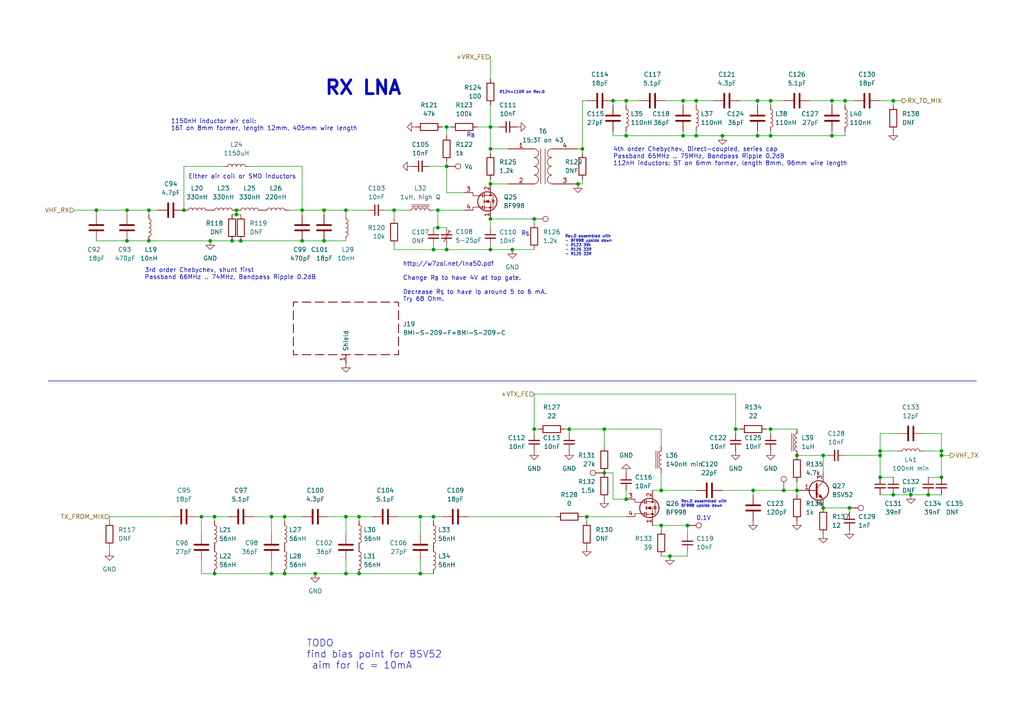
<source format=kicad_sch>
(kicad_sch (version 20230121) (generator eeschema)

  (uuid e85341a8-3e54-4b34-87f5-9974245a7484)

  (paper "A4")

  (title_block
    (title "DART-70 TRX")
    (date "2023-04-04")
    (rev "1")
    (company "HB9EGM")
    (comment 1 "A 4m Band SSB/CW Transceiver")
    (comment 2 "VHF Frontend")
  )

  

  (junction (at 255.27 138.43) (diameter 0) (color 0 0 0 0)
    (uuid 000c2890-8dd1-48c5-a512-99e78fbb4ff3)
  )
  (junction (at 255.27 130.81) (diameter 0) (color 0 0 0 0)
    (uuid 014fbe33-02cf-426c-8214-0ae1d40c7df8)
  )
  (junction (at 264.16 143.51) (diameter 0) (color 0 0 0 0)
    (uuid 05adc4a1-d372-46af-8f37-d1bf4210e96a)
  )
  (junction (at 191.77 142.24) (diameter 0) (color 0 0 0 0)
    (uuid 0c6e8129-07f9-465f-9ce0-2d46f2319c9e)
  )
  (junction (at 104.14 149.86) (diameter 0) (color 0 0 0 0)
    (uuid 0da30ee4-5fbf-45c8-9538-1bf176f03f71)
  )
  (junction (at 129.54 72.39) (diameter 0) (color 0 0 0 0)
    (uuid 17d4eaad-d6d1-43d3-8473-d8c3f046a0e1)
  )
  (junction (at 154.94 124.46) (diameter 0) (color 0 0 0 0)
    (uuid 214ecb40-4c63-4158-be2f-20e603afe1b9)
  )
  (junction (at 241.3 39.37) (diameter 0) (color 0 0 0 0)
    (uuid 22e30deb-2428-4b11-82a9-50d388efeade)
  )
  (junction (at 181.61 144.78) (diameter 0) (color 0 0 0 0)
    (uuid 244c9203-c3ff-4b65-a34d-5892ece48c2b)
  )
  (junction (at 259.08 143.51) (diameter 0) (color 0 0 0 0)
    (uuid 25165fd6-1f85-4abe-b7c3-b22279f7c384)
  )
  (junction (at 273.05 130.81) (diameter 0) (color 0 0 0 0)
    (uuid 26ee6007-1bf6-4087-b885-4536b39b53f7)
  )
  (junction (at 100.33 60.96) (diameter 0) (color 0 0 0 0)
    (uuid 27932209-07aa-4309-8c3b-8c3756ea28f5)
  )
  (junction (at 273.05 138.43) (diameter 0) (color 0 0 0 0)
    (uuid 2854a62c-62ee-424f-b0bf-2019f212815d)
  )
  (junction (at 125.73 72.39) (diameter 0) (color 0 0 0 0)
    (uuid 2855b2aa-20f9-4089-b9aa-63d012f20259)
  )
  (junction (at 201.93 29.21) (diameter 0) (color 0 0 0 0)
    (uuid 2b91b5f6-6358-423e-b62b-3e684fb64a30)
  )
  (junction (at 181.61 29.21) (diameter 0) (color 0 0 0 0)
    (uuid 2c1149ed-3085-4295-b371-1815cbfd540a)
  )
  (junction (at 67.31 69.85) (diameter 0) (color 0 0 0 0)
    (uuid 2dd4e452-7c3f-4e1f-b5b7-f42fcb0e075b)
  )
  (junction (at 53.34 60.96) (diameter 0) (color 0 0 0 0)
    (uuid 30ff6a36-e1f5-45d3-9f31-a6736183ac65)
  )
  (junction (at 43.18 69.85) (diameter 0) (color 0 0 0 0)
    (uuid 32d3fe83-b854-4464-af88-f747caab52be)
  )
  (junction (at 129.54 36.83) (diameter 0) (color 0 0 0 0)
    (uuid 34aea703-6354-4221-ba7e-b2d77e2a6562)
  )
  (junction (at 223.52 29.21) (diameter 0) (color 0 0 0 0)
    (uuid 41bb2995-bcdb-4572-a047-8ce3fa79d0ec)
  )
  (junction (at 154.94 63.5) (diameter 0) (color 0 0 0 0)
    (uuid 433436e6-75b2-4d0e-afe5-51e9ce3b6ceb)
  )
  (junction (at 62.23 166.37) (diameter 0) (color 0 0 0 0)
    (uuid 478dd2b4-151e-4af1-8f7c-ac669cdaf5f8)
  )
  (junction (at 209.55 39.37) (diameter 0) (color 0 0 0 0)
    (uuid 48de30cd-ac12-4cd9-b77e-6276c6cc535e)
  )
  (junction (at 198.12 29.21) (diameter 0) (color 0 0 0 0)
    (uuid 49abb95b-688d-484d-9ecd-26244c95a12f)
  )
  (junction (at 148.59 72.39) (diameter 0) (color 0 0 0 0)
    (uuid 53639ead-a22d-4b74-b706-37b82595afe4)
  )
  (junction (at 142.24 72.39) (diameter 0) (color 0 0 0 0)
    (uuid 5654cc54-aa7f-4e7e-a903-b6ae4711e293)
  )
  (junction (at 60.96 69.85) (diameter 0) (color 0 0 0 0)
    (uuid 59554d60-0b6c-44e8-9274-8126ea48f29b)
  )
  (junction (at 142.24 43.18) (diameter 0) (color 0 0 0 0)
    (uuid 5ac87c87-280c-41aa-b7e2-8cd95dfa0977)
  )
  (junction (at 191.77 152.4) (diameter 0) (color 0 0 0 0)
    (uuid 5b4a4a9a-0092-4d0f-9c31-414a1759762c)
  )
  (junction (at 259.08 29.21) (diameter 0) (color 0 0 0 0)
    (uuid 5f5451e3-d3b2-4513-aa00-6164f9037ce5)
  )
  (junction (at 168.91 43.18) (diameter 0) (color 0 0 0 0)
    (uuid 64c3c5fe-1bb6-4a8a-b1a6-f533cf627997)
  )
  (junction (at 238.76 147.32) (diameter 0) (color 0 0 0 0)
    (uuid 6a54acfb-c2a3-4891-bdef-5359d832b05e)
  )
  (junction (at 269.24 143.51) (diameter 0) (color 0 0 0 0)
    (uuid 6b32d2b6-d80f-475a-90aa-4d36bf0f66aa)
  )
  (junction (at 127 66.04) (diameter 0) (color 0 0 0 0)
    (uuid 6c005152-c357-4bcb-8338-74043f8ed537)
  )
  (junction (at 142.24 63.5) (diameter 0) (color 0 0 0 0)
    (uuid 6f67861a-7006-47b4-bdc7-1b4e03f0937b)
  )
  (junction (at 255.27 132.08) (diameter 0) (color 0 0 0 0)
    (uuid 71e41a0a-3af5-4796-897c-9d1ad0183c9a)
  )
  (junction (at 219.71 39.37) (diameter 0) (color 0 0 0 0)
    (uuid 7246aeaa-7989-41aa-bc34-36314da565dd)
  )
  (junction (at 93.98 69.85) (diameter 0) (color 0 0 0 0)
    (uuid 725298de-8e6b-4cef-8b75-d13dba9603ba)
  )
  (junction (at 121.92 166.37) (diameter 0) (color 0 0 0 0)
    (uuid 73b5aae3-6e5d-411f-8595-e3380fb1b4de)
  )
  (junction (at 127 60.96) (diameter 0) (color 0 0 0 0)
    (uuid 755aea78-2b8e-4969-8c1a-4e66cdc3e55c)
  )
  (junction (at 199.39 152.4) (diameter 0) (color 0 0 0 0)
    (uuid 7e3cf1a5-27ba-4fb2-9e80-6e1100e7286d)
  )
  (junction (at 36.83 60.96) (diameter 0) (color 0 0 0 0)
    (uuid 7e40bcc0-3aaa-4014-a65e-4bba8fb828b1)
  )
  (junction (at 246.38 147.32) (diameter 0) (color 0 0 0 0)
    (uuid 8275d0f0-4cd2-4f60-b1d1-1f544f364a6d)
  )
  (junction (at 227.33 142.24) (diameter 0) (color 0 0 0 0)
    (uuid 828403cb-c2e9-4ccc-8f46-66963ed2f21b)
  )
  (junction (at 241.3 29.21) (diameter 0) (color 0 0 0 0)
    (uuid 830530a0-7b7e-4b57-bcad-ac6bcc2d3cd2)
  )
  (junction (at 68.58 62.23) (diameter 0) (color 0 0 0 0)
    (uuid 84c10573-abbd-42a2-ba39-89dbac386a99)
  )
  (junction (at 213.36 124.46) (diameter 0) (color 0 0 0 0)
    (uuid 8b36f47c-4ffc-4598-8c26-644b57b5c662)
  )
  (junction (at 100.33 149.86) (diameter 0) (color 0 0 0 0)
    (uuid 92b08d51-62a5-44c7-b4b2-471f395c1538)
  )
  (junction (at 165.1 124.46) (diameter 0) (color 0 0 0 0)
    (uuid 94cebd10-3367-4d9a-a1b7-f7d9e07bdd90)
  )
  (junction (at 273.05 132.08) (diameter 0) (color 0 0 0 0)
    (uuid 96ae9ecf-e0a2-432a-8ece-94cf7cced6b7)
  )
  (junction (at 114.3 60.96) (diameter 0) (color 0 0 0 0)
    (uuid 99467fa5-d96f-4f1c-8084-626f6cebc0c0)
  )
  (junction (at 82.55 149.86) (diameter 0) (color 0 0 0 0)
    (uuid 99b2f434-c683-4943-880b-c0c7051efceb)
  )
  (junction (at 36.83 69.85) (diameter 0) (color 0 0 0 0)
    (uuid 9a8d2c66-6370-437d-a4a0-cb771a0d8c97)
  )
  (junction (at 170.18 149.86) (diameter 0) (color 0 0 0 0)
    (uuid 9b63d6a0-33d9-4ade-b725-ee15ec044acc)
  )
  (junction (at 78.74 149.86) (diameter 0) (color 0 0 0 0)
    (uuid a3b76309-ce22-4be7-b174-f23d53e74bf4)
  )
  (junction (at 231.14 142.24) (diameter 0) (color 0 0 0 0)
    (uuid a6cfd25a-774e-4db2-b2d4-fd41eec62fd5)
  )
  (junction (at 93.98 60.96) (diameter 0) (color 0 0 0 0)
    (uuid a6dee93e-101e-421c-aa3d-cf1491a2d23c)
  )
  (junction (at 218.44 142.24) (diameter 0) (color 0 0 0 0)
    (uuid a7ae57b6-5005-47d4-809d-6b7d6ada6d03)
  )
  (junction (at 129.54 48.26) (diameter 0) (color 0 0 0 0)
    (uuid a875ac5f-456f-42ae-bc04-dd8d1a120797)
  )
  (junction (at 142.24 53.34) (diameter 0) (color 0 0 0 0)
    (uuid a9dded2e-d08b-4bdb-ab4a-1fce0d42d43e)
  )
  (junction (at 201.93 39.37) (diameter 0) (color 0 0 0 0)
    (uuid aaee6b9a-4306-45ff-b9b6-5d802512dd52)
  )
  (junction (at 104.14 166.37) (diameter 0) (color 0 0 0 0)
    (uuid acd2b84b-0360-40c0-9d3c-37686ac65d45)
  )
  (junction (at 27.94 60.96) (diameter 0) (color 0 0 0 0)
    (uuid add0bd1b-274a-4ddf-b875-51d6108aab49)
  )
  (junction (at 219.71 29.21) (diameter 0) (color 0 0 0 0)
    (uuid b0c6448c-be7d-4ebe-a1be-1e8f330d6dbb)
  )
  (junction (at 231.14 132.08) (diameter 0) (color 0 0 0 0)
    (uuid b23444ea-cd8e-4df0-84f4-070156b2e3b7)
  )
  (junction (at 78.74 166.37) (diameter 0) (color 0 0 0 0)
    (uuid b2eebecb-1e6e-428a-a74f-c777d25a68fc)
  )
  (junction (at 87.63 69.85) (diameter 0) (color 0 0 0 0)
    (uuid b4922278-ce3f-46ba-a2a2-cd5c71f714de)
  )
  (junction (at 223.52 124.46) (diameter 0) (color 0 0 0 0)
    (uuid b8abc7e6-6611-45b5-9a55-3a65a7522e32)
  )
  (junction (at 69.85 69.85) (diameter 0) (color 0 0 0 0)
    (uuid bcdfe8ed-4c7e-419e-b702-6bca070854e1)
  )
  (junction (at 245.11 29.21) (diameter 0) (color 0 0 0 0)
    (uuid bf6081e5-fd4b-4fb3-b523-139036f4041c)
  )
  (junction (at 198.12 39.37) (diameter 0) (color 0 0 0 0)
    (uuid c5c6520c-9e3e-436f-b14f-faf22a42dfbb)
  )
  (junction (at 175.26 124.46) (diameter 0) (color 0 0 0 0)
    (uuid c8d4f236-4705-41bb-b1be-5cef1ea2c536)
  )
  (junction (at 125.73 149.86) (diameter 0) (color 0 0 0 0)
    (uuid cc2cb73f-acad-4a16-94a4-9816e494e931)
  )
  (junction (at 87.63 60.96) (diameter 0) (color 0 0 0 0)
    (uuid ce1e90a2-6376-4288-8749-493e809aba5d)
  )
  (junction (at 82.55 166.37) (diameter 0) (color 0 0 0 0)
    (uuid cf1b5f78-965c-4a11-8679-6b71c31e3151)
  )
  (junction (at 194.31 161.29) (diameter 0) (color 0 0 0 0)
    (uuid d0fb093c-3a0b-4150-bde4-bd1af1a4bfff)
  )
  (junction (at 181.61 39.37) (diameter 0) (color 0 0 0 0)
    (uuid d50ac601-83b2-43a2-808a-3b58d5a2b71f)
  )
  (junction (at 223.52 39.37) (diameter 0) (color 0 0 0 0)
    (uuid d600cdf9-d630-4f89-a09e-87efccd0902e)
  )
  (junction (at 167.64 53.34) (diameter 0) (color 0 0 0 0)
    (uuid d76a5f48-7d00-42d5-9e04-2f9f8b67bd1d)
  )
  (junction (at 68.58 60.96) (diameter 0) (color 0 0 0 0)
    (uuid dbad22ed-87bd-4fef-a142-c1d56fc5ada0)
  )
  (junction (at 43.18 60.96) (diameter 0) (color 0 0 0 0)
    (uuid df93aeee-38d4-42fb-b5da-51a73fd2e2bc)
  )
  (junction (at 177.8 29.21) (diameter 0) (color 0 0 0 0)
    (uuid e0493c7a-5485-41e4-ba79-779aff029fab)
  )
  (junction (at 142.24 36.83) (diameter 0) (color 0 0 0 0)
    (uuid e04f8c65-d602-47fb-9c32-a40fa4054257)
  )
  (junction (at 121.92 149.86) (diameter 0) (color 0 0 0 0)
    (uuid e245969c-96e2-4467-a4b0-55df65c2006d)
  )
  (junction (at 238.76 132.08) (diameter 0) (color 0 0 0 0)
    (uuid e717955e-2a81-4d91-a91b-854d445c9b5d)
  )
  (junction (at 62.23 149.86) (diameter 0) (color 0 0 0 0)
    (uuid ebd2a656-9283-42a7-a471-cb22596c1597)
  )
  (junction (at 91.44 166.37) (diameter 0) (color 0 0 0 0)
    (uuid efc30e1a-e377-428a-a178-12aea37c7387)
  )
  (junction (at 100.33 166.37) (diameter 0) (color 0 0 0 0)
    (uuid f575c0c7-4207-49b8-a759-d4cfe42586d5)
  )
  (junction (at 58.42 149.86) (diameter 0) (color 0 0 0 0)
    (uuid f671888e-311a-48ca-a183-135a403be009)
  )
  (junction (at 175.26 137.16) (diameter 0) (color 0 0 0 0)
    (uuid ff95d81e-5a87-4294-9b1c-6e9a77990629)
  )

  (wire (pts (xy 67.31 69.85) (xy 69.85 69.85))
    (stroke (width 0) (type default))
    (uuid 00e5b5fc-5bd0-40af-9ee7-a472844c2151)
  )
  (wire (pts (xy 181.61 29.21) (xy 181.61 30.48))
    (stroke (width 0) (type default))
    (uuid 01092b77-815f-43be-992d-fc218557d154)
  )
  (wire (pts (xy 147.32 53.34) (xy 142.24 53.34))
    (stroke (width 0) (type default))
    (uuid 020af510-7992-416e-a265-00652eb27830)
  )
  (wire (pts (xy 219.71 39.37) (xy 219.71 38.1))
    (stroke (width 0) (type default))
    (uuid 02b3711f-b3bf-4a32-8116-7fa82771cd03)
  )
  (wire (pts (xy 121.92 154.94) (xy 121.92 149.86))
    (stroke (width 0) (type default))
    (uuid 03602e32-1245-4e32-9ecc-9044bdca6c61)
  )
  (wire (pts (xy 93.98 60.96) (xy 93.98 62.23))
    (stroke (width 0) (type default))
    (uuid 04e72cbc-c02a-4a92-b021-b9939e4db36f)
  )
  (wire (pts (xy 36.83 69.85) (xy 43.18 69.85))
    (stroke (width 0) (type default))
    (uuid 050efeb3-533d-4b9a-a0e2-1737784edf33)
  )
  (wire (pts (xy 213.36 125.73) (xy 213.36 124.46))
    (stroke (width 0) (type default))
    (uuid 05820599-8acc-49ba-a88a-070cbbe28e1a)
  )
  (wire (pts (xy 31.75 158.75) (xy 31.75 160.02))
    (stroke (width 0) (type default))
    (uuid 06230da2-e6a9-4df3-a8a6-1054a2179a17)
  )
  (wire (pts (xy 154.94 125.73) (xy 154.94 124.46))
    (stroke (width 0) (type default))
    (uuid 0785ffee-5a6c-4b20-b83b-a9e51509ed25)
  )
  (wire (pts (xy 58.42 154.94) (xy 58.42 149.86))
    (stroke (width 0) (type default))
    (uuid 0a805d5b-6113-4e7d-8ab7-c42d5a8f29b1)
  )
  (wire (pts (xy 273.05 138.43) (xy 269.24 138.43))
    (stroke (width 0) (type default))
    (uuid 0a8243fe-ff3f-46fc-84d0-bd04869d2919)
  )
  (wire (pts (xy 255.27 143.51) (xy 259.08 143.51))
    (stroke (width 0) (type default))
    (uuid 0aaac6da-8724-4417-a920-18dccd519f57)
  )
  (wire (pts (xy 238.76 132.08) (xy 240.03 132.08))
    (stroke (width 0) (type default))
    (uuid 0b6b8363-c8e1-4799-8ee5-abeba534856c)
  )
  (wire (pts (xy 246.38 147.32) (xy 238.76 147.32))
    (stroke (width 0) (type default))
    (uuid 0c549802-b595-4de9-b4f2-5d5dc13cce92)
  )
  (wire (pts (xy 82.55 151.13) (xy 82.55 149.86))
    (stroke (width 0) (type default))
    (uuid 0f1de0dd-804a-4596-bff8-c84c9821c96f)
  )
  (wire (pts (xy 218.44 142.24) (xy 218.44 143.51))
    (stroke (width 0) (type default))
    (uuid 0f2ae659-a3c6-4de9-8cc9-1cb8eb738749)
  )
  (wire (pts (xy 255.27 130.81) (xy 255.27 132.08))
    (stroke (width 0) (type default))
    (uuid 0fae205c-5af3-4a45-b101-8bcc5ce05f03)
  )
  (wire (pts (xy 57.15 149.86) (xy 58.42 149.86))
    (stroke (width 0) (type default))
    (uuid 10dd21c7-9fd9-4a44-8ab3-640f7ca149dd)
  )
  (wire (pts (xy 31.75 149.86) (xy 49.53 149.86))
    (stroke (width 0) (type default))
    (uuid 118829bb-dced-433c-b2a5-be320b37c6db)
  )
  (wire (pts (xy 148.59 72.39) (xy 142.24 72.39))
    (stroke (width 0) (type default))
    (uuid 11920e1b-be55-4c86-8c94-fad4a5a5ea6f)
  )
  (wire (pts (xy 223.52 39.37) (xy 241.3 39.37))
    (stroke (width 0) (type default))
    (uuid 135fafe3-46f6-4185-8d74-e430c711885a)
  )
  (wire (pts (xy 246.38 148.59) (xy 246.38 147.32))
    (stroke (width 0) (type default))
    (uuid 17b00afe-c752-4fe9-88c5-3ad96b8a7e70)
  )
  (wire (pts (xy 177.8 137.16) (xy 177.8 144.78))
    (stroke (width 0) (type default))
    (uuid 1941db9c-382f-44cc-a903-a93207b6a93d)
  )
  (wire (pts (xy 60.96 69.85) (xy 67.31 69.85))
    (stroke (width 0) (type default))
    (uuid 1a18bdd7-506a-46c8-8c47-7d7591f2bfbc)
  )
  (wire (pts (xy 27.94 60.96) (xy 36.83 60.96))
    (stroke (width 0) (type default))
    (uuid 1a97cca3-0fe5-4bfa-8d57-ca1b191bfea3)
  )
  (wire (pts (xy 154.94 114.3) (xy 213.36 114.3))
    (stroke (width 0) (type default))
    (uuid 1aae337c-ccaa-46d6-b513-e315bd052c26)
  )
  (wire (pts (xy 125.73 60.96) (xy 127 60.96))
    (stroke (width 0) (type default))
    (uuid 1acffc7b-3719-4cb9-9be2-22b9b0dc94ee)
  )
  (wire (pts (xy 219.71 29.21) (xy 223.52 29.21))
    (stroke (width 0) (type default))
    (uuid 1c0cfd5c-a642-423e-bcd7-fee83fdee590)
  )
  (wire (pts (xy 87.63 69.85) (xy 93.98 69.85))
    (stroke (width 0) (type default))
    (uuid 1cb95966-d9b9-40ac-b03f-1f46d823a11d)
  )
  (wire (pts (xy 69.85 69.85) (xy 87.63 69.85))
    (stroke (width 0) (type default))
    (uuid 1e066e3b-074f-4121-8f27-8215bc8d3261)
  )
  (wire (pts (xy 142.24 53.34) (xy 142.24 52.07))
    (stroke (width 0) (type default))
    (uuid 1f1766e2-d2db-4154-b565-458e0aeda8eb)
  )
  (wire (pts (xy 198.12 39.37) (xy 198.12 38.1))
    (stroke (width 0) (type default))
    (uuid 1f992b26-230b-423a-9f5b-b5e2eae3f796)
  )
  (wire (pts (xy 273.05 132.08) (xy 273.05 138.43))
    (stroke (width 0) (type default))
    (uuid 20193a25-dfb2-4d02-b772-e6a2bc97d410)
  )
  (wire (pts (xy 193.04 29.21) (xy 198.12 29.21))
    (stroke (width 0) (type default))
    (uuid 211489a5-413a-4de7-bb6b-ce735ffe7c80)
  )
  (wire (pts (xy 191.77 152.4) (xy 189.23 152.4))
    (stroke (width 0) (type default))
    (uuid 21acb83f-68ea-41e5-b622-dc4aeb4e23bc)
  )
  (wire (pts (xy 87.63 60.96) (xy 93.98 60.96))
    (stroke (width 0) (type default))
    (uuid 23c577d6-b831-4003-b3d4-9a9a5520a466)
  )
  (wire (pts (xy 241.3 39.37) (xy 241.3 38.1))
    (stroke (width 0) (type default))
    (uuid 24280ee6-c585-4835-8fc4-d7860dfbfdba)
  )
  (polyline (pts (xy 13.97 110.49) (xy 283.21 110.49))
    (stroke (width 0) (type default))
    (uuid 2812a88f-15e5-44c4-a66a-beb23630881f)
  )

  (wire (pts (xy 21.59 60.96) (xy 27.94 60.96))
    (stroke (width 0) (type default))
    (uuid 28691614-25d8-432a-9210-110c9d424ff4)
  )
  (wire (pts (xy 31.75 151.13) (xy 31.75 149.86))
    (stroke (width 0) (type default))
    (uuid 2d478155-78b3-43e6-9e0b-cf58b9dbf0cb)
  )
  (wire (pts (xy 231.14 139.7) (xy 231.14 142.24))
    (stroke (width 0) (type default))
    (uuid 2e3e1835-0994-46d3-b4ac-db18042e081b)
  )
  (wire (pts (xy 43.18 69.85) (xy 60.96 69.85))
    (stroke (width 0) (type default))
    (uuid 2e5066c7-bc67-4b7c-aae7-15cd49e110ca)
  )
  (wire (pts (xy 273.05 130.81) (xy 267.97 130.81))
    (stroke (width 0) (type default))
    (uuid 2f09267e-b3dd-4163-aee3-b882166dbe57)
  )
  (wire (pts (xy 142.24 63.5) (xy 142.24 66.04))
    (stroke (width 0) (type default))
    (uuid 2f240c86-aceb-464b-899d-7618bd58be8d)
  )
  (wire (pts (xy 241.3 29.21) (xy 245.11 29.21))
    (stroke (width 0) (type default))
    (uuid 30701c9e-85dc-4e9a-972e-ad6a04210bf0)
  )
  (wire (pts (xy 177.8 144.78) (xy 181.61 144.78))
    (stroke (width 0) (type default))
    (uuid 32c7e7d5-5cf0-4052-9904-fc5aa41decb5)
  )
  (wire (pts (xy 168.91 52.07) (xy 168.91 53.34))
    (stroke (width 0) (type default))
    (uuid 3303b423-732f-4ec1-9f34-6a65ea125a9f)
  )
  (wire (pts (xy 72.39 48.26) (xy 87.63 48.26))
    (stroke (width 0) (type default))
    (uuid 33f29fa7-5b0b-49c9-a605-50b7be5943a9)
  )
  (wire (pts (xy 142.24 16.51) (xy 142.24 22.86))
    (stroke (width 0) (type default))
    (uuid 3405d2ca-755d-457e-986a-931c3894937d)
  )
  (wire (pts (xy 175.26 124.46) (xy 191.77 124.46))
    (stroke (width 0) (type default))
    (uuid 36c2a5ae-5ab8-440b-a41f-9b00518ecd46)
  )
  (wire (pts (xy 82.55 166.37) (xy 78.74 166.37))
    (stroke (width 0) (type default))
    (uuid 39ede154-b114-42b1-9471-69e8225de7ab)
  )
  (wire (pts (xy 181.61 29.21) (xy 185.42 29.21))
    (stroke (width 0) (type default))
    (uuid 3c5dfaac-ce4d-429a-aba1-920080a05a25)
  )
  (wire (pts (xy 209.55 39.37) (xy 219.71 39.37))
    (stroke (width 0) (type default))
    (uuid 3cac3e67-9601-4bbe-8f74-51e6c8133fb4)
  )
  (wire (pts (xy 121.92 162.56) (xy 121.92 166.37))
    (stroke (width 0) (type default))
    (uuid 3df06db1-0ec7-4afd-97b5-1156b9e13855)
  )
  (wire (pts (xy 58.42 149.86) (xy 62.23 149.86))
    (stroke (width 0) (type default))
    (uuid 3e89f96a-4149-49e9-8931-921ce8c3a055)
  )
  (wire (pts (xy 93.98 69.85) (xy 100.33 69.85))
    (stroke (width 0) (type default))
    (uuid 3f75e8f9-17fe-41fa-8be1-97bb9d74f36e)
  )
  (wire (pts (xy 36.83 60.96) (xy 43.18 60.96))
    (stroke (width 0) (type default))
    (uuid 426afdc4-b639-4a13-b435-77d23c36d327)
  )
  (wire (pts (xy 128.27 36.83) (xy 129.54 36.83))
    (stroke (width 0) (type default))
    (uuid 45d11611-49a6-4964-afa3-7f0162c0c739)
  )
  (wire (pts (xy 191.77 142.24) (xy 201.93 142.24))
    (stroke (width 0) (type default))
    (uuid 4a16b6dc-2288-4548-9c84-0bbf2a1d57bd)
  )
  (wire (pts (xy 73.66 149.86) (xy 78.74 149.86))
    (stroke (width 0) (type default))
    (uuid 4b74047d-1cfb-4a70-804a-a9c009584e7a)
  )
  (wire (pts (xy 78.74 149.86) (xy 82.55 149.86))
    (stroke (width 0) (type default))
    (uuid 4bf865ed-62d5-49b3-9115-02bd4f7f3f74)
  )
  (wire (pts (xy 121.92 149.86) (xy 125.73 149.86))
    (stroke (width 0) (type default))
    (uuid 4ca5ee79-1360-4517-b073-b387778d1f9d)
  )
  (wire (pts (xy 181.61 39.37) (xy 198.12 39.37))
    (stroke (width 0) (type default))
    (uuid 4cad7fe9-18a3-4205-bf76-118f190d710a)
  )
  (wire (pts (xy 273.05 130.81) (xy 273.05 132.08))
    (stroke (width 0) (type default))
    (uuid 4cf19b83-343d-444b-b344-abd964c46130)
  )
  (wire (pts (xy 201.93 30.48) (xy 201.93 29.21))
    (stroke (width 0) (type default))
    (uuid 4e6b63c8-8daf-4486-a68d-7144b46e5ea2)
  )
  (wire (pts (xy 199.39 160.02) (xy 199.39 161.29))
    (stroke (width 0) (type default))
    (uuid 520deeb0-2cb2-4b4b-9ce8-239203e7b895)
  )
  (wire (pts (xy 100.33 60.96) (xy 100.33 62.23))
    (stroke (width 0) (type default))
    (uuid 52a29cb5-fc2a-4abb-a968-bbb1b5d9b7d6)
  )
  (wire (pts (xy 199.39 161.29) (xy 194.31 161.29))
    (stroke (width 0) (type default))
    (uuid 5393cb79-d4ff-48a3-8106-b4f929de870b)
  )
  (wire (pts (xy 234.95 29.21) (xy 241.3 29.21))
    (stroke (width 0) (type default))
    (uuid 54136090-6e59-411c-8c76-ff74b4ba8cdc)
  )
  (wire (pts (xy 170.18 29.21) (xy 168.91 29.21))
    (stroke (width 0) (type default))
    (uuid 5516e114-54d5-4ea3-8bfe-40e5be6eb192)
  )
  (wire (pts (xy 273.05 125.73) (xy 273.05 130.81))
    (stroke (width 0) (type default))
    (uuid 55590f3c-3315-4934-b354-427f99e886f0)
  )
  (wire (pts (xy 114.3 72.39) (xy 125.73 72.39))
    (stroke (width 0) (type default))
    (uuid 57578d86-772e-43cb-bffa-d432e3d6da21)
  )
  (wire (pts (xy 241.3 30.48) (xy 241.3 29.21))
    (stroke (width 0) (type default))
    (uuid 575b9d80-5f4d-4af9-aef0-45c51d673684)
  )
  (wire (pts (xy 213.36 124.46) (xy 214.63 124.46))
    (stroke (width 0) (type default))
    (uuid 588442fe-0325-47ea-8587-f22398d8d769)
  )
  (wire (pts (xy 222.25 124.46) (xy 223.52 124.46))
    (stroke (width 0) (type default))
    (uuid 58845e3f-7112-4368-b742-d952a9ef30c6)
  )
  (wire (pts (xy 78.74 162.56) (xy 78.74 166.37))
    (stroke (width 0) (type default))
    (uuid 58fbc0d9-bfce-471f-9cf7-701dbddb2959)
  )
  (wire (pts (xy 115.57 149.86) (xy 121.92 149.86))
    (stroke (width 0) (type default))
    (uuid 592caa8b-0386-47d0-8e78-0b9d3a2052bb)
  )
  (wire (pts (xy 241.3 39.37) (xy 245.11 39.37))
    (stroke (width 0) (type default))
    (uuid 59e552bf-7958-4fda-a0db-f9e371531f5e)
  )
  (wire (pts (xy 273.05 125.73) (xy 267.97 125.73))
    (stroke (width 0) (type default))
    (uuid 5dae51d8-31a1-45b5-aee6-b5709476c318)
  )
  (wire (pts (xy 142.24 72.39) (xy 142.24 71.12))
    (stroke (width 0) (type default))
    (uuid 5e2169a0-de19-4cd6-bf52-b74f00504da1)
  )
  (wire (pts (xy 43.18 60.96) (xy 45.72 60.96))
    (stroke (width 0) (type default))
    (uuid 5e70f545-979a-40c9-bda1-1c7591189e45)
  )
  (wire (pts (xy 142.24 36.83) (xy 142.24 30.48))
    (stroke (width 0) (type default))
    (uuid 5e721fb4-c9a0-4ae9-89ea-2beae0e47e97)
  )
  (wire (pts (xy 43.18 60.96) (xy 43.18 62.23))
    (stroke (width 0) (type default))
    (uuid 5ea7489e-e91b-44f0-a035-3448b45ceadc)
  )
  (wire (pts (xy 168.91 53.34) (xy 167.64 53.34))
    (stroke (width 0) (type default))
    (uuid 5f5c060f-99c6-4d58-b44a-4244837c6652)
  )
  (wire (pts (xy 259.08 29.21) (xy 261.62 29.21))
    (stroke (width 0) (type default))
    (uuid 5fceb92d-7a0e-4b2f-966c-33a3f8978ee9)
  )
  (wire (pts (xy 142.24 44.45) (xy 142.24 43.18))
    (stroke (width 0) (type default))
    (uuid 6005394b-9189-4171-b053-ebfd9d60c03e)
  )
  (wire (pts (xy 154.94 124.46) (xy 156.21 124.46))
    (stroke (width 0) (type default))
    (uuid 600c3ac6-9e9d-494f-9f04-3cadeb854f32)
  )
  (wire (pts (xy 191.77 161.29) (xy 194.31 161.29))
    (stroke (width 0) (type default))
    (uuid 60a459b9-afd7-4bdd-b38a-a5f2882f31e7)
  )
  (wire (pts (xy 201.93 39.37) (xy 198.12 39.37))
    (stroke (width 0) (type default))
    (uuid 60bad9ca-4bdf-454c-ad68-9fa3a1ef1953)
  )
  (wire (pts (xy 100.33 154.94) (xy 100.33 149.86))
    (stroke (width 0) (type default))
    (uuid 61a9e6a8-4104-4faf-9104-407030fee84b)
  )
  (wire (pts (xy 223.52 29.21) (xy 227.33 29.21))
    (stroke (width 0) (type default))
    (uuid 61f8165d-255a-4197-a48c-ea44a5589c76)
  )
  (wire (pts (xy 198.12 30.48) (xy 198.12 29.21))
    (stroke (width 0) (type default))
    (uuid 62cac600-87c9-4b70-81ad-6cbecfa5dbe3)
  )
  (wire (pts (xy 58.42 166.37) (xy 58.42 162.56))
    (stroke (width 0) (type default))
    (uuid 64d10b25-44e3-4ccf-8c4c-e8390cc663cc)
  )
  (wire (pts (xy 135.89 149.86) (xy 161.29 149.86))
    (stroke (width 0) (type default))
    (uuid 651fb468-303e-49f9-86a2-03bfc4d45faa)
  )
  (wire (pts (xy 147.32 43.18) (xy 142.24 43.18))
    (stroke (width 0) (type default))
    (uuid 6609241a-334e-4ced-ae81-0759311dbbad)
  )
  (wire (pts (xy 125.73 72.39) (xy 129.54 72.39))
    (stroke (width 0) (type default))
    (uuid 67ee9752-cba6-4ecb-80e8-065f573d8511)
  )
  (wire (pts (xy 104.14 151.13) (xy 104.14 149.86))
    (stroke (width 0) (type default))
    (uuid 6a845cb2-3ede-406b-9084-98637e393984)
  )
  (wire (pts (xy 125.73 66.04) (xy 127 66.04))
    (stroke (width 0) (type default))
    (uuid 6c99d25b-dc2d-4eeb-b0ca-e420c2d8e986)
  )
  (wire (pts (xy 167.64 43.18) (xy 168.91 43.18))
    (stroke (width 0) (type default))
    (uuid 710b6ecd-a9cf-4c16-b156-7ab0bb0c1245)
  )
  (wire (pts (xy 68.58 60.96) (xy 68.58 62.23))
    (stroke (width 0) (type default))
    (uuid 739c4bc4-71b1-4060-996c-b30955427381)
  )
  (wire (pts (xy 58.42 166.37) (xy 62.23 166.37))
    (stroke (width 0) (type default))
    (uuid 7454e18d-eee9-48b0-92f9-1e9dd000570e)
  )
  (wire (pts (xy 165.1 125.73) (xy 165.1 124.46))
    (stroke (width 0) (type default))
    (uuid 7560791f-9e21-48d6-b563-63cea6c3213c)
  )
  (wire (pts (xy 198.12 29.21) (xy 201.93 29.21))
    (stroke (width 0) (type default))
    (uuid 7564e54f-11f2-406e-b3e0-3e6cb42b6b60)
  )
  (wire (pts (xy 213.36 114.3) (xy 213.36 124.46))
    (stroke (width 0) (type default))
    (uuid 77b25420-5329-41cc-adbb-89183fe29bb0)
  )
  (wire (pts (xy 125.73 71.12) (xy 125.73 72.39))
    (stroke (width 0) (type default))
    (uuid 7cc4119c-4cff-43ef-9ca9-bb482331f51a)
  )
  (wire (pts (xy 154.94 72.39) (xy 148.59 72.39))
    (stroke (width 0) (type default))
    (uuid 7fb4a628-0a3a-45fd-b9bd-c186e37edcf1)
  )
  (wire (pts (xy 62.23 149.86) (xy 62.23 151.13))
    (stroke (width 0) (type default))
    (uuid 88eb19d8-f75f-452a-aea0-22522a3bade1)
  )
  (wire (pts (xy 129.54 36.83) (xy 129.54 39.37))
    (stroke (width 0) (type default))
    (uuid 89b48dc9-c00e-48be-93c9-faa060ba3b37)
  )
  (wire (pts (xy 154.94 64.77) (xy 154.94 63.5))
    (stroke (width 0) (type default))
    (uuid 89faec98-fdf7-49b4-8a14-ddcd50d33077)
  )
  (wire (pts (xy 255.27 130.81) (xy 260.35 130.81))
    (stroke (width 0) (type default))
    (uuid 8a9636c9-f9aa-4988-96b0-c28179bfc477)
  )
  (wire (pts (xy 201.93 29.21) (xy 207.01 29.21))
    (stroke (width 0) (type default))
    (uuid 8b01a92c-6579-45f1-a8cb-784184b3c0a6)
  )
  (wire (pts (xy 125.73 151.13) (xy 125.73 149.86))
    (stroke (width 0) (type default))
    (uuid 8bfdfab4-901c-4c87-bff9-1a225f39b380)
  )
  (wire (pts (xy 114.3 71.12) (xy 114.3 72.39))
    (stroke (width 0) (type default))
    (uuid 8d93b96e-d58e-4f76-b91e-0a4672ad0838)
  )
  (wire (pts (xy 177.8 39.37) (xy 181.61 39.37))
    (stroke (width 0) (type default))
    (uuid 90e6d25b-41c3-4379-94e3-70433d4656f5)
  )
  (wire (pts (xy 245.11 30.48) (xy 245.11 29.21))
    (stroke (width 0) (type default))
    (uuid 924031ab-bf44-4a2f-aaf7-c38b8a8abc40)
  )
  (wire (pts (xy 168.91 44.45) (xy 168.91 43.18))
    (stroke (width 0) (type default))
    (uuid 93f6fd09-e356-47ef-a2d2-c1ed422dabe3)
  )
  (wire (pts (xy 177.8 29.21) (xy 181.61 29.21))
    (stroke (width 0) (type default))
    (uuid 94425972-63e3-432d-8409-356e5b22940b)
  )
  (wire (pts (xy 259.08 30.48) (xy 259.08 29.21))
    (stroke (width 0) (type default))
    (uuid 9723f6e4-63d9-4b79-a06d-706fe6a5b67e)
  )
  (wire (pts (xy 223.52 30.48) (xy 223.52 29.21))
    (stroke (width 0) (type default))
    (uuid 98084cbc-b94f-488e-83ba-487b7983eff7)
  )
  (wire (pts (xy 104.14 166.37) (xy 121.92 166.37))
    (stroke (width 0) (type default))
    (uuid 98b8d1fc-b75d-4b78-abcf-b05b708bb68b)
  )
  (wire (pts (xy 127 60.96) (xy 134.62 60.96))
    (stroke (width 0) (type default))
    (uuid 98fe9f07-d0e7-4808-8553-39a038479457)
  )
  (wire (pts (xy 223.52 125.73) (xy 223.52 124.46))
    (stroke (width 0) (type default))
    (uuid 99be3360-249d-4c89-a77e-43cb1aef6c84)
  )
  (wire (pts (xy 177.8 30.48) (xy 177.8 29.21))
    (stroke (width 0) (type default))
    (uuid 9c7aae02-34fd-4a06-bca1-a165128a73a8)
  )
  (wire (pts (xy 127 66.04) (xy 127 60.96))
    (stroke (width 0) (type default))
    (uuid 9c85880b-9d5c-4fe3-84f6-20ee24e87c39)
  )
  (wire (pts (xy 191.77 152.4) (xy 191.77 153.67))
    (stroke (width 0) (type default))
    (uuid 9d2b433e-1dfc-4d0f-abe1-2e83343631b5)
  )
  (wire (pts (xy 201.93 39.37) (xy 209.55 39.37))
    (stroke (width 0) (type default))
    (uuid 9f025a2e-cbc7-46d0-a262-ab48be6c2823)
  )
  (wire (pts (xy 124.46 48.26) (xy 129.54 48.26))
    (stroke (width 0) (type default))
    (uuid 9f1a398d-ae6d-496d-87ab-0e13a3b648a5)
  )
  (wire (pts (xy 100.33 60.96) (xy 106.68 60.96))
    (stroke (width 0) (type default))
    (uuid a07f0e55-9b3e-4df6-80c8-c3fa196fb8fb)
  )
  (wire (pts (xy 273.05 132.08) (xy 275.59 132.08))
    (stroke (width 0) (type default))
    (uuid a0a96770-3ff5-49c4-bef3-d4bbe6b6c079)
  )
  (wire (pts (xy 245.11 29.21) (xy 247.65 29.21))
    (stroke (width 0) (type default))
    (uuid a20e7e63-2306-4377-ac55-7c7faf4ea27c)
  )
  (wire (pts (xy 114.3 63.5) (xy 114.3 60.96))
    (stroke (width 0) (type default))
    (uuid a22912c1-4914-44a6-a3c9-493ad4dcc081)
  )
  (wire (pts (xy 62.23 149.86) (xy 66.04 149.86))
    (stroke (width 0) (type default))
    (uuid a2441a3d-56da-463e-a8a4-fe521e8b2256)
  )
  (wire (pts (xy 165.1 124.46) (xy 175.26 124.46))
    (stroke (width 0) (type default))
    (uuid a621d0fa-e7c7-4146-b68b-596f01fe056d)
  )
  (wire (pts (xy 91.44 166.37) (xy 100.33 166.37))
    (stroke (width 0) (type default))
    (uuid a6cacc83-9486-4966-a9b9-13167fbba476)
  )
  (wire (pts (xy 168.91 149.86) (xy 170.18 149.86))
    (stroke (width 0) (type default))
    (uuid a7257f0e-5835-436f-aac9-204afa049a30)
  )
  (wire (pts (xy 129.54 46.99) (xy 129.54 48.26))
    (stroke (width 0) (type default))
    (uuid a72c2df8-7b09-4ff0-a6ca-cd32045fcb5a)
  )
  (wire (pts (xy 245.11 39.37) (xy 245.11 38.1))
    (stroke (width 0) (type default))
    (uuid a8ddd670-538a-4580-8d79-e43d90515d40)
  )
  (wire (pts (xy 121.92 166.37) (xy 125.73 166.37))
    (stroke (width 0) (type default))
    (uuid a8e639fa-31d1-427e-bd80-a8648f74c2c3)
  )
  (wire (pts (xy 100.33 149.86) (xy 104.14 149.86))
    (stroke (width 0) (type default))
    (uuid aade9f87-67ba-4c61-82c0-2663d0f88027)
  )
  (wire (pts (xy 130.81 36.83) (xy 129.54 36.83))
    (stroke (width 0) (type default))
    (uuid abf4d801-bb8f-4a89-9026-d8d2e1c81522)
  )
  (wire (pts (xy 238.76 137.16) (xy 238.76 132.08))
    (stroke (width 0) (type default))
    (uuid ac46c8fe-2e90-464a-bbd4-c87cc108df64)
  )
  (wire (pts (xy 95.25 149.86) (xy 100.33 149.86))
    (stroke (width 0) (type default))
    (uuid ae916f82-cc22-4852-b906-e5ba88e32818)
  )
  (wire (pts (xy 175.26 129.54) (xy 175.26 124.46))
    (stroke (width 0) (type default))
    (uuid b3b2bf41-bfe7-4afd-96f6-1139df88d39f)
  )
  (wire (pts (xy 201.93 39.37) (xy 201.93 38.1))
    (stroke (width 0) (type default))
    (uuid b4a7d8aa-b2d4-410d-b498-63bff8d46b74)
  )
  (wire (pts (xy 53.34 48.26) (xy 53.34 60.96))
    (stroke (width 0) (type default))
    (uuid b7ef3e97-d0a8-484f-8521-fbd0a0afec53)
  )
  (wire (pts (xy 255.27 125.73) (xy 255.27 130.81))
    (stroke (width 0) (type default))
    (uuid bc783d3b-f511-487e-9d36-9bd8906c7cdc)
  )
  (wire (pts (xy 209.55 142.24) (xy 218.44 142.24))
    (stroke (width 0) (type default))
    (uuid beea7d7c-4a76-4d60-b6fb-cfc35c88f7a9)
  )
  (wire (pts (xy 219.71 30.48) (xy 219.71 29.21))
    (stroke (width 0) (type default))
    (uuid bfc77f05-a21f-4ea1-9483-75efe531139a)
  )
  (wire (pts (xy 264.16 143.51) (xy 269.24 143.51))
    (stroke (width 0) (type default))
    (uuid c152d31b-b0e7-424d-899d-54dcce0e51d5)
  )
  (wire (pts (xy 191.77 129.54) (xy 191.77 124.46))
    (stroke (width 0) (type default))
    (uuid c2224d5b-9d4a-4324-b7f2-d94cda3b03c3)
  )
  (wire (pts (xy 231.14 142.24) (xy 231.14 143.51))
    (stroke (width 0) (type default))
    (uuid c31d04a3-eb2d-4a6d-9ba9-6dbfb9fffff3)
  )
  (wire (pts (xy 104.14 149.86) (xy 107.95 149.86))
    (stroke (width 0) (type default))
    (uuid c3a8b91a-7a87-4be2-bdac-1424494beb13)
  )
  (wire (pts (xy 170.18 151.13) (xy 170.18 149.86))
    (stroke (width 0) (type default))
    (uuid c3ad0817-03ce-4433-89b8-d268b5afe17c)
  )
  (wire (pts (xy 27.94 69.85) (xy 36.83 69.85))
    (stroke (width 0) (type default))
    (uuid c5a1623c-79b3-461d-930d-7a6155799a02)
  )
  (wire (pts (xy 125.73 149.86) (xy 128.27 149.86))
    (stroke (width 0) (type default))
    (uuid cbc639ed-75d2-4235-bd0a-8e36ab70c170)
  )
  (wire (pts (xy 82.55 149.86) (xy 87.63 149.86))
    (stroke (width 0) (type default))
    (uuid ccaef76a-d47c-466f-ae12-475e85a4d83b)
  )
  (wire (pts (xy 255.27 125.73) (xy 260.35 125.73))
    (stroke (width 0) (type default))
    (uuid ccd056e6-b000-4d48-b5e3-c6f8da0e67da)
  )
  (wire (pts (xy 64.77 48.26) (xy 53.34 48.26))
    (stroke (width 0) (type default))
    (uuid cedefa6a-3396-4642-a936-f25f019b5676)
  )
  (wire (pts (xy 181.61 39.37) (xy 181.61 38.1))
    (stroke (width 0) (type default))
    (uuid cff31021-4226-4c7a-b8b3-f98d10db3340)
  )
  (wire (pts (xy 227.33 142.24) (xy 231.14 142.24))
    (stroke (width 0) (type default))
    (uuid d046bf4b-a39d-426b-8404-46063d2d3d9e)
  )
  (wire (pts (xy 181.61 144.78) (xy 181.61 142.24))
    (stroke (width 0) (type default))
    (uuid d1895861-595e-4412-914a-8d77685a4262)
  )
  (wire (pts (xy 154.94 63.5) (xy 142.24 63.5))
    (stroke (width 0) (type default))
    (uuid d39a58f4-f941-49d5-8523-8492ae3bd24a)
  )
  (wire (pts (xy 259.08 143.51) (xy 264.16 143.51))
    (stroke (width 0) (type default))
    (uuid d46ecbd6-1d80-45e1-a657-88b7d1ff3b67)
  )
  (wire (pts (xy 87.63 48.26) (xy 87.63 60.96))
    (stroke (width 0) (type default))
    (uuid d6ad5766-5e86-4351-b65f-0645b5d40152)
  )
  (wire (pts (xy 87.63 60.96) (xy 87.63 62.23))
    (stroke (width 0) (type default))
    (uuid d9611e38-2561-4d9e-91cc-86308ba173b6)
  )
  (wire (pts (xy 214.63 29.21) (xy 219.71 29.21))
    (stroke (width 0) (type default))
    (uuid dac31dd0-b11b-4f2d-bd78-136dfe5489af)
  )
  (wire (pts (xy 36.83 60.96) (xy 36.83 62.23))
    (stroke (width 0) (type default))
    (uuid dadbf19e-4ad1-4d05-9444-4eea6aeba0c5)
  )
  (wire (pts (xy 223.52 39.37) (xy 223.52 38.1))
    (stroke (width 0) (type default))
    (uuid db87c3ab-c2aa-4893-9aef-66fcfbff444b)
  )
  (wire (pts (xy 83.82 60.96) (xy 87.63 60.96))
    (stroke (width 0) (type default))
    (uuid dc819a14-e99a-4fce-a533-08f3469ea36a)
  )
  (wire (pts (xy 245.11 132.08) (xy 255.27 132.08))
    (stroke (width 0) (type default))
    (uuid dca694d8-3c93-48b4-834a-db90474828d1)
  )
  (wire (pts (xy 199.39 154.94) (xy 199.39 152.4))
    (stroke (width 0) (type default))
    (uuid dcd96f6d-7091-4301-aa34-23c504bf9791)
  )
  (wire (pts (xy 255.27 138.43) (xy 259.08 138.43))
    (stroke (width 0) (type default))
    (uuid dd05a5c1-4d29-4c7e-a694-d0593030c9e9)
  )
  (wire (pts (xy 191.77 137.16) (xy 191.77 142.24))
    (stroke (width 0) (type default))
    (uuid dd55ee2b-20bf-4d30-857a-6d17a98d0dbd)
  )
  (wire (pts (xy 189.23 142.24) (xy 191.77 142.24))
    (stroke (width 0) (type default))
    (uuid dfc9ac68-d7f8-46c2-9527-06cdf604c245)
  )
  (wire (pts (xy 129.54 72.39) (xy 142.24 72.39))
    (stroke (width 0) (type default))
    (uuid e0cbe1ae-b2e7-4774-83d0-d6dd63603efa)
  )
  (wire (pts (xy 218.44 142.24) (xy 227.33 142.24))
    (stroke (width 0) (type default))
    (uuid e199dd6f-2880-4cbb-9b63-6ed928aa265c)
  )
  (wire (pts (xy 238.76 132.08) (xy 231.14 132.08))
    (stroke (width 0) (type default))
    (uuid e2784f30-b1d3-4094-a833-ebb73128c5bf)
  )
  (wire (pts (xy 78.74 154.94) (xy 78.74 149.86))
    (stroke (width 0) (type default))
    (uuid e37c2b32-6313-44ae-986c-91671be75827)
  )
  (wire (pts (xy 27.94 60.96) (xy 27.94 62.23))
    (stroke (width 0) (type default))
    (uuid e436bec3-4d35-4c3a-b007-e262b815b66a)
  )
  (wire (pts (xy 255.27 29.21) (xy 259.08 29.21))
    (stroke (width 0) (type default))
    (uuid e604aefe-1f27-41e1-bba0-df84080e5de8)
  )
  (wire (pts (xy 175.26 137.16) (xy 177.8 137.16))
    (stroke (width 0) (type default))
    (uuid e680c33d-43ea-46d9-b261-9fe5ebf63908)
  )
  (wire (pts (xy 142.24 36.83) (xy 144.78 36.83))
    (stroke (width 0) (type default))
    (uuid e8dd2d8c-9105-4b14-8c01-2f20c02a9b9b)
  )
  (wire (pts (xy 138.43 36.83) (xy 142.24 36.83))
    (stroke (width 0) (type default))
    (uuid e916a6ae-dcac-47ad-9060-b73ec4af3cf4)
  )
  (wire (pts (xy 68.58 62.23) (xy 69.85 62.23))
    (stroke (width 0) (type default))
    (uuid e990ff8f-cf08-4ce5-a209-ec96b770f0a4)
  )
  (wire (pts (xy 168.91 29.21) (xy 168.91 43.18))
    (stroke (width 0) (type default))
    (uuid e9d86f22-7607-46a5-9858-98c8b2ec490d)
  )
  (wire (pts (xy 177.8 39.37) (xy 177.8 38.1))
    (stroke (width 0) (type default))
    (uuid ebf55ce3-f989-446e-9ebe-e109dda2fe70)
  )
  (wire (pts (xy 129.54 55.88) (xy 134.62 55.88))
    (stroke (width 0) (type default))
    (uuid ec5c6908-ad1d-4370-865b-ae4bd77ebdc1)
  )
  (wire (pts (xy 163.83 124.46) (xy 165.1 124.46))
    (stroke (width 0) (type default))
    (uuid ece3a672-1444-4b16-ba53-f0ab4e0f5ee7)
  )
  (wire (pts (xy 111.76 60.96) (xy 114.3 60.96))
    (stroke (width 0) (type default))
    (uuid ee174c28-faec-4630-ae0d-e96f012e56a3)
  )
  (wire (pts (xy 129.54 48.26) (xy 129.54 55.88))
    (stroke (width 0) (type default))
    (uuid ef731e0f-3b96-4d5e-bed9-f660157fd59a)
  )
  (wire (pts (xy 129.54 66.04) (xy 127 66.04))
    (stroke (width 0) (type default))
    (uuid ef762614-c53e-4046-9182-719e18e79708)
  )
  (wire (pts (xy 219.71 39.37) (xy 223.52 39.37))
    (stroke (width 0) (type default))
    (uuid f0792cc3-cc48-4f1a-8a96-1b50785176d2)
  )
  (wire (pts (xy 170.18 149.86) (xy 181.61 149.86))
    (stroke (width 0) (type default))
    (uuid f0945bf6-911b-47d5-aec8-372038227a9b)
  )
  (wire (pts (xy 129.54 71.12) (xy 129.54 72.39))
    (stroke (width 0) (type default))
    (uuid f0cc0d5c-0d3b-474d-8441-0eea5954aa92)
  )
  (wire (pts (xy 100.33 166.37) (xy 104.14 166.37))
    (stroke (width 0) (type default))
    (uuid f2d2a3fe-ac18-45a1-ae4c-3c653092b7f2)
  )
  (wire (pts (xy 62.23 166.37) (xy 78.74 166.37))
    (stroke (width 0) (type default))
    (uuid f2ff7c70-3bbe-4ebc-9523-c4dd02c416ce)
  )
  (wire (pts (xy 114.3 60.96) (xy 118.11 60.96))
    (stroke (width 0) (type default))
    (uuid f3026b4e-89cc-4dd8-8c72-ba1d13f251a5)
  )
  (wire (pts (xy 223.52 124.46) (xy 231.14 124.46))
    (stroke (width 0) (type default))
    (uuid f3f94e56-2013-4d4b-a41f-a6cc09a85f75)
  )
  (wire (pts (xy 142.24 43.18) (xy 142.24 36.83))
    (stroke (width 0) (type default))
    (uuid f48d12db-5174-45e8-9b21-e22229237186)
  )
  (wire (pts (xy 199.39 152.4) (xy 191.77 152.4))
    (stroke (width 0) (type default))
    (uuid f6d16ff7-5941-4252-b146-1bcda0962d54)
  )
  (wire (pts (xy 269.24 143.51) (xy 273.05 143.51))
    (stroke (width 0) (type default))
    (uuid fa51af2b-1c06-4a68-9540-3e1226c1c9c8)
  )
  (wire (pts (xy 100.33 162.56) (xy 100.33 166.37))
    (stroke (width 0) (type default))
    (uuid fa6e262a-c01c-4582-afcd-9740dca3aad3)
  )
  (wire (pts (xy 255.27 132.08) (xy 255.27 138.43))
    (stroke (width 0) (type default))
    (uuid faa3ba2d-2dd1-401d-a82c-ae33b190ee51)
  )
  (wire (pts (xy 154.94 114.3) (xy 154.94 124.46))
    (stroke (width 0) (type default))
    (uuid fc915ee9-1c9f-4cc5-b868-0d9f43a5e746)
  )
  (wire (pts (xy 67.31 62.23) (xy 68.58 62.23))
    (stroke (width 0) (type default))
    (uuid fcc28ffd-a299-45f2-bdc3-067beeb1c45e)
  )
  (wire (pts (xy 82.55 166.37) (xy 91.44 166.37))
    (stroke (width 0) (type default))
    (uuid fd8f652a-2e56-4132-aff4-0a79e9b93aea)
  )
  (wire (pts (xy 93.98 60.96) (xy 100.33 60.96))
    (stroke (width 0) (type default))
    (uuid ff015f89-b117-43bf-b58a-6d34638506b5)
  )

  (text "R_{B}" (at 135.255 40.005 0)
    (effects (font (size 1.27 1.27)) (justify left bottom))
    (uuid 11e674bc-97d9-47b8-a2a4-9df50f713e0e)
  )
  (text "R_{S}" (at 151.13 68.58 0)
    (effects (font (size 1.27 1.27)) (justify left bottom))
    (uuid 260b3d6d-8cd9-4800-8937-c0409e2ee02d)
  )
  (text "RX LNA" (at 93.98 27.94 0)
    (effects (font (size 4 4) (thickness 0.8) bold) (justify left bottom))
    (uuid 48ece1fe-740d-4547-9b6a-415c759a545e)
  )
  (text "Either air coil or SMD inductors" (at 54.61 52.07 0)
    (effects (font (size 1.27 1.27)) (justify left bottom))
    (uuid 49280407-40ca-40ad-b550-c8e0a5ba5bec)
  )
  (text "TODO\nfind bias point for BSV52\n aim for I_{C} = 10mA"
    (at 88.9 194.31 0)
    (effects (font (size 2 2)) (justify left bottom))
    (uuid 4c91f99c-b34d-4969-97d5-5270c851233c)
  )
  (text "http://w7zoi.net/lna50.pdf\n\nChange R_{B} to have 4V at top gate.\n\nDecrease R_{S} to have I_{D} around 5 to 6 mA.\nTry 68 Ohm."
    (at 116.84 87.63 0)
    (effects (font (size 1.27 1.27)) (justify left bottom))
    (uuid 6cbe8b32-37aa-4034-bb81-c7295c9e705e)
  )
  (text "Rev.0 assembled with\n- BF998 upside down\n- R123 39k\n- R126 33R\n- R125 33R"
    (at 163.83 74.295 0)
    (effects (font (size 0.8 0.8)) (justify left bottom))
    (uuid 74faa0bd-7658-42b8-9be2-cc9e1704f721)
  )
  (text "Rev.0 assembled with\nBF998 upside down\n" (at 197.485 147.32 0)
    (effects (font (size 0.8 0.8)) (justify left bottom))
    (uuid 7904f42b-f605-4868-bc81-297725c61f2a)
  )
  (text "4th order Chebychev, Direct-coupled, series cap\nPassband 65MHz .. 75MHz, Bandpass Ripple 0.2dB\n112nH inductors: 5T on 6mm former, length 8mm, 96mm wire length"
    (at 177.8 48.26 0)
    (effects (font (size 1.27 1.27)) (justify left bottom))
    (uuid a30cddd0-0438-4b2d-9649-32a0ca0524d8)
  )
  (text "1150nH inductor air coil:\n16T on 8mm former, length 12mm, 405mm wire length"
    (at 49.53 38.1 0)
    (effects (font (size 1.27 1.27)) (justify left bottom))
    (uuid a9a5eb09-873f-4cd9-a34b-102d3298299f)
  )
  (text "0.1V" (at 201.93 151.13 0)
    (effects (font (size 1.27 1.27)) (justify left bottom))
    (uuid b4920cd9-e2c8-4eb6-ae7f-eeaebfb2a089)
  )
  (text "3rd order Chebychev, shunt first\nPassband 66MHz .. 74MHz, Bandpass Ripple 0.2dB"
    (at 41.91 81.28 0)
    (effects (font (size 1.27 1.27)) (justify left bottom))
    (uuid bc1174d0-9668-4820-a286-a0e2157aabac)
  )
  (text "R124=110R on Rev.0" (at 144.78 27.305 0)
    (effects (font (size 0.8 0.8)) (justify left bottom))
    (uuid ce10d50e-f8fe-440c-b1ce-cf523235d9ec)
  )

  (hierarchical_label "+VTX_FE" (shape input) (at 154.94 114.3 180) (fields_autoplaced)
    (effects (font (size 1.27 1.27)) (justify right))
    (uuid 199c28e0-0f20-481c-af95-eb88e7d99b6a)
  )
  (hierarchical_label "+VRX_FE" (shape input) (at 142.24 16.51 180) (fields_autoplaced)
    (effects (font (size 1.27 1.27)) (justify right))
    (uuid 278e0025-7708-4c6a-b978-0b5f25a26e16)
  )
  (hierarchical_label "VHF_RX" (shape input) (at 21.59 60.96 180) (fields_autoplaced)
    (effects (font (size 1.27 1.27)) (justify right))
    (uuid aafa58b0-a0a6-4746-acdf-72148498159e)
  )
  (hierarchical_label "VHF_TX" (shape output) (at 275.59 132.08 0) (fields_autoplaced)
    (effects (font (size 1.27 1.27)) (justify left))
    (uuid c95f69af-2073-4a4d-a642-88655755d955)
  )
  (hierarchical_label "TX_FROM_MIX" (shape input) (at 31.75 149.86 180) (fields_autoplaced)
    (effects (font (size 1.27 1.27)) (justify right))
    (uuid eb4a9f45-5af4-42ac-b795-0b7dc9b56186)
  )
  (hierarchical_label "RX_TO_MIX" (shape output) (at 261.62 29.21 0) (fields_autoplaced)
    (effects (font (size 1.27 1.27)) (justify left))
    (uuid efcd66ae-43e8-434d-b407-2ed5a38eb403)
  )

  (symbol (lib_id "Device:C_Small") (at 121.92 48.26 90) (unit 1)
    (in_bom yes) (on_board yes) (dnp no) (fields_autoplaced)
    (uuid 034633eb-0792-46bf-9523-208d8408265b)
    (property "Reference" "C105" (at 121.9263 41.91 90)
      (effects (font (size 1.27 1.27)))
    )
    (property "Value" "10nF" (at 121.9263 44.45 90)
      (effects (font (size 1.27 1.27)))
    )
    (property "Footprint" "Capacitor_SMD:C_0805_2012Metric_Pad1.18x1.45mm_HandSolder" (at 121.92 48.26 0)
      (effects (font (size 1.27 1.27)) hide)
    )
    (property "Datasheet" "~" (at 121.92 48.26 0)
      (effects (font (size 1.27 1.27)) hide)
    )
    (property "MPN" "VJ0805A103KXJTBC" (at 121.92 48.26 0)
      (effects (font (size 1.27 1.27)) hide)
    )
    (property "Need_order" "0" (at 121.92 48.26 0)
      (effects (font (size 1.27 1.27)) hide)
    )
    (pin "1" (uuid d011abb5-5472-4350-9efa-735e05d02711))
    (pin "2" (uuid 59f917bc-cdd6-40e7-8f71-558c0d602c40))
    (instances
      (project "kicad-dart-70"
        (path "/7c83c304-769a-4be4-890e-297aba22b5b9/8cbb5345-c7a6-41b7-8a2a-794c3d5f0f34"
          (reference "C105") (unit 1)
        )
      )
    )
  )

  (symbol (lib_id "Device:R") (at 231.14 135.89 0) (mirror y) (unit 1)
    (in_bom yes) (on_board yes) (dnp no) (fields_autoplaced)
    (uuid 0464213f-32dd-49ea-abac-449105faed2c)
    (property "Reference" "R135" (at 233.68 134.6199 0)
      (effects (font (size 1.27 1.27)) (justify right))
    )
    (property "Value" "4.7k" (at 233.68 137.1599 0)
      (effects (font (size 1.27 1.27)) (justify right))
    )
    (property "Footprint" "Resistor_SMD:R_0603_1608Metric_Pad0.98x0.95mm_HandSolder" (at 232.918 135.89 90)
      (effects (font (size 1.27 1.27)) hide)
    )
    (property "Datasheet" "~" (at 231.14 135.89 0)
      (effects (font (size 1.27 1.27)) hide)
    )
    (property "Need_order" "0" (at 231.14 135.89 0)
      (effects (font (size 1.27 1.27)) hide)
    )
    (pin "1" (uuid 208c7c59-8713-4e93-99fb-708c45bd1cd7))
    (pin "2" (uuid 5dcfde23-aad6-4484-95ad-491d379b6e0a))
    (instances
      (project "kicad-dart-70"
        (path "/7c83c304-769a-4be4-890e-297aba22b5b9/8cbb5345-c7a6-41b7-8a2a-794c3d5f0f34"
          (reference "R135") (unit 1)
        )
      )
    )
  )

  (symbol (lib_id "Device:C_Small") (at 223.52 128.27 0) (mirror x) (unit 1)
    (in_bom yes) (on_board yes) (dnp no) (fields_autoplaced)
    (uuid 08a2af30-b324-4a6a-aae4-a18fef6d9228)
    (property "Reference" "C125" (at 220.98 126.9935 0)
      (effects (font (size 1.27 1.27)) (justify right))
    )
    (property "Value" "10nF" (at 220.98 129.5335 0)
      (effects (font (size 1.27 1.27)) (justify right))
    )
    (property "Footprint" "Capacitor_SMD:C_0805_2012Metric_Pad1.18x1.45mm_HandSolder" (at 223.52 128.27 0)
      (effects (font (size 1.27 1.27)) hide)
    )
    (property "Datasheet" "~" (at 223.52 128.27 0)
      (effects (font (size 1.27 1.27)) hide)
    )
    (property "MPN" "VJ0805A103KXJTBC" (at 223.52 128.27 0)
      (effects (font (size 1.27 1.27)) hide)
    )
    (property "Need_order" "0" (at 223.52 128.27 0)
      (effects (font (size 1.27 1.27)) hide)
    )
    (pin "1" (uuid 17f88a79-0d75-49c4-85c7-d9dc51ff03b4))
    (pin "2" (uuid ec1f1b23-e77f-4902-9db0-229b9d36ff55))
    (instances
      (project "kicad-dart-70"
        (path "/7c83c304-769a-4be4-890e-297aba22b5b9/8cbb5345-c7a6-41b7-8a2a-794c3d5f0f34"
          (reference "C125") (unit 1)
        )
      )
    )
  )

  (symbol (lib_id "Device:C_Small") (at 269.24 140.97 0) (mirror y) (unit 1)
    (in_bom yes) (on_board yes) (dnp no)
    (uuid 0944c3f4-a0da-42f8-939b-d5551dd7a072)
    (property "Reference" "C134" (at 267.97 146.05 0)
      (effects (font (size 1.27 1.27)) (justify right))
    )
    (property "Value" "39nF" (at 267.97 148.59 0)
      (effects (font (size 1.27 1.27)) (justify right))
    )
    (property "Footprint" "Capacitor_SMD:C_0805_2012Metric_Pad1.18x1.45mm_HandSolder" (at 269.24 140.97 0)
      (effects (font (size 1.27 1.27)) hide)
    )
    (property "Datasheet" "~" (at 269.24 140.97 0)
      (effects (font (size 1.27 1.27)) hide)
    )
    (property "Need_order" "0" (at 269.24 140.97 0)
      (effects (font (size 1.27 1.27)) hide)
    )
    (pin "1" (uuid 91fc9098-1501-4ab7-9735-864c1043bc8d))
    (pin "2" (uuid b7dbfdb3-f70f-4183-999e-9056d2c4cd6f))
    (instances
      (project "kicad-dart-70"
        (path "/7c83c304-769a-4be4-890e-297aba22b5b9/8cbb5345-c7a6-41b7-8a2a-794c3d5f0f34"
          (reference "C134") (unit 1)
        )
      )
    )
  )

  (symbol (lib_id "Device:C") (at 173.99 29.21 90) (unit 1)
    (in_bom yes) (on_board yes) (dnp no) (fields_autoplaced)
    (uuid 0a81b59d-b4a6-43f6-ae3c-a1bc0151f39d)
    (property "Reference" "C114" (at 173.99 21.59 90)
      (effects (font (size 1.27 1.27)))
    )
    (property "Value" "18pF" (at 173.99 24.13 90)
      (effects (font (size 1.27 1.27)))
    )
    (property "Footprint" "Capacitor_SMD:C_0603_1608Metric_Pad1.08x0.95mm_HandSolder" (at 177.8 28.2448 0)
      (effects (font (size 1.27 1.27)) hide)
    )
    (property "Datasheet" "/home/bram/Sync/Doc/Datasheet/CBR KEMET capacitors.pdf" (at 173.99 29.21 0)
      (effects (font (size 1.27 1.27)) hide)
    )
    (property "MPN" "CBR" (at 173.99 29.21 0)
      (effects (font (size 1.27 1.27)) hide)
    )
    (property "Need_order" "0" (at 173.99 29.21 0)
      (effects (font (size 1.27 1.27)) hide)
    )
    (pin "1" (uuid 7b762e3f-62bb-4681-a035-4f0fe7ad3ec2))
    (pin "2" (uuid c5b8cda1-44dd-4611-8392-02136266900f))
    (instances
      (project "kicad-dart-70"
        (path "/7c83c304-769a-4be4-890e-297aba22b5b9/8cbb5345-c7a6-41b7-8a2a-794c3d5f0f34"
          (reference "C114") (unit 1)
        )
      )
    )
  )

  (symbol (lib_id "Connector:TestPoint") (at 199.39 152.4 270) (unit 1)
    (in_bom yes) (on_board yes) (dnp no) (fields_autoplaced)
    (uuid 0ce8e0e0-7a57-4962-bade-dc820b780503)
    (property "Reference" "TP10" (at 205.74 152.4 90)
      (effects (font (size 1.27 1.27)) hide)
    )
    (property "Value" "V_{S}" (at 202.692 156.21 90)
      (effects (font (size 1.27 1.27)) hide)
    )
    (property "Footprint" "TestPoint:TestPoint_Pad_D2.0mm" (at 199.39 157.48 0)
      (effects (font (size 1.27 1.27)) hide)
    )
    (property "Datasheet" "~" (at 199.39 157.48 0)
      (effects (font (size 1.27 1.27)) hide)
    )
    (property "Need_order" "0" (at 199.39 152.4 0)
      (effects (font (size 1.27 1.27)) hide)
    )
    (pin "1" (uuid 66b4c1f2-6982-497c-85ec-e78461f4b998))
    (instances
      (project "kicad-dart-70"
        (path "/7c83c304-769a-4be4-890e-297aba22b5b9/8cbb5345-c7a6-41b7-8a2a-794c3d5f0f34"
          (reference "TP10") (unit 1)
        )
      )
    )
  )

  (symbol (lib_id "Device:C") (at 100.33 158.75 180) (unit 1)
    (in_bom yes) (on_board yes) (dnp no) (fields_autoplaced)
    (uuid 0e1aac74-64c0-406d-a8e5-f122642c9123)
    (property "Reference" "C102" (at 96.52 157.4799 0)
      (effects (font (size 1.27 1.27)) (justify left))
    )
    (property "Value" "36pF" (at 96.52 160.0199 0)
      (effects (font (size 1.27 1.27)) (justify left))
    )
    (property "Footprint" "Capacitor_SMD:C_0603_1608Metric_Pad1.08x0.95mm_HandSolder" (at 99.3648 154.94 0)
      (effects (font (size 1.27 1.27)) hide)
    )
    (property "Datasheet" "/home/bram/Sync/Doc/Datasheet/CBR KEMET capacitors.pdf" (at 100.33 158.75 0)
      (effects (font (size 1.27 1.27)) hide)
    )
    (property "MPN" "CBR" (at 100.33 158.75 0)
      (effects (font (size 1.27 1.27)) hide)
    )
    (property "Need_order" "0" (at 100.33 158.75 0)
      (effects (font (size 1.27 1.27)) hide)
    )
    (pin "1" (uuid f657d550-3b99-46fa-a1a9-5109d29833e6))
    (pin "2" (uuid 276195c0-4c06-497e-8fd6-35177e30d071))
    (instances
      (project "kicad-dart-70"
        (path "/7c83c304-769a-4be4-890e-297aba22b5b9/8cbb5345-c7a6-41b7-8a2a-794c3d5f0f34"
          (reference "C102") (unit 1)
        )
      )
    )
  )

  (symbol (lib_id "Device:C") (at 205.74 142.24 90) (unit 1)
    (in_bom yes) (on_board yes) (dnp no) (fields_autoplaced)
    (uuid 0fb7a8dd-98db-420d-912f-defba3a0a1a8)
    (property "Reference" "C120" (at 205.74 134.62 90)
      (effects (font (size 1.27 1.27)))
    )
    (property "Value" "22pF" (at 205.74 137.16 90)
      (effects (font (size 1.27 1.27)))
    )
    (property "Footprint" "Capacitor_SMD:C_0603_1608Metric_Pad1.08x0.95mm_HandSolder" (at 209.55 141.2748 0)
      (effects (font (size 1.27 1.27)) hide)
    )
    (property "Datasheet" "/home/bram/Sync/Doc/Datasheet/CBR KEMET capacitors.pdf" (at 205.74 142.24 0)
      (effects (font (size 1.27 1.27)) hide)
    )
    (property "MPN" "CBR" (at 205.74 142.24 0)
      (effects (font (size 1.27 1.27)) hide)
    )
    (property "Need_order" "0" (at 205.74 142.24 0)
      (effects (font (size 1.27 1.27)) hide)
    )
    (pin "1" (uuid 92c7d02d-efcf-4322-87c4-c91c3e034a81))
    (pin "2" (uuid 91ff12a4-5b8e-476b-bca1-bc228a3fb3b0))
    (instances
      (project "kicad-dart-70"
        (path "/7c83c304-769a-4be4-890e-297aba22b5b9/8cbb5345-c7a6-41b7-8a2a-794c3d5f0f34"
          (reference "C120") (unit 1)
        )
      )
    )
  )

  (symbol (lib_id "Device:R") (at 67.31 66.04 0) (unit 1)
    (in_bom yes) (on_board yes) (dnp no) (fields_autoplaced)
    (uuid 153ee182-ddd8-4ea0-bb0a-42d70565fb88)
    (property "Reference" "R118" (at 64.77 64.7699 0)
      (effects (font (size 1.27 1.27)) (justify right))
    )
    (property "Value" "DNF" (at 64.77 67.3099 0)
      (effects (font (size 1.27 1.27)) (justify right))
    )
    (property "Footprint" "Resistor_SMD:R_0805_2012Metric_Pad1.20x1.40mm_HandSolder" (at 65.532 66.04 90)
      (effects (font (size 1.27 1.27)) hide)
    )
    (property "Datasheet" "~" (at 67.31 66.04 0)
      (effects (font (size 1.27 1.27)) hide)
    )
    (property "Need_order" "0" (at 67.31 66.04 0)
      (effects (font (size 1.27 1.27)) hide)
    )
    (pin "1" (uuid a6937945-d81a-4c2f-9805-86f8d20f1bc9))
    (pin "2" (uuid 19e28311-5e60-47fc-bfa2-9b9cb75b4002))
    (instances
      (project "kicad-dart-70"
        (path "/7c83c304-769a-4be4-890e-297aba22b5b9/8cbb5345-c7a6-41b7-8a2a-794c3d5f0f34"
          (reference "R118") (unit 1)
        )
      )
    )
  )

  (symbol (lib_id "power:GND") (at 154.94 130.81 0) (mirror y) (unit 1)
    (in_bom yes) (on_board yes) (dnp no) (fields_autoplaced)
    (uuid 15a5fd4a-f2a7-4696-bced-1df7ef30dfe3)
    (property "Reference" "#PWR0155" (at 154.94 137.16 0)
      (effects (font (size 1.27 1.27)) hide)
    )
    (property "Value" "GND" (at 154.94 135.89 0)
      (effects (font (size 1.27 1.27)))
    )
    (property "Footprint" "" (at 154.94 130.81 0)
      (effects (font (size 1.27 1.27)) hide)
    )
    (property "Datasheet" "" (at 154.94 130.81 0)
      (effects (font (size 1.27 1.27)) hide)
    )
    (pin "1" (uuid 5145abda-9ac5-483b-8081-cfe9043e780b))
    (instances
      (project "kicad-dart-70"
        (path "/7c83c304-769a-4be4-890e-297aba22b5b9/8cbb5345-c7a6-41b7-8a2a-794c3d5f0f34"
          (reference "#PWR0155") (unit 1)
        )
      )
    )
  )

  (symbol (lib_id "Device:C") (at 241.3 34.29 180) (unit 1)
    (in_bom yes) (on_board yes) (dnp no) (fields_autoplaced)
    (uuid 1cc91e6f-9a1d-4b6c-a118-334af2828f70)
    (property "Reference" "C127" (at 237.49 33.0199 0)
      (effects (font (size 1.27 1.27)) (justify left))
    )
    (property "Value" "27pF" (at 237.49 35.5599 0)
      (effects (font (size 1.27 1.27)) (justify left))
    )
    (property "Footprint" "Capacitor_SMD:C_0603_1608Metric_Pad1.08x0.95mm_HandSolder" (at 240.3348 30.48 0)
      (effects (font (size 1.27 1.27)) hide)
    )
    (property "Datasheet" "/home/bram/Sync/Doc/Datasheet/CBR KEMET capacitors.pdf" (at 241.3 34.29 0)
      (effects (font (size 1.27 1.27)) hide)
    )
    (property "MPN" "CBR" (at 241.3 34.29 0)
      (effects (font (size 1.27 1.27)) hide)
    )
    (property "Need_order" "0" (at 241.3 34.29 0)
      (effects (font (size 1.27 1.27)) hide)
    )
    (pin "1" (uuid f04df932-4153-46b3-af33-77d7aaa10e7f))
    (pin "2" (uuid a03eaf6f-99c5-4a51-8c2f-631329d9de08))
    (instances
      (project "kicad-dart-70"
        (path "/7c83c304-769a-4be4-890e-297aba22b5b9/8cbb5345-c7a6-41b7-8a2a-794c3d5f0f34"
          (reference "C127") (unit 1)
        )
      )
    )
  )

  (symbol (lib_id "power:GND") (at 238.76 154.94 0) (unit 1)
    (in_bom yes) (on_board yes) (dnp no) (fields_autoplaced)
    (uuid 1d0c19ea-8f79-4bff-bfc4-a017201af734)
    (property "Reference" "#PWR0167" (at 238.76 161.29 0)
      (effects (font (size 1.27 1.27)) hide)
    )
    (property "Value" "GND" (at 238.76 160.02 0)
      (effects (font (size 1.27 1.27)) hide)
    )
    (property "Footprint" "" (at 238.76 154.94 0)
      (effects (font (size 1.27 1.27)) hide)
    )
    (property "Datasheet" "" (at 238.76 154.94 0)
      (effects (font (size 1.27 1.27)) hide)
    )
    (pin "1" (uuid acb715bc-c79f-42f8-b8e7-d2c492982f61))
    (instances
      (project "kicad-dart-70"
        (path "/7c83c304-769a-4be4-890e-297aba22b5b9/8cbb5345-c7a6-41b7-8a2a-794c3d5f0f34"
          (reference "#PWR0167") (unit 1)
        )
      )
    )
  )

  (symbol (lib_id "Device:R") (at 175.26 133.35 0) (mirror x) (unit 1)
    (in_bom yes) (on_board yes) (dnp no) (fields_autoplaced)
    (uuid 1eafb0fd-6ac5-44d3-9f67-c49618277031)
    (property "Reference" "R131" (at 172.72 132.0799 0)
      (effects (font (size 1.27 1.27)) (justify right))
    )
    (property "Value" "27k" (at 172.72 134.6199 0)
      (effects (font (size 1.27 1.27)) (justify right))
    )
    (property "Footprint" "Resistor_SMD:R_0603_1608Metric_Pad0.98x0.95mm_HandSolder" (at 173.482 133.35 90)
      (effects (font (size 1.27 1.27)) hide)
    )
    (property "Datasheet" "~" (at 175.26 133.35 0)
      (effects (font (size 1.27 1.27)) hide)
    )
    (property "Need_order" "0" (at 175.26 133.35 0)
      (effects (font (size 1.27 1.27)) hide)
    )
    (pin "1" (uuid 90f5e2a4-437e-45e5-9ccb-890a60d33a20))
    (pin "2" (uuid e4909e83-198c-4def-964c-939fb36519bc))
    (instances
      (project "kicad-dart-70"
        (path "/7c83c304-769a-4be4-890e-297aba22b5b9/8cbb5345-c7a6-41b7-8a2a-794c3d5f0f34"
          (reference "R131") (unit 1)
        )
      )
    )
  )

  (symbol (lib_id "Device:R") (at 129.54 43.18 0) (unit 1)
    (in_bom yes) (on_board yes) (dnp no) (fields_autoplaced)
    (uuid 1ebbfbf6-5204-4a6e-909f-4d186a719243)
    (property "Reference" "R122" (at 132.08 41.9099 0)
      (effects (font (size 1.27 1.27)) (justify left))
    )
    (property "Value" "1k" (at 132.08 44.4499 0)
      (effects (font (size 1.27 1.27)) (justify left))
    )
    (property "Footprint" "Resistor_SMD:R_0603_1608Metric_Pad0.98x0.95mm_HandSolder" (at 127.762 43.18 90)
      (effects (font (size 1.27 1.27)) hide)
    )
    (property "Datasheet" "~" (at 129.54 43.18 0)
      (effects (font (size 1.27 1.27)) hide)
    )
    (property "Need_order" "0" (at 129.54 43.18 0)
      (effects (font (size 1.27 1.27)) hide)
    )
    (pin "1" (uuid 6e889859-a976-4da6-80c4-16a7b1b17cb4))
    (pin "2" (uuid 75080cbc-cdc7-4b19-b82e-b8f4edbb0d4f))
    (instances
      (project "kicad-dart-70"
        (path "/7c83c304-769a-4be4-890e-297aba22b5b9/8cbb5345-c7a6-41b7-8a2a-794c3d5f0f34"
          (reference "R122") (unit 1)
        )
      )
    )
  )

  (symbol (lib_id "Connector:TestPoint") (at 227.33 142.24 0) (unit 1)
    (in_bom yes) (on_board yes) (dnp no) (fields_autoplaced)
    (uuid 1f2e9bf8-210d-4b3e-9d38-09a9e00f4432)
    (property "Reference" "TP11" (at 227.33 135.89 90)
      (effects (font (size 1.27 1.27)) hide)
    )
    (property "Value" "V_{G}" (at 231.14 138.938 90)
      (effects (font (size 1.27 1.27)) hide)
    )
    (property "Footprint" "TestPoint:TestPoint_Pad_D2.0mm" (at 232.41 142.24 0)
      (effects (font (size 1.27 1.27)) hide)
    )
    (property "Datasheet" "~" (at 232.41 142.24 0)
      (effects (font (size 1.27 1.27)) hide)
    )
    (property "Need_order" "0" (at 227.33 142.24 0)
      (effects (font (size 1.27 1.27)) hide)
    )
    (pin "1" (uuid ec491eca-a049-45e4-adc3-da640cd64263))
    (instances
      (project "kicad-dart-70"
        (path "/7c83c304-769a-4be4-890e-297aba22b5b9/8cbb5345-c7a6-41b7-8a2a-794c3d5f0f34"
          (reference "TP11") (unit 1)
        )
      )
    )
  )

  (symbol (lib_id "Device:L") (at 245.11 34.29 0) (unit 1)
    (in_bom yes) (on_board yes) (dnp no) (fields_autoplaced)
    (uuid 1f6fe2b8-ca02-48d7-a3d2-79857b6bdbef)
    (property "Reference" "L40" (at 246.38 33.0199 0)
      (effects (font (size 1.27 1.27)) (justify left))
    )
    (property "Value" "110nH" (at 246.38 35.5599 0)
      (effects (font (size 1.27 1.27)) (justify left))
    )
    (property "Footprint" "mpb:AirCoil-8mm-or-2-series-1008" (at 245.11 34.29 0)
      (effects (font (size 1.27 1.27)) hide)
    )
    (property "Datasheet" "~" (at 245.11 34.29 0)
      (effects (font (size 1.27 1.27)) hide)
    )
    (property "MPN" "2x LQW2BAS56NG00L" (at 245.11 34.29 0)
      (effects (font (size 1.27 1.27)) hide)
    )
    (property "Need_order" "0" (at 245.11 34.29 0)
      (effects (font (size 1.27 1.27)) hide)
    )
    (pin "1" (uuid 628ea512-9ae2-456d-be18-67e2108948ab))
    (pin "2" (uuid c68be8ec-272b-42f0-b17d-f65b912fef62))
    (instances
      (project "kicad-dart-70"
        (path "/7c83c304-769a-4be4-890e-297aba22b5b9/8cbb5345-c7a6-41b7-8a2a-794c3d5f0f34"
          (reference "L40") (unit 1)
        )
      )
    )
  )

  (symbol (lib_id "power:GND") (at 167.64 53.34 0) (unit 1)
    (in_bom yes) (on_board yes) (dnp no) (fields_autoplaced)
    (uuid 208d8adc-69de-4964-8edb-76bbbcefc10d)
    (property "Reference" "#PWR0157" (at 167.64 59.69 0)
      (effects (font (size 1.27 1.27)) hide)
    )
    (property "Value" "GND" (at 167.6399 52.07 90)
      (effects (font (size 1.27 1.27)) (justify left) hide)
    )
    (property "Footprint" "" (at 167.64 53.34 0)
      (effects (font (size 1.27 1.27)) hide)
    )
    (property "Datasheet" "" (at 167.64 53.34 0)
      (effects (font (size 1.27 1.27)) hide)
    )
    (pin "1" (uuid a7a0afb9-661b-4495-82d1-090fed2c234b))
    (instances
      (project "kicad-dart-70"
        (path "/7c83c304-769a-4be4-890e-297aba22b5b9/8cbb5345-c7a6-41b7-8a2a-794c3d5f0f34"
          (reference "#PWR0157") (unit 1)
        )
      )
    )
  )

  (symbol (lib_id "Device:C") (at 111.76 149.86 270) (unit 1)
    (in_bom yes) (on_board yes) (dnp no) (fields_autoplaced)
    (uuid 23690eeb-86ec-48d7-a699-81501fac9cb6)
    (property "Reference" "C104" (at 111.76 142.24 90)
      (effects (font (size 1.27 1.27)))
    )
    (property "Value" "5.1pF" (at 111.76 144.78 90)
      (effects (font (size 1.27 1.27)))
    )
    (property "Footprint" "Capacitor_SMD:C_0603_1608Metric_Pad1.08x0.95mm_HandSolder" (at 107.95 150.8252 0)
      (effects (font (size 1.27 1.27)) hide)
    )
    (property "Datasheet" "/home/bram/Sync/Doc/Datasheet/CBR KEMET capacitors.pdf" (at 111.76 149.86 0)
      (effects (font (size 1.27 1.27)) hide)
    )
    (property "MPN" "CBR" (at 111.76 149.86 0)
      (effects (font (size 1.27 1.27)) hide)
    )
    (property "Need_order" "0" (at 111.76 149.86 0)
      (effects (font (size 1.27 1.27)) hide)
    )
    (pin "1" (uuid 532b3b70-2594-4f04-b5cb-2638938e2daa))
    (pin "2" (uuid 8de49081-800f-4c30-94c7-ae75331cd53a))
    (instances
      (project "kicad-dart-70"
        (path "/7c83c304-769a-4be4-890e-297aba22b5b9/8cbb5345-c7a6-41b7-8a2a-794c3d5f0f34"
          (reference "C104") (unit 1)
        )
      )
    )
  )

  (symbol (lib_id "Device:C_Small") (at 181.61 139.7 0) (mirror y) (unit 1)
    (in_bom yes) (on_board yes) (dnp no) (fields_autoplaced)
    (uuid 24c98250-9eb0-4a71-9a33-0ccb2c0a267d)
    (property "Reference" "C116" (at 184.15 138.4362 0)
      (effects (font (size 1.27 1.27)) (justify right))
    )
    (property "Value" "10nF" (at 184.15 140.9762 0)
      (effects (font (size 1.27 1.27)) (justify right))
    )
    (property "Footprint" "Capacitor_SMD:C_0805_2012Metric_Pad1.18x1.45mm_HandSolder" (at 181.61 139.7 0)
      (effects (font (size 1.27 1.27)) hide)
    )
    (property "Datasheet" "~" (at 181.61 139.7 0)
      (effects (font (size 1.27 1.27)) hide)
    )
    (property "MPN" "VJ0805A103KXJTBC" (at 181.61 139.7 0)
      (effects (font (size 1.27 1.27)) hide)
    )
    (property "Need_order" "0" (at 181.61 139.7 0)
      (effects (font (size 1.27 1.27)) hide)
    )
    (pin "1" (uuid 0db392ce-5d53-4fb7-8088-7102bbad3ce0))
    (pin "2" (uuid 400a4b64-8e0e-4693-991f-b8b2c54869a9))
    (instances
      (project "kicad-dart-70"
        (path "/7c83c304-769a-4be4-890e-297aba22b5b9/8cbb5345-c7a6-41b7-8a2a-794c3d5f0f34"
          (reference "C116") (unit 1)
        )
      )
    )
  )

  (symbol (lib_id "Connector:TestPoint") (at 246.38 147.32 270) (unit 1)
    (in_bom yes) (on_board yes) (dnp no) (fields_autoplaced)
    (uuid 271bf5fb-c4e3-40b0-bc1d-9d0c466fc900)
    (property "Reference" "TP12" (at 252.73 147.32 90)
      (effects (font (size 1.27 1.27)) hide)
    )
    (property "Value" "V_{E}" (at 249.682 151.13 90)
      (effects (font (size 1.27 1.27)) hide)
    )
    (property "Footprint" "TestPoint:TestPoint_Pad_D2.0mm" (at 246.38 152.4 0)
      (effects (font (size 1.27 1.27)) hide)
    )
    (property "Datasheet" "~" (at 246.38 152.4 0)
      (effects (font (size 1.27 1.27)) hide)
    )
    (property "Need_order" "0" (at 246.38 147.32 0)
      (effects (font (size 1.27 1.27)) hide)
    )
    (pin "1" (uuid d83217bc-ee7e-4947-b8f0-bdafae4d1208))
    (instances
      (project "kicad-dart-70"
        (path "/7c83c304-769a-4be4-890e-297aba22b5b9/8cbb5345-c7a6-41b7-8a2a-794c3d5f0f34"
          (reference "TP12") (unit 1)
        )
      )
    )
  )

  (symbol (lib_id "Device:C") (at 189.23 29.21 90) (unit 1)
    (in_bom yes) (on_board yes) (dnp no) (fields_autoplaced)
    (uuid 27b97eae-06d9-42c6-9426-74dd348760b0)
    (property "Reference" "C117" (at 189.23 21.59 90)
      (effects (font (size 1.27 1.27)))
    )
    (property "Value" "5.1pF" (at 189.23 24.13 90)
      (effects (font (size 1.27 1.27)))
    )
    (property "Footprint" "Capacitor_SMD:C_0603_1608Metric_Pad1.08x0.95mm_HandSolder" (at 193.04 28.2448 0)
      (effects (font (size 1.27 1.27)) hide)
    )
    (property "Datasheet" "/home/bram/Sync/Doc/Datasheet/CBR KEMET capacitors.pdf" (at 189.23 29.21 0)
      (effects (font (size 1.27 1.27)) hide)
    )
    (property "MPN" "CBR" (at 189.23 29.21 0)
      (effects (font (size 1.27 1.27)) hide)
    )
    (property "Need_order" "0" (at 189.23 29.21 0)
      (effects (font (size 1.27 1.27)) hide)
    )
    (pin "1" (uuid 010fcdc1-7bc0-45c6-b7c3-cf1dc6483467))
    (pin "2" (uuid b58647ff-a78d-42bc-86d0-2da77fb7721d))
    (instances
      (project "kicad-dart-70"
        (path "/7c83c304-769a-4be4-890e-297aba22b5b9/8cbb5345-c7a6-41b7-8a2a-794c3d5f0f34"
          (reference "C117") (unit 1)
        )
      )
    )
  )

  (symbol (lib_id "Device:R") (at 231.14 147.32 0) (mirror y) (unit 1)
    (in_bom yes) (on_board yes) (dnp no) (fields_autoplaced)
    (uuid 28ec2197-9950-4694-b923-4a679d7c97e2)
    (property "Reference" "R136" (at 233.68 146.0499 0)
      (effects (font (size 1.27 1.27)) (justify right))
    )
    (property "Value" "1k" (at 233.68 148.5899 0)
      (effects (font (size 1.27 1.27)) (justify right))
    )
    (property "Footprint" "Resistor_SMD:R_0603_1608Metric_Pad0.98x0.95mm_HandSolder" (at 232.918 147.32 90)
      (effects (font (size 1.27 1.27)) hide)
    )
    (property "Datasheet" "~" (at 231.14 147.32 0)
      (effects (font (size 1.27 1.27)) hide)
    )
    (property "Need_order" "0" (at 231.14 147.32 0)
      (effects (font (size 1.27 1.27)) hide)
    )
    (pin "1" (uuid e1311f28-213b-40c7-8e36-afdfedf5fb3a))
    (pin "2" (uuid 59372f55-6d47-48e5-b0f6-b710bfacf540))
    (instances
      (project "kicad-dart-70"
        (path "/7c83c304-769a-4be4-890e-297aba22b5b9/8cbb5345-c7a6-41b7-8a2a-794c3d5f0f34"
          (reference "R136") (unit 1)
        )
      )
    )
  )

  (symbol (lib_id "Connector:TestPoint") (at 154.94 63.5 270) (unit 1)
    (in_bom yes) (on_board yes) (dnp no)
    (uuid 2c05455a-0526-4875-942a-bdc2a73ea438)
    (property "Reference" "TP8" (at 161.29 63.5 90)
      (effects (font (size 1.27 1.27)) hide)
    )
    (property "Value" "V_{S}" (at 158.242 67.31 90)
      (effects (font (size 1.27 1.27)) hide)
    )
    (property "Footprint" "TestPoint:TestPoint_Pad_D2.0mm" (at 154.94 68.58 0)
      (effects (font (size 1.27 1.27)) hide)
    )
    (property "Datasheet" "~" (at 154.94 68.58 0)
      (effects (font (size 1.27 1.27)) hide)
    )
    (property "Need_order" "0" (at 154.94 63.5 0)
      (effects (font (size 1.27 1.27)) hide)
    )
    (pin "1" (uuid fa9e54a0-9c44-46ab-bece-7b8b00a07e7b))
    (instances
      (project "kicad-dart-70"
        (path "/7c83c304-769a-4be4-890e-297aba22b5b9/8cbb5345-c7a6-41b7-8a2a-794c3d5f0f34"
          (reference "TP8") (unit 1)
        )
      )
    )
  )

  (symbol (lib_id "Device:L") (at 57.15 60.96 90) (unit 1)
    (in_bom yes) (on_board yes) (dnp no) (fields_autoplaced)
    (uuid 31964e33-fd07-4101-9416-35747eebe297)
    (property "Reference" "L20" (at 57.15 54.61 90)
      (effects (font (size 1.27 1.27)))
    )
    (property "Value" "330nH" (at 57.15 57.15 90)
      (effects (font (size 1.27 1.27)))
    )
    (property "Footprint" "Inductor_SMD:L_0805_2012Metric_Pad1.15x1.40mm_HandSolder" (at 57.15 60.96 0)
      (effects (font (size 1.27 1.27)) hide)
    )
    (property "Datasheet" "~" (at 57.15 60.96 0)
      (effects (font (size 1.27 1.27)) hide)
    )
    (property "MPN" "LQW2BASR33G00L" (at 57.15 60.96 0)
      (effects (font (size 1.27 1.27)) hide)
    )
    (property "Need_order" "0" (at 57.15 60.96 0)
      (effects (font (size 1.27 1.27)) hide)
    )
    (pin "1" (uuid ef83bf09-6b0b-42fd-aa8d-7035d30b380b))
    (pin "2" (uuid 24b347a7-9885-47bd-9c8e-12baa880e018))
    (instances
      (project "kicad-dart-70"
        (path "/7c83c304-769a-4be4-890e-297aba22b5b9/8cbb5345-c7a6-41b7-8a2a-794c3d5f0f34"
          (reference "L20") (unit 1)
        )
      )
    )
  )

  (symbol (lib_id "Device:C") (at 264.16 125.73 90) (unit 1)
    (in_bom yes) (on_board yes) (dnp no) (fields_autoplaced)
    (uuid 353205b4-2b54-446d-aeae-4dcd2b841aa9)
    (property "Reference" "C133" (at 264.16 118.11 90)
      (effects (font (size 1.27 1.27)))
    )
    (property "Value" "12pF" (at 264.16 120.65 90)
      (effects (font (size 1.27 1.27)))
    )
    (property "Footprint" "Capacitor_SMD:C_0603_1608Metric_Pad1.08x0.95mm_HandSolder" (at 267.97 124.7648 0)
      (effects (font (size 1.27 1.27)) hide)
    )
    (property "Datasheet" "/home/bram/Sync/Doc/Datasheet/CBR KEMET capacitors.pdf" (at 264.16 125.73 0)
      (effects (font (size 1.27 1.27)) hide)
    )
    (property "MPN" "CBR" (at 264.16 125.73 0)
      (effects (font (size 1.27 1.27)) hide)
    )
    (property "Need_order" "0" (at 264.16 125.73 0)
      (effects (font (size 1.27 1.27)) hide)
    )
    (pin "1" (uuid ed4ddc54-838a-4538-903e-d1dd06619c24))
    (pin "2" (uuid 7c6542f2-d053-43d9-bc38-f4390fdc55e3))
    (instances
      (project "kicad-dart-70"
        (path "/7c83c304-769a-4be4-890e-297aba22b5b9/8cbb5345-c7a6-41b7-8a2a-794c3d5f0f34"
          (reference "C133") (unit 1)
        )
      )
    )
  )

  (symbol (lib_id "Connector:TestPoint") (at 175.26 137.16 90) (unit 1)
    (in_bom yes) (on_board yes) (dnp no) (fields_autoplaced)
    (uuid 372d6ab7-ede5-4d1e-bafa-d98ad2f7f3ef)
    (property "Reference" "TP9" (at 168.91 137.16 90)
      (effects (font (size 1.27 1.27)) hide)
    )
    (property "Value" "V_{G1}" (at 171.958 133.35 90)
      (effects (font (size 1.27 1.27)) hide)
    )
    (property "Footprint" "TestPoint:TestPoint_Pad_D2.0mm" (at 175.26 132.08 0)
      (effects (font (size 1.27 1.27)) hide)
    )
    (property "Datasheet" "~" (at 175.26 132.08 0)
      (effects (font (size 1.27 1.27)) hide)
    )
    (property "Need_order" "0" (at 175.26 137.16 0)
      (effects (font (size 1.27 1.27)) hide)
    )
    (pin "1" (uuid de5d2c7b-f2e8-4d1d-9f02-b049866f6658))
    (instances
      (project "kicad-dart-70"
        (path "/7c83c304-769a-4be4-890e-297aba22b5b9/8cbb5345-c7a6-41b7-8a2a-794c3d5f0f34"
          (reference "TP9") (unit 1)
        )
      )
    )
  )

  (symbol (lib_id "Device:L") (at 125.73 162.56 0) (unit 1)
    (in_bom yes) (on_board yes) (dnp no) (fields_autoplaced)
    (uuid 38f03d60-4b67-4370-9597-a2db20bcab31)
    (property "Reference" "L34" (at 127 161.2899 0)
      (effects (font (size 1.27 1.27)) (justify left))
    )
    (property "Value" "56nH" (at 127 163.8299 0)
      (effects (font (size 1.27 1.27)) (justify left))
    )
    (property "Footprint" "Inductor_SMD:L_1008_2520Metric_Pad1.43x2.20mm_HandSolder" (at 125.73 162.56 0)
      (effects (font (size 1.27 1.27)) hide)
    )
    (property "Datasheet" "~" (at 125.73 162.56 0)
      (effects (font (size 1.27 1.27)) hide)
    )
    (property "MPN" "LQW2BAS56NG00L" (at 125.73 162.56 0)
      (effects (font (size 1.27 1.27)) hide)
    )
    (property "Need_order" "0" (at 125.73 162.56 0)
      (effects (font (size 1.27 1.27)) hide)
    )
    (pin "1" (uuid fac75163-a9d2-4461-af31-c297073f8cd3))
    (pin "2" (uuid a3897857-42a7-43dd-bfa2-a8e8003b6c7a))
    (instances
      (project "kicad-dart-70"
        (path "/7c83c304-769a-4be4-890e-297aba22b5b9/8cbb5345-c7a6-41b7-8a2a-794c3d5f0f34"
          (reference "L34") (unit 1)
        )
      )
    )
  )

  (symbol (lib_id "Device:C") (at 91.44 149.86 270) (unit 1)
    (in_bom yes) (on_board yes) (dnp no) (fields_autoplaced)
    (uuid 3abbcce6-c425-41ab-8f3d-48b0583bdef0)
    (property "Reference" "C100" (at 91.44 142.24 90)
      (effects (font (size 1.27 1.27)))
    )
    (property "Value" "4.3pF" (at 91.44 144.78 90)
      (effects (font (size 1.27 1.27)))
    )
    (property "Footprint" "Capacitor_SMD:C_0603_1608Metric_Pad1.08x0.95mm_HandSolder" (at 87.63 150.8252 0)
      (effects (font (size 1.27 1.27)) hide)
    )
    (property "Datasheet" "/home/bram/Sync/Doc/Datasheet/CBR KEMET capacitors.pdf" (at 91.44 149.86 0)
      (effects (font (size 1.27 1.27)) hide)
    )
    (property "MPN" "CBR" (at 91.44 149.86 0)
      (effects (font (size 1.27 1.27)) hide)
    )
    (property "Need_order" "0" (at 91.44 149.86 0)
      (effects (font (size 1.27 1.27)) hide)
    )
    (pin "1" (uuid eae27ea4-56ed-4d7b-889c-1f262dc6bdff))
    (pin "2" (uuid 576ffd29-ab39-48dd-8d39-f141babdc780))
    (instances
      (project "kicad-dart-70"
        (path "/7c83c304-769a-4be4-890e-297aba22b5b9/8cbb5345-c7a6-41b7-8a2a-794c3d5f0f34"
          (reference "C100") (unit 1)
        )
      )
    )
  )

  (symbol (lib_id "Device:C") (at 219.71 34.29 180) (unit 1)
    (in_bom yes) (on_board yes) (dnp no) (fields_autoplaced)
    (uuid 41eadb78-7a77-4c7b-936d-2808b8bbc497)
    (property "Reference" "C124" (at 215.9 33.0199 0)
      (effects (font (size 1.27 1.27)) (justify left))
    )
    (property "Value" "36pF" (at 215.9 35.5599 0)
      (effects (font (size 1.27 1.27)) (justify left))
    )
    (property "Footprint" "Capacitor_SMD:C_0603_1608Metric_Pad1.08x0.95mm_HandSolder" (at 218.7448 30.48 0)
      (effects (font (size 1.27 1.27)) hide)
    )
    (property "Datasheet" "/home/bram/Sync/Doc/Datasheet/CBR KEMET capacitors.pdf" (at 219.71 34.29 0)
      (effects (font (size 1.27 1.27)) hide)
    )
    (property "MPN" "CBR" (at 219.71 34.29 0)
      (effects (font (size 1.27 1.27)) hide)
    )
    (property "Need_order" "0" (at 219.71 34.29 0)
      (effects (font (size 1.27 1.27)) hide)
    )
    (pin "1" (uuid e783fb6e-cfc5-42d1-9db1-e1e9e9d6830a))
    (pin "2" (uuid fc570bb1-ce8d-416b-a94d-ca09b47f6910))
    (instances
      (project "kicad-dart-70"
        (path "/7c83c304-769a-4be4-890e-297aba22b5b9/8cbb5345-c7a6-41b7-8a2a-794c3d5f0f34"
          (reference "C124") (unit 1)
        )
      )
    )
  )

  (symbol (lib_id "Device:L") (at 72.39 60.96 90) (unit 1)
    (in_bom yes) (on_board yes) (dnp no) (fields_autoplaced)
    (uuid 425ec37a-9429-4b46-9f20-1dec0174d247)
    (property "Reference" "L25" (at 72.39 54.61 90)
      (effects (font (size 1.27 1.27)))
    )
    (property "Value" "330nH" (at 72.39 57.15 90)
      (effects (font (size 1.27 1.27)))
    )
    (property "Footprint" "Inductor_SMD:L_0805_2012Metric_Pad1.15x1.40mm_HandSolder" (at 72.39 60.96 0)
      (effects (font (size 1.27 1.27)) hide)
    )
    (property "Datasheet" "~" (at 72.39 60.96 0)
      (effects (font (size 1.27 1.27)) hide)
    )
    (property "MPN" "LQW2BASR33G00L" (at 72.39 60.96 0)
      (effects (font (size 1.27 1.27)) hide)
    )
    (property "Need_order" "0" (at 72.39 60.96 0)
      (effects (font (size 1.27 1.27)) hide)
    )
    (pin "1" (uuid 50646eb9-ed6c-4740-8af9-675ca3364538))
    (pin "2" (uuid d3ef6570-a602-431f-9307-cf3dc99eb6e0))
    (instances
      (project "kicad-dart-70"
        (path "/7c83c304-769a-4be4-890e-297aba22b5b9/8cbb5345-c7a6-41b7-8a2a-794c3d5f0f34"
          (reference "L25") (unit 1)
        )
      )
    )
  )

  (symbol (lib_id "Device:R") (at 165.1 149.86 270) (unit 1)
    (in_bom yes) (on_board yes) (dnp no) (fields_autoplaced)
    (uuid 4289c8c1-c75e-4e4d-85a4-0248187772d2)
    (property "Reference" "R128" (at 165.1 143.51 90)
      (effects (font (size 1.27 1.27)))
    )
    (property "Value" "0" (at 165.1 146.05 90)
      (effects (font (size 1.27 1.27)))
    )
    (property "Footprint" "Resistor_SMD:R_0603_1608Metric_Pad0.98x0.95mm_HandSolder" (at 165.1 148.082 90)
      (effects (font (size 1.27 1.27)) hide)
    )
    (property "Datasheet" "~" (at 165.1 149.86 0)
      (effects (font (size 1.27 1.27)) hide)
    )
    (property "Need_order" "0" (at 165.1 149.86 0)
      (effects (font (size 1.27 1.27)) hide)
    )
    (pin "1" (uuid b20e2465-ae80-4ea7-8b92-e4e675c6ae2f))
    (pin "2" (uuid 23cc0690-e58d-432f-a3c1-8f4a4ca90357))
    (instances
      (project "kicad-dart-70"
        (path "/7c83c304-769a-4be4-890e-297aba22b5b9/8cbb5345-c7a6-41b7-8a2a-794c3d5f0f34"
          (reference "R128") (unit 1)
        )
      )
    )
  )

  (symbol (lib_id "power:GND") (at 120.65 36.83 270) (unit 1)
    (in_bom yes) (on_board yes) (dnp no) (fields_autoplaced)
    (uuid 4405758b-5745-4912-a240-7de6e62e96b8)
    (property "Reference" "#PWR0152" (at 114.3 36.83 0)
      (effects (font (size 1.27 1.27)) hide)
    )
    (property "Value" "GND" (at 121.92 36.8299 90)
      (effects (font (size 1.27 1.27)) (justify left) hide)
    )
    (property "Footprint" "" (at 120.65 36.83 0)
      (effects (font (size 1.27 1.27)) hide)
    )
    (property "Datasheet" "" (at 120.65 36.83 0)
      (effects (font (size 1.27 1.27)) hide)
    )
    (pin "1" (uuid fe26fa81-6148-4b8a-97ec-6ff8e3e98adb))
    (instances
      (project "kicad-dart-70"
        (path "/7c83c304-769a-4be4-890e-297aba22b5b9/8cbb5345-c7a6-41b7-8a2a-794c3d5f0f34"
          (reference "#PWR0152") (unit 1)
        )
      )
    )
  )

  (symbol (lib_id "Device:C_Small") (at 242.57 132.08 270) (mirror x) (unit 1)
    (in_bom yes) (on_board yes) (dnp no) (fields_autoplaced)
    (uuid 4aba4efa-7828-4e85-bdc7-d734273d15d2)
    (property "Reference" "C128" (at 242.5636 125.73 90)
      (effects (font (size 1.27 1.27)))
    )
    (property "Value" "10nF" (at 242.5636 128.27 90)
      (effects (font (size 1.27 1.27)))
    )
    (property "Footprint" "Capacitor_SMD:C_0805_2012Metric_Pad1.18x1.45mm_HandSolder" (at 242.57 132.08 0)
      (effects (font (size 1.27 1.27)) hide)
    )
    (property "Datasheet" "~" (at 242.57 132.08 0)
      (effects (font (size 1.27 1.27)) hide)
    )
    (property "MPN" "VJ0805A103KXJTBC" (at 242.57 132.08 0)
      (effects (font (size 1.27 1.27)) hide)
    )
    (property "Need_order" "0" (at 242.57 132.08 0)
      (effects (font (size 1.27 1.27)) hide)
    )
    (pin "1" (uuid 4c654253-d480-4542-b5f9-2e1d686bafed))
    (pin "2" (uuid b90a14a3-ad25-47ae-ad35-39cecd5cc2ea))
    (instances
      (project "kicad-dart-70"
        (path "/7c83c304-769a-4be4-890e-297aba22b5b9/8cbb5345-c7a6-41b7-8a2a-794c3d5f0f34"
          (reference "C128") (unit 1)
        )
      )
    )
  )

  (symbol (lib_id "power:GND") (at 259.08 38.1 0) (unit 1)
    (in_bom yes) (on_board yes) (dnp no) (fields_autoplaced)
    (uuid 4b28c104-7184-410e-a688-e2c32ca57d92)
    (property "Reference" "#PWR0169" (at 259.08 44.45 0)
      (effects (font (size 1.27 1.27)) hide)
    )
    (property "Value" "GND" (at 259.0799 36.83 90)
      (effects (font (size 1.27 1.27)) (justify left) hide)
    )
    (property "Footprint" "" (at 259.08 38.1 0)
      (effects (font (size 1.27 1.27)) hide)
    )
    (property "Datasheet" "" (at 259.08 38.1 0)
      (effects (font (size 1.27 1.27)) hide)
    )
    (pin "1" (uuid 3aa18a61-5417-4cd8-829b-440bd2eed307))
    (instances
      (project "kicad-dart-70"
        (path "/7c83c304-769a-4be4-890e-297aba22b5b9/8cbb5345-c7a6-41b7-8a2a-794c3d5f0f34"
          (reference "#PWR0169") (unit 1)
        )
      )
    )
  )

  (symbol (lib_id "Device:C") (at 53.34 149.86 90) (unit 1)
    (in_bom yes) (on_board yes) (dnp no) (fields_autoplaced)
    (uuid 5268dff0-b287-49c3-8aab-bfd643f77efa)
    (property "Reference" "C95" (at 53.34 142.24 90)
      (effects (font (size 1.27 1.27)))
    )
    (property "Value" "18pF" (at 53.34 144.78 90)
      (effects (font (size 1.27 1.27)))
    )
    (property "Footprint" "Capacitor_SMD:C_0603_1608Metric_Pad1.08x0.95mm_HandSolder" (at 57.15 148.8948 0)
      (effects (font (size 1.27 1.27)) hide)
    )
    (property "Datasheet" "/home/bram/Sync/Doc/Datasheet/CBR KEMET capacitors.pdf" (at 53.34 149.86 0)
      (effects (font (size 1.27 1.27)) hide)
    )
    (property "MPN" "CBR" (at 53.34 149.86 0)
      (effects (font (size 1.27 1.27)) hide)
    )
    (property "Need_order" "0" (at 53.34 149.86 0)
      (effects (font (size 1.27 1.27)) hide)
    )
    (pin "1" (uuid c3a38666-3970-438f-bb04-e45ca82c74fc))
    (pin "2" (uuid e0106eeb-e6bd-42a4-9a19-d995eaabbfec))
    (instances
      (project "kicad-dart-70"
        (path "/7c83c304-769a-4be4-890e-297aba22b5b9/8cbb5345-c7a6-41b7-8a2a-794c3d5f0f34"
          (reference "C95") (unit 1)
        )
      )
    )
  )

  (symbol (lib_id "power:GND") (at 170.18 158.75 0) (unit 1)
    (in_bom yes) (on_board yes) (dnp no) (fields_autoplaced)
    (uuid 53ed96e2-fc98-413f-a64e-74cab9536e7e)
    (property "Reference" "#PWR0158" (at 170.18 165.1 0)
      (effects (font (size 1.27 1.27)) hide)
    )
    (property "Value" "GND" (at 170.1799 157.48 90)
      (effects (font (size 1.27 1.27)) (justify left) hide)
    )
    (property "Footprint" "" (at 170.18 158.75 0)
      (effects (font (size 1.27 1.27)) hide)
    )
    (property "Datasheet" "" (at 170.18 158.75 0)
      (effects (font (size 1.27 1.27)) hide)
    )
    (pin "1" (uuid 9185310d-ca4a-49e7-b885-abd71936eae1))
    (instances
      (project "kicad-dart-70"
        (path "/7c83c304-769a-4be4-890e-297aba22b5b9/8cbb5345-c7a6-41b7-8a2a-794c3d5f0f34"
          (reference "#PWR0158") (unit 1)
        )
      )
    )
  )

  (symbol (lib_id "Device:L") (at 62.23 154.94 0) (unit 1)
    (in_bom yes) (on_board yes) (dnp no) (fields_autoplaced)
    (uuid 58d668bc-3294-4b84-a334-3e6db82816ff)
    (property "Reference" "L21" (at 63.5 153.6699 0)
      (effects (font (size 1.27 1.27)) (justify left))
    )
    (property "Value" "56nH" (at 63.5 156.2099 0)
      (effects (font (size 1.27 1.27)) (justify left))
    )
    (property "Footprint" "Inductor_SMD:L_1008_2520Metric_Pad1.43x2.20mm_HandSolder" (at 62.23 154.94 0)
      (effects (font (size 1.27 1.27)) hide)
    )
    (property "Datasheet" "~" (at 62.23 154.94 0)
      (effects (font (size 1.27 1.27)) hide)
    )
    (property "MPN" "LQW2BAS56NG00L" (at 62.23 154.94 0)
      (effects (font (size 1.27 1.27)) hide)
    )
    (property "Need_order" "0" (at 62.23 154.94 0)
      (effects (font (size 1.27 1.27)) hide)
    )
    (pin "1" (uuid 9f7f1f4b-3ede-47e3-bc1a-5529eab65728))
    (pin "2" (uuid a35088c0-a53d-4194-8e5f-3fd3d11b5226))
    (instances
      (project "kicad-dart-70"
        (path "/7c83c304-769a-4be4-890e-297aba22b5b9/8cbb5345-c7a6-41b7-8a2a-794c3d5f0f34"
          (reference "L21") (unit 1)
        )
      )
    )
  )

  (symbol (lib_id "Device:C_Small") (at 259.08 140.97 0) (mirror y) (unit 1)
    (in_bom yes) (on_board yes) (dnp no) (fields_autoplaced)
    (uuid 5cc59bc6-49d5-4e93-bc01-4d13efe6c70a)
    (property "Reference" "C132" (at 261.62 139.7062 0)
      (effects (font (size 1.27 1.27)) (justify right))
    )
    (property "Value" "DNF" (at 261.62 142.2462 0)
      (effects (font (size 1.27 1.27)) (justify right))
    )
    (property "Footprint" "Capacitor_SMD:C_0805_2012Metric_Pad1.18x1.45mm_HandSolder" (at 259.08 140.97 0)
      (effects (font (size 1.27 1.27)) hide)
    )
    (property "Datasheet" "~" (at 259.08 140.97 0)
      (effects (font (size 1.27 1.27)) hide)
    )
    (property "Need_order" "0" (at 259.08 140.97 0)
      (effects (font (size 1.27 1.27)) hide)
    )
    (pin "1" (uuid 09662d8c-06b0-41e0-9599-525d07c37e62))
    (pin "2" (uuid 27c20252-8bb0-4451-adf9-efd57c7444f6))
    (instances
      (project "kicad-dart-70"
        (path "/7c83c304-769a-4be4-890e-297aba22b5b9/8cbb5345-c7a6-41b7-8a2a-794c3d5f0f34"
          (reference "C132") (unit 1)
        )
      )
    )
  )

  (symbol (lib_id "power:GND") (at 231.14 151.13 0) (unit 1)
    (in_bom yes) (on_board yes) (dnp no) (fields_autoplaced)
    (uuid 5e113dab-14bb-4d4e-ad5a-cfa85788e760)
    (property "Reference" "#PWR0166" (at 231.14 157.48 0)
      (effects (font (size 1.27 1.27)) hide)
    )
    (property "Value" "GND" (at 231.14 156.21 0)
      (effects (font (size 1.27 1.27)) hide)
    )
    (property "Footprint" "" (at 231.14 151.13 0)
      (effects (font (size 1.27 1.27)) hide)
    )
    (property "Datasheet" "" (at 231.14 151.13 0)
      (effects (font (size 1.27 1.27)) hide)
    )
    (pin "1" (uuid 13cfde4a-b5dd-4327-bb1d-bf780da729f3))
    (instances
      (project "kicad-dart-70"
        (path "/7c83c304-769a-4be4-890e-297aba22b5b9/8cbb5345-c7a6-41b7-8a2a-794c3d5f0f34"
          (reference "#PWR0166") (unit 1)
        )
      )
    )
  )

  (symbol (lib_id "Device:R") (at 154.94 68.58 0) (unit 1)
    (in_bom yes) (on_board yes) (dnp no) (fields_autoplaced)
    (uuid 5f7bc9ab-42b6-48d7-b68a-0990be73cf8b)
    (property "Reference" "R126" (at 157.48 67.3099 0)
      (effects (font (size 1.27 1.27)) (justify left))
    )
    (property "Value" "1.2k" (at 157.48 69.8499 0)
      (effects (font (size 1.27 1.27)) (justify left))
    )
    (property "Footprint" "Resistor_SMD:R_0603_1608Metric_Pad0.98x0.95mm_HandSolder" (at 153.162 68.58 90)
      (effects (font (size 1.27 1.27)) hide)
    )
    (property "Datasheet" "~" (at 154.94 68.58 0)
      (effects (font (size 1.27 1.27)) hide)
    )
    (property "Need_order" "0" (at 154.94 68.58 0)
      (effects (font (size 1.27 1.27)) hide)
    )
    (pin "1" (uuid 8daccb5c-11e6-4818-beb2-e7939236fe3e))
    (pin "2" (uuid 78275c3b-7de3-4e11-804b-702771854904))
    (instances
      (project "kicad-dart-70"
        (path "/7c83c304-769a-4be4-890e-297aba22b5b9/8cbb5345-c7a6-41b7-8a2a-794c3d5f0f34"
          (reference "R126") (unit 1)
        )
      )
    )
  )

  (symbol (lib_id "Device:C") (at 251.46 29.21 90) (unit 1)
    (in_bom yes) (on_board yes) (dnp no) (fields_autoplaced)
    (uuid 629eb291-d9fe-43eb-91c3-e82f13269e6d)
    (property "Reference" "C130" (at 251.46 21.59 90)
      (effects (font (size 1.27 1.27)))
    )
    (property "Value" "18pF" (at 251.46 24.13 90)
      (effects (font (size 1.27 1.27)))
    )
    (property "Footprint" "Capacitor_SMD:C_0603_1608Metric_Pad1.08x0.95mm_HandSolder" (at 255.27 28.2448 0)
      (effects (font (size 1.27 1.27)) hide)
    )
    (property "Datasheet" "/home/bram/Sync/Doc/Datasheet/CBR KEMET capacitors.pdf" (at 251.46 29.21 0)
      (effects (font (size 1.27 1.27)) hide)
    )
    (property "MPN" "CBR" (at 251.46 29.21 0)
      (effects (font (size 1.27 1.27)) hide)
    )
    (property "Need_order" "0" (at 251.46 29.21 0)
      (effects (font (size 1.27 1.27)) hide)
    )
    (pin "1" (uuid f12594ce-0a96-46b1-aace-b03af6341b4e))
    (pin "2" (uuid 9f743ab7-2409-4ef3-b789-9c7dc2e03b4a))
    (instances
      (project "kicad-dart-70"
        (path "/7c83c304-769a-4be4-890e-297aba22b5b9/8cbb5345-c7a6-41b7-8a2a-794c3d5f0f34"
          (reference "C130") (unit 1)
        )
      )
    )
  )

  (symbol (lib_id "Device:C_Small") (at 142.24 68.58 0) (unit 1)
    (in_bom yes) (on_board yes) (dnp no) (fields_autoplaced)
    (uuid 63b0f106-6c46-495c-b465-68998431a2ba)
    (property "Reference" "C110" (at 144.78 67.3162 0)
      (effects (font (size 1.27 1.27)) (justify left))
    )
    (property "Value" "10nF" (at 144.78 69.8562 0)
      (effects (font (size 1.27 1.27)) (justify left))
    )
    (property "Footprint" "Capacitor_SMD:C_0805_2012Metric_Pad1.18x1.45mm_HandSolder" (at 142.24 68.58 0)
      (effects (font (size 1.27 1.27)) hide)
    )
    (property "Datasheet" "~" (at 142.24 68.58 0)
      (effects (font (size 1.27 1.27)) hide)
    )
    (property "MPN" "VJ0805A103KXJTBC" (at 142.24 68.58 0)
      (effects (font (size 1.27 1.27)) hide)
    )
    (property "Need_order" "0" (at 142.24 68.58 0)
      (effects (font (size 1.27 1.27)) hide)
    )
    (pin "1" (uuid 3e25555f-33d4-49d8-95ae-d10fc9375acf))
    (pin "2" (uuid 9227f7a7-abab-476d-91ac-5a115addb651))
    (instances
      (project "kicad-dart-70"
        (path "/7c83c304-769a-4be4-890e-297aba22b5b9/8cbb5345-c7a6-41b7-8a2a-794c3d5f0f34"
          (reference "C110") (unit 1)
        )
      )
    )
  )

  (symbol (lib_id "Device:R") (at 69.85 66.04 0) (unit 1)
    (in_bom yes) (on_board yes) (dnp no) (fields_autoplaced)
    (uuid 66ee743e-2f34-494a-9dcd-976027b89cea)
    (property "Reference" "R119" (at 72.39 64.7699 0)
      (effects (font (size 1.27 1.27)) (justify left))
    )
    (property "Value" "DNF" (at 72.39 67.3099 0)
      (effects (font (size 1.27 1.27)) (justify left))
    )
    (property "Footprint" "Resistor_SMD:R_0805_2012Metric_Pad1.20x1.40mm_HandSolder" (at 68.072 66.04 90)
      (effects (font (size 1.27 1.27)) hide)
    )
    (property "Datasheet" "~" (at 69.85 66.04 0)
      (effects (font (size 1.27 1.27)) hide)
    )
    (property "Need_order" "0" (at 69.85 66.04 0)
      (effects (font (size 1.27 1.27)) hide)
    )
    (pin "1" (uuid 44b25273-4c62-4113-ac68-4ae3cbc1755f))
    (pin "2" (uuid b32b2588-87e7-41da-97cf-107a9820e57b))
    (instances
      (project "kicad-dart-70"
        (path "/7c83c304-769a-4be4-890e-297aba22b5b9/8cbb5345-c7a6-41b7-8a2a-794c3d5f0f34"
          (reference "R119") (unit 1)
        )
      )
    )
  )

  (symbol (lib_id "mpb:BF998") (at 186.69 147.32 0) (unit 1)
    (in_bom yes) (on_board yes) (dnp no) (fields_autoplaced)
    (uuid 68e73291-8f80-442f-b5f5-c8114b75a3e1)
    (property "Reference" "Q26" (at 193.04 146.0499 0)
      (effects (font (size 1.27 1.27)) (justify left))
    )
    (property "Value" "BF998" (at 193.04 148.5899 0)
      (effects (font (size 1.27 1.27)) (justify left))
    )
    (property "Footprint" "Package_TO_SOT_SMD:SOT-143" (at 191.77 149.225 0)
      (effects (font (size 1.27 1.27) italic) (justify left) hide)
    )
    (property "Datasheet" "/home/bram/Sync/Doc/Datasheet/BF998.pdf" (at 186.69 147.32 0)
      (effects (font (size 1.27 1.27)) (justify left) hide)
    )
    (property "MPN" "BF998E6327HTSA1" (at 186.69 147.32 0)
      (effects (font (size 1.27 1.27)) hide)
    )
    (property "Need_order" "0" (at 186.69 147.32 0)
      (effects (font (size 1.27 1.27)) hide)
    )
    (pin "1" (uuid 1b27da72-6c88-48d0-9864-75a1ac785aa0))
    (pin "2" (uuid 0071682f-c08c-4ff7-87f2-dd51474534d9))
    (pin "3" (uuid 8a27d586-05f9-4c57-8f85-96125127f8b3))
    (pin "4" (uuid d6c04bf1-4427-4e54-b59a-7585788e59f5))
    (instances
      (project "kicad-dart-70"
        (path "/7c83c304-769a-4be4-890e-297aba22b5b9/8cbb5345-c7a6-41b7-8a2a-794c3d5f0f34"
          (reference "Q26") (unit 1)
        )
      )
    )
  )

  (symbol (lib_id "Transistor_BJT:MMBT3904") (at 236.22 142.24 0) (unit 1)
    (in_bom yes) (on_board yes) (dnp no) (fields_autoplaced)
    (uuid 69dc4e38-fddf-4860-b022-7f995f872361)
    (property "Reference" "Q27" (at 241.3 140.9699 0)
      (effects (font (size 1.27 1.27)) (justify left))
    )
    (property "Value" "BSV52" (at 241.3 143.5099 0)
      (effects (font (size 1.27 1.27)) (justify left))
    )
    (property "Footprint" "Package_TO_SOT_SMD:SOT-23" (at 241.3 144.145 0)
      (effects (font (size 1.27 1.27) italic) (justify left) hide)
    )
    (property "Datasheet" "/home/bram/Sync/Doc/Datasheet/BSV52LT1_D-1803134.pdf" (at 236.22 142.24 0)
      (effects (font (size 1.27 1.27)) (justify left) hide)
    )
    (property "MPN" "BSV52LT1G" (at 236.22 142.24 0)
      (effects (font (size 1.27 1.27)) hide)
    )
    (property "Need_order" "0" (at 236.22 142.24 0)
      (effects (font (size 1.27 1.27)) hide)
    )
    (pin "1" (uuid d3d9fd40-2c58-492b-877e-40f0493e2ca5))
    (pin "2" (uuid a6bc64c8-f2ee-4038-883f-d7955016d102))
    (pin "3" (uuid 42256b95-9f5e-4de4-ba90-b6c51e0aa9d9))
    (instances
      (project "kicad-dart-70"
        (path "/7c83c304-769a-4be4-890e-297aba22b5b9/8cbb5345-c7a6-41b7-8a2a-794c3d5f0f34"
          (reference "Q27") (unit 1)
        )
      )
    )
  )

  (symbol (lib_id "Device:C") (at 177.8 34.29 180) (unit 1)
    (in_bom yes) (on_board yes) (dnp no)
    (uuid 6a08d3cc-18e4-41cb-b6a3-15fd94e2c73b)
    (property "Reference" "C115" (at 170.18 33.02 0)
      (effects (font (size 1.27 1.27)) (justify right))
    )
    (property "Value" "27pF" (at 170.18 35.56 0)
      (effects (font (size 1.27 1.27)) (justify right))
    )
    (property "Footprint" "Capacitor_SMD:C_0603_1608Metric_Pad1.08x0.95mm_HandSolder" (at 176.8348 30.48 0)
      (effects (font (size 1.27 1.27)) hide)
    )
    (property "Datasheet" "/home/bram/Sync/Doc/Datasheet/CBR KEMET capacitors.pdf" (at 177.8 34.29 0)
      (effects (font (size 1.27 1.27)) hide)
    )
    (property "MPN" "CBR" (at 177.8 34.29 0)
      (effects (font (size 1.27 1.27)) hide)
    )
    (property "Need_order" "0" (at 177.8 34.29 0)
      (effects (font (size 1.27 1.27)) hide)
    )
    (pin "1" (uuid 4d37564b-6b71-4e34-8bc2-9da8d15b1698))
    (pin "2" (uuid 17606fe8-1b3a-4b3c-9e75-58fdc2656bd1))
    (instances
      (project "kicad-dart-70"
        (path "/7c83c304-769a-4be4-890e-297aba22b5b9/8cbb5345-c7a6-41b7-8a2a-794c3d5f0f34"
          (reference "C115") (unit 1)
        )
      )
    )
  )

  (symbol (lib_id "power:GND") (at 246.38 153.67 0) (unit 1)
    (in_bom yes) (on_board yes) (dnp no) (fields_autoplaced)
    (uuid 6e35b598-92f4-4e3a-92a1-11c60ec74d10)
    (property "Reference" "#PWR0168" (at 246.38 160.02 0)
      (effects (font (size 1.27 1.27)) hide)
    )
    (property "Value" "GND" (at 246.38 158.75 0)
      (effects (font (size 1.27 1.27)) hide)
    )
    (property "Footprint" "" (at 246.38 153.67 0)
      (effects (font (size 1.27 1.27)) hide)
    )
    (property "Datasheet" "" (at 246.38 153.67 0)
      (effects (font (size 1.27 1.27)) hide)
    )
    (pin "1" (uuid 0d4db5e4-040a-416c-aca5-77f50f156258))
    (instances
      (project "kicad-dart-70"
        (path "/7c83c304-769a-4be4-890e-297aba22b5b9/8cbb5345-c7a6-41b7-8a2a-794c3d5f0f34"
          (reference "#PWR0168") (unit 1)
        )
      )
    )
  )

  (symbol (lib_id "power:GND") (at 175.26 144.78 0) (mirror y) (unit 1)
    (in_bom yes) (on_board yes) (dnp no) (fields_autoplaced)
    (uuid 70e5f05f-3f88-47fe-b9a1-bb94ab9fe1e2)
    (property "Reference" "#PWR0159" (at 175.26 151.13 0)
      (effects (font (size 1.27 1.27)) hide)
    )
    (property "Value" "GND" (at 172.72 146.0499 0)
      (effects (font (size 1.27 1.27)) (justify left) hide)
    )
    (property "Footprint" "" (at 175.26 144.78 0)
      (effects (font (size 1.27 1.27)) hide)
    )
    (property "Datasheet" "" (at 175.26 144.78 0)
      (effects (font (size 1.27 1.27)) hide)
    )
    (pin "1" (uuid fd12201b-8845-43dc-a43c-b3578982b034))
    (instances
      (project "kicad-dart-70"
        (path "/7c83c304-769a-4be4-890e-297aba22b5b9/8cbb5345-c7a6-41b7-8a2a-794c3d5f0f34"
          (reference "#PWR0159") (unit 1)
        )
      )
    )
  )

  (symbol (lib_id "Device:C") (at 218.44 147.32 180) (unit 1)
    (in_bom yes) (on_board yes) (dnp no) (fields_autoplaced)
    (uuid 71d70a47-0192-42f4-a3d2-e79668e0ba24)
    (property "Reference" "C123" (at 222.25 146.0499 0)
      (effects (font (size 1.27 1.27)) (justify right))
    )
    (property "Value" "120pF" (at 222.25 148.5899 0)
      (effects (font (size 1.27 1.27)) (justify right))
    )
    (property "Footprint" "Capacitor_SMD:C_0805_2012Metric_Pad1.18x1.45mm_HandSolder" (at 217.4748 143.51 0)
      (effects (font (size 1.27 1.27)) hide)
    )
    (property "Datasheet" "~" (at 218.44 147.32 0)
      (effects (font (size 1.27 1.27)) hide)
    )
    (property "MPN" "VJ0805A121GXXPBC" (at 218.44 147.32 0)
      (effects (font (size 1.27 1.27)) hide)
    )
    (property "Need_order" "0" (at 218.44 147.32 0)
      (effects (font (size 1.27 1.27)) hide)
    )
    (pin "1" (uuid ececae4a-0682-47e6-8c82-6d43f814b4c6))
    (pin "2" (uuid dba8f88a-a98e-4c24-b75f-40826ca8889c))
    (instances
      (project "kicad-dart-70"
        (path "/7c83c304-769a-4be4-890e-297aba22b5b9/8cbb5345-c7a6-41b7-8a2a-794c3d5f0f34"
          (reference "C123") (unit 1)
        )
      )
    )
  )

  (symbol (lib_id "Device:C_Trim_Small") (at 129.54 68.58 0) (unit 1)
    (in_bom yes) (on_board yes) (dnp no) (fields_autoplaced)
    (uuid 72e32228-962c-4ad5-b415-2a6c406b02ba)
    (property "Reference" "C108" (at 132.08 67.1829 0)
      (effects (font (size 1.27 1.27)) (justify left))
    )
    (property "Value" "5-25pF" (at 132.08 69.7229 0)
      (effects (font (size 1.27 1.27)) (justify left))
    )
    (property "Footprint" "mpb:C_Trimmer_Voltronics_JZ" (at 129.54 68.58 0)
      (effects (font (size 1.27 1.27)) hide)
    )
    (property "Datasheet" "/home/bram/Sync/Doc/Datasheet/J_Series_Trim-cap-Knowles.pdf" (at 129.54 68.58 0)
      (effects (font (size 1.27 1.27)) hide)
    )
    (property "MPN" "JZ-300" (at 129.54 68.58 0)
      (effects (font (size 1.27 1.27)) hide)
    )
    (property "Need_order" "0" (at 129.54 68.58 0)
      (effects (font (size 1.27 1.27)) hide)
    )
    (pin "1" (uuid 2a404b1d-0b72-4792-8ca0-60991d6e9a3c))
    (pin "2" (uuid 0a262c5b-c4b8-4715-9d37-93443c9e93fd))
    (instances
      (project "kicad-dart-70"
        (path "/7c83c304-769a-4be4-890e-297aba22b5b9/8cbb5345-c7a6-41b7-8a2a-794c3d5f0f34"
          (reference "C108") (unit 1)
        )
      )
    )
  )

  (symbol (lib_id "Device:L") (at 100.33 66.04 0) (unit 1)
    (in_bom yes) (on_board yes) (dnp no)
    (uuid 7678bfcd-dd1f-4899-a483-68aa46bc1a02)
    (property "Reference" "L29" (at 99.06 72.39 0)
      (effects (font (size 1.27 1.27)) (justify left))
    )
    (property "Value" "10nH" (at 97.79 74.93 0)
      (effects (font (size 1.27 1.27)) (justify left))
    )
    (property "Footprint" "Inductor_SMD:L_0805_2012Metric_Pad1.15x1.40mm_HandSolder" (at 100.33 66.04 0)
      (effects (font (size 1.27 1.27)) hide)
    )
    (property "Datasheet" "~" (at 100.33 66.04 0)
      (effects (font (size 1.27 1.27)) hide)
    )
    (property "MPN" "LQW18AS10NJ00D" (at 100.33 66.04 0)
      (effects (font (size 1.27 1.27)) hide)
    )
    (property "Need_order" "0" (at 100.33 66.04 0)
      (effects (font (size 1.27 1.27)) hide)
    )
    (pin "1" (uuid 84679622-3520-4e74-9d62-3e88f42d9926))
    (pin "2" (uuid 5aa61aa9-f14c-4452-bd5d-bdf2862685db))
    (instances
      (project "kicad-dart-70"
        (path "/7c83c304-769a-4be4-890e-297aba22b5b9/8cbb5345-c7a6-41b7-8a2a-794c3d5f0f34"
          (reference "L29") (unit 1)
        )
      )
    )
  )

  (symbol (lib_id "power:GND") (at 213.36 130.81 0) (mirror y) (unit 1)
    (in_bom yes) (on_board yes) (dnp no) (fields_autoplaced)
    (uuid 77397aee-a7fa-4344-aff3-56cfba8981b8)
    (property "Reference" "#PWR0163" (at 213.36 137.16 0)
      (effects (font (size 1.27 1.27)) hide)
    )
    (property "Value" "GND" (at 213.36 135.89 0)
      (effects (font (size 1.27 1.27)))
    )
    (property "Footprint" "" (at 213.36 130.81 0)
      (effects (font (size 1.27 1.27)) hide)
    )
    (property "Datasheet" "" (at 213.36 130.81 0)
      (effects (font (size 1.27 1.27)) hide)
    )
    (pin "1" (uuid d11e46d4-e931-47f1-a78d-311f4044ea05))
    (instances
      (project "kicad-dart-70"
        (path "/7c83c304-769a-4be4-890e-297aba22b5b9/8cbb5345-c7a6-41b7-8a2a-794c3d5f0f34"
          (reference "#PWR0163") (unit 1)
        )
      )
    )
  )

  (symbol (lib_id "Device:R") (at 124.46 36.83 90) (unit 1)
    (in_bom yes) (on_board yes) (dnp no) (fields_autoplaced)
    (uuid 788b42de-c5a4-4bf9-a1d6-9e3941e59cac)
    (property "Reference" "R121" (at 124.46 30.48 90)
      (effects (font (size 1.27 1.27)))
    )
    (property "Value" "47k" (at 124.46 33.02 90)
      (effects (font (size 1.27 1.27)))
    )
    (property "Footprint" "Resistor_SMD:R_0603_1608Metric_Pad0.98x0.95mm_HandSolder" (at 124.46 38.608 90)
      (effects (font (size 1.27 1.27)) hide)
    )
    (property "Datasheet" "~" (at 124.46 36.83 0)
      (effects (font (size 1.27 1.27)) hide)
    )
    (property "Need_order" "0" (at 124.46 36.83 0)
      (effects (font (size 1.27 1.27)) hide)
    )
    (pin "1" (uuid 73da7f74-ac5c-412b-a3c6-51d99acac46d))
    (pin "2" (uuid ab8d6115-ba88-4996-a340-476917cebc14))
    (instances
      (project "kicad-dart-70"
        (path "/7c83c304-769a-4be4-890e-297aba22b5b9/8cbb5345-c7a6-41b7-8a2a-794c3d5f0f34"
          (reference "R121") (unit 1)
        )
      )
    )
  )

  (symbol (lib_id "power:GND") (at 209.55 39.37 0) (unit 1)
    (in_bom yes) (on_board yes) (dnp no) (fields_autoplaced)
    (uuid 7ad39a39-666b-4d52-a3d7-aa0b5c4c141f)
    (property "Reference" "#PWR0162" (at 209.55 45.72 0)
      (effects (font (size 1.27 1.27)) hide)
    )
    (property "Value" "GND" (at 209.5499 38.1 90)
      (effects (font (size 1.27 1.27)) (justify left) hide)
    )
    (property "Footprint" "" (at 209.55 39.37 0)
      (effects (font (size 1.27 1.27)) hide)
    )
    (property "Datasheet" "" (at 209.55 39.37 0)
      (effects (font (size 1.27 1.27)) hide)
    )
    (pin "1" (uuid 02851e74-eaff-46e1-b7d7-0d3372324e14))
    (instances
      (project "kicad-dart-70"
        (path "/7c83c304-769a-4be4-890e-297aba22b5b9/8cbb5345-c7a6-41b7-8a2a-794c3d5f0f34"
          (reference "#PWR0162") (unit 1)
        )
      )
    )
  )

  (symbol (lib_id "Device:C") (at 36.83 66.04 180) (unit 1)
    (in_bom yes) (on_board yes) (dnp no)
    (uuid 7c6ce322-8a15-4b33-b227-ed97e5e1fc64)
    (property "Reference" "C93" (at 38.1 72.39 0)
      (effects (font (size 1.27 1.27)) (justify left))
    )
    (property "Value" "470pF" (at 39.37 74.93 0)
      (effects (font (size 1.27 1.27)) (justify left))
    )
    (property "Footprint" "Capacitor_SMD:C_0805_2012Metric_Pad1.18x1.45mm_HandSolder" (at 35.8648 62.23 0)
      (effects (font (size 1.27 1.27)) hide)
    )
    (property "Datasheet" "/home/bram/Sync/Doc/Datasheet/08051Axxx kyocera avx capacitor.pdf" (at 36.83 66.04 0)
      (effects (font (size 1.27 1.27)) hide)
    )
    (property "MPN" "08051A471GAT2A" (at 36.83 66.04 0)
      (effects (font (size 1.27 1.27)) hide)
    )
    (property "Need_order" "0" (at 36.83 66.04 0)
      (effects (font (size 1.27 1.27)) hide)
    )
    (pin "1" (uuid 9628bad4-a1ed-4caf-bea9-40177ce155e3))
    (pin "2" (uuid 0546fcf3-13b0-4f0c-8b44-f0ae1efba73e))
    (instances
      (project "kicad-dart-70"
        (path "/7c83c304-769a-4be4-890e-297aba22b5b9/8cbb5345-c7a6-41b7-8a2a-794c3d5f0f34"
          (reference "C93") (unit 1)
        )
      )
    )
  )

  (symbol (lib_id "Device:L") (at 80.01 60.96 90) (unit 1)
    (in_bom yes) (on_board yes) (dnp no) (fields_autoplaced)
    (uuid 7c856f90-e4f2-460f-b291-8bdc64e3b42b)
    (property "Reference" "L26" (at 80.01 54.61 90)
      (effects (font (size 1.27 1.27)))
    )
    (property "Value" "220nH" (at 80.01 57.15 90)
      (effects (font (size 1.27 1.27)))
    )
    (property "Footprint" "Inductor_SMD:L_0805_2012Metric_Pad1.15x1.40mm_HandSolder" (at 80.01 60.96 0)
      (effects (font (size 1.27 1.27)) hide)
    )
    (property "Datasheet" "~" (at 80.01 60.96 0)
      (effects (font (size 1.27 1.27)) hide)
    )
    (property "MPN" "LQW2BASR22J00L" (at 80.01 60.96 0)
      (effects (font (size 1.27 1.27)) hide)
    )
    (property "Need_order" "0" (at 80.01 60.96 0)
      (effects (font (size 1.27 1.27)) hide)
    )
    (pin "1" (uuid 75861178-9bd0-4e3b-acee-adfe4291b1a9))
    (pin "2" (uuid 7da7b300-6b13-4ddc-91aa-1221beadd748))
    (instances
      (project "kicad-dart-70"
        (path "/7c83c304-769a-4be4-890e-297aba22b5b9/8cbb5345-c7a6-41b7-8a2a-794c3d5f0f34"
          (reference "L26") (unit 1)
        )
      )
    )
  )

  (symbol (lib_id "Device:L") (at 264.16 130.81 90) (unit 1)
    (in_bom yes) (on_board yes) (dnp no) (fields_autoplaced)
    (uuid 7fb0f97a-b463-46e4-bf11-460f021ab0ba)
    (property "Reference" "L41" (at 264.16 133.35 90)
      (effects (font (size 1.27 1.27)))
    )
    (property "Value" "100nH min" (at 264.16 135.89 90)
      (effects (font (size 1.27 1.27)))
    )
    (property "Footprint" "mpb:AirCoil-8mm-or-2-series-1008" (at 264.16 130.81 0)
      (effects (font (size 1.27 1.27)) hide)
    )
    (property "Datasheet" "~" (at 264.16 130.81 0)
      (effects (font (size 1.27 1.27)) hide)
    )
    (property "Description" "NEOSID 00 5261 00 originally, 115nH minimum" (at 264.16 130.81 0)
      (effects (font (size 1.27 1.27)) hide)
    )
    (property "Need_order" "0" (at 264.16 130.81 0)
      (effects (font (size 1.27 1.27)) hide)
    )
    (pin "1" (uuid 2d425381-37cd-49d6-b1cf-e1cec792bb38))
    (pin "2" (uuid b16f1fae-0dce-4ed3-804f-6e8d61842676))
    (instances
      (project "kicad-dart-70"
        (path "/7c83c304-769a-4be4-890e-297aba22b5b9/8cbb5345-c7a6-41b7-8a2a-794c3d5f0f34"
          (reference "L41") (unit 1)
        )
      )
    )
  )

  (symbol (lib_id "Device:C_Small") (at 165.1 128.27 0) (mirror x) (unit 1)
    (in_bom yes) (on_board yes) (dnp no) (fields_autoplaced)
    (uuid 7fb4f7c5-fb31-4665-924a-6fc6fb87e852)
    (property "Reference" "C113" (at 162.56 126.9935 0)
      (effects (font (size 1.27 1.27)) (justify right))
    )
    (property "Value" "10nF" (at 162.56 129.5335 0)
      (effects (font (size 1.27 1.27)) (justify right))
    )
    (property "Footprint" "Capacitor_SMD:C_0805_2012Metric_Pad1.18x1.45mm_HandSolder" (at 165.1 128.27 0)
      (effects (font (size 1.27 1.27)) hide)
    )
    (property "Datasheet" "~" (at 165.1 128.27 0)
      (effects (font (size 1.27 1.27)) hide)
    )
    (property "MPN" "VJ0805A103KXJTBC" (at 165.1 128.27 0)
      (effects (font (size 1.27 1.27)) hide)
    )
    (property "Need_order" "0" (at 165.1 128.27 0)
      (effects (font (size 1.27 1.27)) hide)
    )
    (pin "1" (uuid 17d4d877-eb69-4de0-b353-be6eff9405a1))
    (pin "2" (uuid 761fd263-731f-48c1-acc3-16f7aacdb5b2))
    (instances
      (project "kicad-dart-70"
        (path "/7c83c304-769a-4be4-890e-297aba22b5b9/8cbb5345-c7a6-41b7-8a2a-794c3d5f0f34"
          (reference "C113") (unit 1)
        )
      )
    )
  )

  (symbol (lib_id "Device:R") (at 160.02 124.46 270) (mirror x) (unit 1)
    (in_bom yes) (on_board yes) (dnp no) (fields_autoplaced)
    (uuid 8085c391-55c8-42df-8bd1-9e6aa0bb73a6)
    (property "Reference" "R127" (at 160.02 118.11 90)
      (effects (font (size 1.27 1.27)))
    )
    (property "Value" "22" (at 160.02 120.65 90)
      (effects (font (size 1.27 1.27)))
    )
    (property "Footprint" "Resistor_SMD:R_0603_1608Metric_Pad0.98x0.95mm_HandSolder" (at 160.02 126.238 90)
      (effects (font (size 1.27 1.27)) hide)
    )
    (property "Datasheet" "~" (at 160.02 124.46 0)
      (effects (font (size 1.27 1.27)) hide)
    )
    (property "Need_order" "0" (at 160.02 124.46 0)
      (effects (font (size 1.27 1.27)) hide)
    )
    (pin "1" (uuid 10fc21cc-cb2d-4293-80bb-4f403bf7095b))
    (pin "2" (uuid 3e8af050-1936-4719-90fd-8c913d9c7674))
    (instances
      (project "kicad-dart-70"
        (path "/7c83c304-769a-4be4-890e-297aba22b5b9/8cbb5345-c7a6-41b7-8a2a-794c3d5f0f34"
          (reference "R127") (unit 1)
        )
      )
    )
  )

  (symbol (lib_id "Device:C_Small") (at 125.73 68.58 0) (mirror y) (unit 1)
    (in_bom yes) (on_board yes) (dnp no)
    (uuid 8110febd-c708-4dc6-9493-d3a4e8ebebb0)
    (property "Reference" "C107" (at 119.38 67.31 0)
      (effects (font (size 1.27 1.27)) (justify right))
    )
    (property "Value" "DNF" (at 119.38 69.85 0)
      (effects (font (size 1.27 1.27)) (justify right))
    )
    (property "Footprint" "Capacitor_SMD:C_0805_2012Metric_Pad1.18x1.45mm_HandSolder" (at 125.73 68.58 0)
      (effects (font (size 1.27 1.27)) hide)
    )
    (property "Datasheet" "~" (at 125.73 68.58 0)
      (effects (font (size 1.27 1.27)) hide)
    )
    (property "Need_order" "0" (at 125.73 68.58 0)
      (effects (font (size 1.27 1.27)) hide)
    )
    (pin "1" (uuid 9713123e-c96d-4e35-bc45-027ebfcf2c6d))
    (pin "2" (uuid 939fe6f1-ee17-41ec-b62a-87ca048e038b))
    (instances
      (project "kicad-dart-70"
        (path "/7c83c304-769a-4be4-890e-297aba22b5b9/8cbb5345-c7a6-41b7-8a2a-794c3d5f0f34"
          (reference "C107") (unit 1)
        )
      )
    )
  )

  (symbol (lib_id "Device:C") (at 231.14 29.21 270) (unit 1)
    (in_bom yes) (on_board yes) (dnp no) (fields_autoplaced)
    (uuid 814f6b17-a92d-4f3a-934b-63533606146d)
    (property "Reference" "C126" (at 231.14 21.59 90)
      (effects (font (size 1.27 1.27)))
    )
    (property "Value" "5.1pF" (at 231.14 24.13 90)
      (effects (font (size 1.27 1.27)))
    )
    (property "Footprint" "Capacitor_SMD:C_0603_1608Metric_Pad1.08x0.95mm_HandSolder" (at 227.33 30.1752 0)
      (effects (font (size 1.27 1.27)) hide)
    )
    (property "Datasheet" "/home/bram/Sync/Doc/Datasheet/CBR KEMET capacitors.pdf" (at 231.14 29.21 0)
      (effects (font (size 1.27 1.27)) hide)
    )
    (property "MPN" "CBR" (at 231.14 29.21 0)
      (effects (font (size 1.27 1.27)) hide)
    )
    (property "Need_order" "0" (at 231.14 29.21 0)
      (effects (font (size 1.27 1.27)) hide)
    )
    (pin "1" (uuid 3a29a12a-9894-4450-ae61-1f8bb72d58f2))
    (pin "2" (uuid 0a7c9439-349c-4018-8bd9-874735725504))
    (instances
      (project "kicad-dart-70"
        (path "/7c83c304-769a-4be4-890e-297aba22b5b9/8cbb5345-c7a6-41b7-8a2a-794c3d5f0f34"
          (reference "C126") (unit 1)
        )
      )
    )
  )

  (symbol (lib_id "power:GND") (at 100.33 105.41 0) (mirror y) (unit 1)
    (in_bom yes) (on_board yes) (dnp no) (fields_autoplaced)
    (uuid 82df9048-1a87-4114-a175-f5e8acec1862)
    (property "Reference" "#PWR0150" (at 100.33 111.76 0)
      (effects (font (size 1.27 1.27)) hide)
    )
    (property "Value" "GND" (at 100.33 111.76 0)
      (effects (font (size 1.27 1.27)) hide)
    )
    (property "Footprint" "" (at 100.33 105.41 0)
      (effects (font (size 1.27 1.27)) hide)
    )
    (property "Datasheet" "" (at 100.33 105.41 0)
      (effects (font (size 1.27 1.27)) hide)
    )
    (pin "1" (uuid a2ce58f8-3bff-4ff8-8013-22e49f79e171))
    (instances
      (project "kicad-dart-70"
        (path "/7c83c304-769a-4be4-890e-297aba22b5b9/8cbb5345-c7a6-41b7-8a2a-794c3d5f0f34"
          (reference "#PWR0150") (unit 1)
        )
      )
    )
  )

  (symbol (lib_id "Connector:TestPoint") (at 129.54 48.26 270) (unit 1)
    (in_bom yes) (on_board yes) (dnp no)
    (uuid 83705f08-3b15-4df5-9010-be0962b11196)
    (property "Reference" "TP7" (at 135.89 48.26 90)
      (effects (font (size 1.27 1.27)) hide)
    )
    (property "Value" "V_{G}" (at 135.89 48.26 90)
      (effects (font (size 1.27 1.27)))
    )
    (property "Footprint" "TestPoint:TestPoint_Pad_D2.0mm" (at 129.54 53.34 0)
      (effects (font (size 1.27 1.27)) hide)
    )
    (property "Datasheet" "~" (at 129.54 53.34 0)
      (effects (font (size 1.27 1.27)) hide)
    )
    (property "Need_order" "0" (at 129.54 48.26 0)
      (effects (font (size 1.27 1.27)) hide)
    )
    (pin "1" (uuid 27ee0070-b5fb-4ac9-aa46-093f1bc96b21))
    (instances
      (project "kicad-dart-70"
        (path "/7c83c304-769a-4be4-890e-297aba22b5b9/8cbb5345-c7a6-41b7-8a2a-794c3d5f0f34"
          (reference "TP7") (unit 1)
        )
      )
    )
  )

  (symbol (lib_id "Device:Transformer_1P_1S") (at 157.48 48.26 0) (unit 1)
    (in_bom yes) (on_board yes) (dnp no) (fields_autoplaced)
    (uuid 8419f72b-ebab-403f-ad5e-b4f5177dd344)
    (property "Reference" "T6" (at 157.4927 38.1 0)
      (effects (font (size 1.27 1.27)))
    )
    (property "Value" "15:3T on 43" (at 157.4927 40.64 0)
      (effects (font (size 1.27 1.27)))
    )
    (property "Footprint" "mpb:four_4mm_pads_narrow" (at 157.48 48.26 0)
      (effects (font (size 1.27 1.27)) hide)
    )
    (property "Datasheet" "~" (at 157.48 48.26 0)
      (effects (font (size 1.27 1.27)) hide)
    )
    (property "Need_order" "0" (at 157.48 48.26 0)
      (effects (font (size 1.27 1.27)) hide)
    )
    (pin "1" (uuid e75b7106-1a19-4a8c-9d5f-8ea06e7bcc81))
    (pin "2" (uuid ed19619f-2fa9-4216-957d-9d458d0c49fd))
    (pin "3" (uuid a25d9b53-314a-43d6-9ce9-4bb154d02772))
    (pin "4" (uuid df63b9de-fc10-4abe-aecc-b9fd7535748b))
    (instances
      (project "kicad-dart-70"
        (path "/7c83c304-769a-4be4-890e-297aba22b5b9/8cbb5345-c7a6-41b7-8a2a-794c3d5f0f34"
          (reference "T6") (unit 1)
        )
      )
    )
  )

  (symbol (lib_id "Device:C") (at 27.94 66.04 180) (unit 1)
    (in_bom yes) (on_board yes) (dnp no)
    (uuid 845765f8-fa50-4be6-bcf5-b96a39f324bf)
    (property "Reference" "C92" (at 29.21 72.39 0)
      (effects (font (size 1.27 1.27)) (justify left))
    )
    (property "Value" "18pF" (at 30.48 74.93 0)
      (effects (font (size 1.27 1.27)) (justify left))
    )
    (property "Footprint" "Capacitor_SMD:C_0603_1608Metric_Pad1.08x0.95mm_HandSolder" (at 26.9748 62.23 0)
      (effects (font (size 1.27 1.27)) hide)
    )
    (property "Datasheet" "/home/bram/Sync/Doc/Datasheet/CBR KEMET capacitors.pdf" (at 27.94 66.04 0)
      (effects (font (size 0 0)) hide)
    )
    (property "MPN" "CBR" (at 27.94 66.04 0)
      (effects (font (size 1.27 1.27)) hide)
    )
    (property "Need_order" "0" (at 27.94 66.04 0)
      (effects (font (size 1.27 1.27)) hide)
    )
    (pin "1" (uuid 0a548b49-1d6d-44b2-8c34-59c10f849c51))
    (pin "2" (uuid ccea5b3c-9c13-49fe-8071-0e40c3487372))
    (instances
      (project "kicad-dart-70"
        (path "/7c83c304-769a-4be4-890e-297aba22b5b9/8cbb5345-c7a6-41b7-8a2a-794c3d5f0f34"
          (reference "C92") (unit 1)
        )
      )
    )
  )

  (symbol (lib_id "Device:R") (at 142.24 48.26 0) (unit 1)
    (in_bom yes) (on_board yes) (dnp no) (fields_autoplaced)
    (uuid 8652164d-8e2b-43c3-ba82-59cc07aaeab3)
    (property "Reference" "R125" (at 144.78 46.9899 0)
      (effects (font (size 1.27 1.27)) (justify left))
    )
    (property "Value" "1.2k" (at 144.78 49.5299 0)
      (effects (font (size 1.27 1.27)) (justify left))
    )
    (property "Footprint" "Resistor_SMD:R_0603_1608Metric_Pad0.98x0.95mm_HandSolder" (at 140.462 48.26 90)
      (effects (font (size 1.27 1.27)) hide)
    )
    (property "Datasheet" "~" (at 142.24 48.26 0)
      (effects (font (size 1.27 1.27)) hide)
    )
    (property "Need_order" "0" (at 142.24 48.26 0)
      (effects (font (size 1.27 1.27)) hide)
    )
    (pin "1" (uuid ed5ffcbf-333d-4c79-8706-30873897758f))
    (pin "2" (uuid 2e47b2a7-dac2-46f5-9d6e-ee136bc2b572))
    (instances
      (project "kicad-dart-70"
        (path "/7c83c304-769a-4be4-890e-297aba22b5b9/8cbb5345-c7a6-41b7-8a2a-794c3d5f0f34"
          (reference "R125") (unit 1)
        )
      )
    )
  )

  (symbol (lib_id "power:GND") (at 60.96 69.85 0) (unit 1)
    (in_bom yes) (on_board yes) (dnp no) (fields_autoplaced)
    (uuid 86dcb5ca-1389-4ae7-85d1-6790b1f6968c)
    (property "Reference" "#PWR0148" (at 60.96 76.2 0)
      (effects (font (size 1.27 1.27)) hide)
    )
    (property "Value" "GND" (at 60.96 74.93 0)
      (effects (font (size 1.27 1.27)))
    )
    (property "Footprint" "" (at 60.96 69.85 0)
      (effects (font (size 1.27 1.27)) hide)
    )
    (property "Datasheet" "" (at 60.96 69.85 0)
      (effects (font (size 1.27 1.27)) hide)
    )
    (pin "1" (uuid 07da82e8-c3b0-4f0f-b63e-8ec165a3b6a0))
    (instances
      (project "kicad-dart-70"
        (path "/7c83c304-769a-4be4-890e-297aba22b5b9/8cbb5345-c7a6-41b7-8a2a-794c3d5f0f34"
          (reference "#PWR0148") (unit 1)
        )
      )
    )
  )

  (symbol (lib_id "Device:C") (at 93.98 66.04 180) (unit 1)
    (in_bom yes) (on_board yes) (dnp no)
    (uuid 86e5b00b-d1af-4cab-b937-1bf742e58ee2)
    (property "Reference" "C101" (at 95.25 72.39 0)
      (effects (font (size 1.27 1.27)) (justify left))
    )
    (property "Value" "18pF" (at 96.52 74.93 0)
      (effects (font (size 1.27 1.27)) (justify left))
    )
    (property "Footprint" "Capacitor_SMD:C_0603_1608Metric_Pad1.08x0.95mm_HandSolder" (at 93.0148 62.23 0)
      (effects (font (size 1.27 1.27)) hide)
    )
    (property "Datasheet" "/home/bram/Sync/Doc/Datasheet/CBR KEMET capacitors.pdf" (at 93.98 66.04 0)
      (effects (font (size 0 0)) hide)
    )
    (property "MPN" "CBR" (at 93.98 66.04 0)
      (effects (font (size 1.27 1.27)) hide)
    )
    (property "Need_order" "0" (at 93.98 66.04 0)
      (effects (font (size 1.27 1.27)) hide)
    )
    (pin "1" (uuid 60f62dd8-69ed-401c-a6bd-4989af155109))
    (pin "2" (uuid 4ba0e33c-39d0-459e-9a49-ffb3a7db4892))
    (instances
      (project "kicad-dart-70"
        (path "/7c83c304-769a-4be4-890e-297aba22b5b9/8cbb5345-c7a6-41b7-8a2a-794c3d5f0f34"
          (reference "C101") (unit 1)
        )
      )
    )
  )

  (symbol (lib_id "Device:R") (at 114.3 67.31 0) (unit 1)
    (in_bom yes) (on_board yes) (dnp no) (fields_autoplaced)
    (uuid 8b7bc255-63d3-4e70-82d0-7813ad6b90d2)
    (property "Reference" "R120" (at 111.76 66.0399 0)
      (effects (font (size 1.27 1.27)) (justify right))
    )
    (property "Value" "10k" (at 111.76 68.5799 0)
      (effects (font (size 1.27 1.27)) (justify right))
    )
    (property "Footprint" "Resistor_SMD:R_0603_1608Metric_Pad0.98x0.95mm_HandSolder" (at 112.522 67.31 90)
      (effects (font (size 1.27 1.27)) hide)
    )
    (property "Datasheet" "~" (at 114.3 67.31 0)
      (effects (font (size 1.27 1.27)) hide)
    )
    (property "Need_order" "0" (at 114.3 67.31 0)
      (effects (font (size 1.27 1.27)) hide)
    )
    (pin "1" (uuid 8bb34817-55f9-4f06-8960-7940118d5ffc))
    (pin "2" (uuid 94936e90-eb93-491d-80ca-3fef9445a9b8))
    (instances
      (project "kicad-dart-70"
        (path "/7c83c304-769a-4be4-890e-297aba22b5b9/8cbb5345-c7a6-41b7-8a2a-794c3d5f0f34"
          (reference "R120") (unit 1)
        )
      )
    )
  )

  (symbol (lib_id "power:GND") (at 194.31 161.29 0) (unit 1)
    (in_bom yes) (on_board yes) (dnp no) (fields_autoplaced)
    (uuid 8eaf6c82-e20e-49a9-b450-425aeba12ce0)
    (property "Reference" "#PWR0161" (at 194.31 167.64 0)
      (effects (font (size 1.27 1.27)) hide)
    )
    (property "Value" "GND" (at 194.31 166.37 0)
      (effects (font (size 1.27 1.27)) hide)
    )
    (property "Footprint" "" (at 194.31 161.29 0)
      (effects (font (size 1.27 1.27)) hide)
    )
    (property "Datasheet" "" (at 194.31 161.29 0)
      (effects (font (size 1.27 1.27)) hide)
    )
    (pin "1" (uuid 056303ac-7aec-4376-82ba-494fe72bdce4))
    (instances
      (project "kicad-dart-70"
        (path "/7c83c304-769a-4be4-890e-297aba22b5b9/8cbb5345-c7a6-41b7-8a2a-794c3d5f0f34"
          (reference "#PWR0161") (unit 1)
        )
      )
    )
  )

  (symbol (lib_id "power:GND") (at 149.86 36.83 90) (unit 1)
    (in_bom yes) (on_board yes) (dnp no) (fields_autoplaced)
    (uuid 902e6472-8057-45f3-9ebc-4e12880c40ea)
    (property "Reference" "#PWR0154" (at 156.21 36.83 0)
      (effects (font (size 1.27 1.27)) hide)
    )
    (property "Value" "GND" (at 148.59 36.8301 90)
      (effects (font (size 1.27 1.27)) (justify left) hide)
    )
    (property "Footprint" "" (at 149.86 36.83 0)
      (effects (font (size 1.27 1.27)) hide)
    )
    (property "Datasheet" "" (at 149.86 36.83 0)
      (effects (font (size 1.27 1.27)) hide)
    )
    (pin "1" (uuid 0daac400-9dd8-4c48-9701-5f9f66061515))
    (instances
      (project "kicad-dart-70"
        (path "/7c83c304-769a-4be4-890e-297aba22b5b9/8cbb5345-c7a6-41b7-8a2a-794c3d5f0f34"
          (reference "#PWR0154") (unit 1)
        )
      )
    )
  )

  (symbol (lib_id "Device:R") (at 175.26 140.97 0) (mirror y) (unit 1)
    (in_bom yes) (on_board yes) (dnp no) (fields_autoplaced)
    (uuid 96525c45-f31b-4829-8629-236746b93d0e)
    (property "Reference" "R132" (at 172.72 139.6999 0)
      (effects (font (size 1.27 1.27)) (justify left))
    )
    (property "Value" "1.5k" (at 172.72 142.2399 0)
      (effects (font (size 1.27 1.27)) (justify left))
    )
    (property "Footprint" "Resistor_SMD:R_0603_1608Metric_Pad0.98x0.95mm_HandSolder" (at 177.038 140.97 90)
      (effects (font (size 1.27 1.27)) hide)
    )
    (property "Datasheet" "~" (at 175.26 140.97 0)
      (effects (font (size 1.27 1.27)) hide)
    )
    (property "Need_order" "0" (at 175.26 140.97 0)
      (effects (font (size 1.27 1.27)) hide)
    )
    (pin "1" (uuid f1fe7d73-afb2-418f-9e5c-b531c311acb4))
    (pin "2" (uuid c88805ee-91fd-4738-890c-86dd2f4bfa71))
    (instances
      (project "kicad-dart-70"
        (path "/7c83c304-769a-4be4-890e-297aba22b5b9/8cbb5345-c7a6-41b7-8a2a-794c3d5f0f34"
          (reference "R132") (unit 1)
        )
      )
    )
  )

  (symbol (lib_id "Device:C") (at 58.42 158.75 180) (unit 1)
    (in_bom yes) (on_board yes) (dnp no)
    (uuid 9683d057-6e0e-44ba-8cc1-a487985fd09a)
    (property "Reference" "C96" (at 50.8 157.48 0)
      (effects (font (size 1.27 1.27)) (justify right))
    )
    (property "Value" "27pF" (at 50.8 160.02 0)
      (effects (font (size 1.27 1.27)) (justify right))
    )
    (property "Footprint" "Capacitor_SMD:C_0603_1608Metric_Pad1.08x0.95mm_HandSolder" (at 57.4548 154.94 0)
      (effects (font (size 1.27 1.27)) hide)
    )
    (property "Datasheet" "/home/bram/Sync/Doc/Datasheet/CBR KEMET capacitors.pdf" (at 58.42 158.75 0)
      (effects (font (size 1.27 1.27)) hide)
    )
    (property "MPN" "CBR" (at 58.42 158.75 0)
      (effects (font (size 1.27 1.27)) hide)
    )
    (property "Need_order" "0" (at 58.42 158.75 0)
      (effects (font (size 1.27 1.27)) hide)
    )
    (pin "1" (uuid 3985a208-2c3e-48ff-9afb-4db9a67c8269))
    (pin "2" (uuid b601d209-e90f-4969-84e7-0009282d16c3))
    (instances
      (project "kicad-dart-70"
        (path "/7c83c304-769a-4be4-890e-297aba22b5b9/8cbb5345-c7a6-41b7-8a2a-794c3d5f0f34"
          (reference "C96") (unit 1)
        )
      )
    )
  )

  (symbol (lib_id "power:GND") (at 218.44 151.13 0) (unit 1)
    (in_bom yes) (on_board yes) (dnp no) (fields_autoplaced)
    (uuid 96a5cc44-6037-40ff-8cc8-401fc5008f93)
    (property "Reference" "#PWR0164" (at 218.44 157.48 0)
      (effects (font (size 1.27 1.27)) hide)
    )
    (property "Value" "GND" (at 218.44 156.21 0)
      (effects (font (size 1.27 1.27)) hide)
    )
    (property "Footprint" "" (at 218.44 151.13 0)
      (effects (font (size 1.27 1.27)) hide)
    )
    (property "Datasheet" "" (at 218.44 151.13 0)
      (effects (font (size 1.27 1.27)) hide)
    )
    (pin "1" (uuid adfa48ff-93eb-4937-a991-d83e98804ebe))
    (instances
      (project "kicad-dart-70"
        (path "/7c83c304-769a-4be4-890e-297aba22b5b9/8cbb5345-c7a6-41b7-8a2a-794c3d5f0f34"
          (reference "#PWR0164") (unit 1)
        )
      )
    )
  )

  (symbol (lib_id "Device:L") (at 223.52 34.29 0) (unit 1)
    (in_bom yes) (on_board yes) (dnp no) (fields_autoplaced)
    (uuid 98f20cbd-51ca-49ad-9943-66c2345d9535)
    (property "Reference" "L38" (at 224.79 33.0199 0)
      (effects (font (size 1.27 1.27)) (justify left))
    )
    (property "Value" "110nH" (at 224.79 35.5599 0)
      (effects (font (size 1.27 1.27)) (justify left))
    )
    (property "Footprint" "mpb:AirCoil-8mm-or-2-series-1008" (at 223.52 34.29 0)
      (effects (font (size 1.27 1.27)) hide)
    )
    (property "Datasheet" "~" (at 223.52 34.29 0)
      (effects (font (size 1.27 1.27)) hide)
    )
    (property "MPN" "2x LQW2BAS56NG00L" (at 223.52 34.29 0)
      (effects (font (size 1.27 1.27)) hide)
    )
    (property "Need_order" "0" (at 223.52 34.29 0)
      (effects (font (size 1.27 1.27)) hide)
    )
    (pin "1" (uuid 2e0535ba-30fe-4194-83e0-4e39b4ae5e61))
    (pin "2" (uuid ae7de809-eb8c-435d-94f4-cadf34b5219a))
    (instances
      (project "kicad-dart-70"
        (path "/7c83c304-769a-4be4-890e-297aba22b5b9/8cbb5345-c7a6-41b7-8a2a-794c3d5f0f34"
          (reference "L38") (unit 1)
        )
      )
    )
  )

  (symbol (lib_id "Device:C_Small") (at 213.36 128.27 0) (mirror x) (unit 1)
    (in_bom yes) (on_board yes) (dnp no) (fields_autoplaced)
    (uuid 993db2c0-eaca-475f-914a-6dcd5e59646b)
    (property "Reference" "C122" (at 210.82 126.9935 0)
      (effects (font (size 1.27 1.27)) (justify right))
    )
    (property "Value" "10nF" (at 210.82 129.5335 0)
      (effects (font (size 1.27 1.27)) (justify right))
    )
    (property "Footprint" "Capacitor_SMD:C_0805_2012Metric_Pad1.18x1.45mm_HandSolder" (at 213.36 128.27 0)
      (effects (font (size 1.27 1.27)) hide)
    )
    (property "Datasheet" "~" (at 213.36 128.27 0)
      (effects (font (size 1.27 1.27)) hide)
    )
    (property "MPN" "VJ0805A103KXJTBC" (at 213.36 128.27 0)
      (effects (font (size 1.27 1.27)) hide)
    )
    (property "Need_order" "0" (at 213.36 128.27 0)
      (effects (font (size 1.27 1.27)) hide)
    )
    (pin "1" (uuid c072b28e-297c-46f1-a51d-beaaf07a786c))
    (pin "2" (uuid 2017447a-182a-4633-8731-70768c45495e))
    (instances
      (project "kicad-dart-70"
        (path "/7c83c304-769a-4be4-890e-297aba22b5b9/8cbb5345-c7a6-41b7-8a2a-794c3d5f0f34"
          (reference "C122") (unit 1)
        )
      )
    )
  )

  (symbol (lib_id "Device:R") (at 191.77 157.48 0) (unit 1)
    (in_bom yes) (on_board yes) (dnp no) (fields_autoplaced)
    (uuid 9ae17a59-a825-4a90-8ac6-d6578aacb864)
    (property "Reference" "R133" (at 189.23 156.2099 0)
      (effects (font (size 1.27 1.27)) (justify right))
    )
    (property "Value" "39" (at 189.23 158.7499 0)
      (effects (font (size 1.27 1.27)) (justify right))
    )
    (property "Footprint" "Resistor_SMD:R_0603_1608Metric_Pad0.98x0.95mm_HandSolder" (at 189.992 157.48 90)
      (effects (font (size 1.27 1.27)) hide)
    )
    (property "Datasheet" "~" (at 191.77 157.48 0)
      (effects (font (size 1.27 1.27)) hide)
    )
    (property "Need_order" "0" (at 191.77 157.48 0)
      (effects (font (size 1.27 1.27)) hide)
    )
    (pin "1" (uuid ef242031-3feb-427c-a832-5d9f13dfa5b0))
    (pin "2" (uuid 16b5bc1f-0cce-4c35-8759-7856c1889d24))
    (instances
      (project "kicad-dart-70"
        (path "/7c83c304-769a-4be4-890e-297aba22b5b9/8cbb5345-c7a6-41b7-8a2a-794c3d5f0f34"
          (reference "R133") (unit 1)
        )
      )
    )
  )

  (symbol (lib_id "Device:L") (at 181.61 34.29 0) (unit 1)
    (in_bom yes) (on_board yes) (dnp no) (fields_autoplaced)
    (uuid 9b0085fd-b0c9-494f-b8af-530ec0ab6b98)
    (property "Reference" "L35" (at 182.88 33.0199 0)
      (effects (font (size 1.27 1.27)) (justify left))
    )
    (property "Value" "110nH" (at 182.88 35.5599 0)
      (effects (font (size 1.27 1.27)) (justify left))
    )
    (property "Footprint" "mpb:AirCoil-8mm-or-2-series-1008" (at 181.61 34.29 0)
      (effects (font (size 1.27 1.27)) hide)
    )
    (property "Datasheet" "~" (at 181.61 34.29 0)
      (effects (font (size 1.27 1.27)) hide)
    )
    (property "MPN" "2x LQW2BAS56NG00L" (at 181.61 34.29 0)
      (effects (font (size 1.27 1.27)) hide)
    )
    (property "Need_order" "0" (at 181.61 34.29 0)
      (effects (font (size 1.27 1.27)) hide)
    )
    (pin "1" (uuid 93cbe13b-fb81-4fb9-ba3a-aee6ece8847f))
    (pin "2" (uuid c884ed7b-7843-4117-832a-119cb53ea5b4))
    (instances
      (project "kicad-dart-70"
        (path "/7c83c304-769a-4be4-890e-297aba22b5b9/8cbb5345-c7a6-41b7-8a2a-794c3d5f0f34"
          (reference "L35") (unit 1)
        )
      )
    )
  )

  (symbol (lib_id "Device:L") (at 62.23 162.56 0) (unit 1)
    (in_bom yes) (on_board yes) (dnp no) (fields_autoplaced)
    (uuid 9cb308a9-f2c7-4447-a4d8-ab7836ee30bb)
    (property "Reference" "L22" (at 63.5 161.2899 0)
      (effects (font (size 1.27 1.27)) (justify left))
    )
    (property "Value" "56nH" (at 63.5 163.8299 0)
      (effects (font (size 1.27 1.27)) (justify left))
    )
    (property "Footprint" "Inductor_SMD:L_1008_2520Metric_Pad1.43x2.20mm_HandSolder" (at 62.23 162.56 0)
      (effects (font (size 1.27 1.27)) hide)
    )
    (property "Datasheet" "~" (at 62.23 162.56 0)
      (effects (font (size 1.27 1.27)) hide)
    )
    (property "MPN" "LQW2BAS56NG00L" (at 62.23 162.56 0)
      (effects (font (size 1.27 1.27)) hide)
    )
    (property "Need_order" "0" (at 62.23 162.56 0)
      (effects (font (size 1.27 1.27)) hide)
    )
    (pin "1" (uuid ab8b751e-4c0b-4e91-9587-861cd65f1fb0))
    (pin "2" (uuid 8e74b2eb-b1cd-4b41-b1c0-5b46b762138c))
    (instances
      (project "kicad-dart-70"
        (path "/7c83c304-769a-4be4-890e-297aba22b5b9/8cbb5345-c7a6-41b7-8a2a-794c3d5f0f34"
          (reference "L22") (unit 1)
        )
      )
    )
  )

  (symbol (lib_id "Device:C_Small") (at 199.39 157.48 180) (unit 1)
    (in_bom yes) (on_board yes) (dnp no) (fields_autoplaced)
    (uuid a15db44d-b1b4-42f7-a212-48e65c2cc9e3)
    (property "Reference" "C119" (at 201.93 156.2035 0)
      (effects (font (size 1.27 1.27)) (justify right))
    )
    (property "Value" "10nF" (at 201.93 158.7435 0)
      (effects (font (size 1.27 1.27)) (justify right))
    )
    (property "Footprint" "Capacitor_SMD:C_0805_2012Metric_Pad1.18x1.45mm_HandSolder" (at 199.39 157.48 0)
      (effects (font (size 1.27 1.27)) hide)
    )
    (property "Datasheet" "~" (at 199.39 157.48 0)
      (effects (font (size 1.27 1.27)) hide)
    )
    (property "MPN" "VJ0805A103KXJTBC" (at 199.39 157.48 0)
      (effects (font (size 1.27 1.27)) hide)
    )
    (property "Need_order" "0" (at 199.39 157.48 0)
      (effects (font (size 1.27 1.27)) hide)
    )
    (pin "1" (uuid eb5bb29d-2c49-4e0c-91bb-1a4a6c43eaaf))
    (pin "2" (uuid 14d8ad83-d88b-4ba6-928d-c05297cd51e4))
    (instances
      (project "kicad-dart-70"
        (path "/7c83c304-769a-4be4-890e-297aba22b5b9/8cbb5345-c7a6-41b7-8a2a-794c3d5f0f34"
          (reference "C119") (unit 1)
        )
      )
    )
  )

  (symbol (lib_id "Device:C") (at 69.85 149.86 90) (unit 1)
    (in_bom yes) (on_board yes) (dnp no) (fields_autoplaced)
    (uuid a35df93a-256e-49f8-ab93-5b84d3ae8d35)
    (property "Reference" "C97" (at 69.85 142.24 90)
      (effects (font (size 1.27 1.27)))
    )
    (property "Value" "5.1pF" (at 69.85 144.78 90)
      (effects (font (size 1.27 1.27)))
    )
    (property "Footprint" "Capacitor_SMD:C_0603_1608Metric_Pad1.08x0.95mm_HandSolder" (at 73.66 148.8948 0)
      (effects (font (size 1.27 1.27)) hide)
    )
    (property "Datasheet" "/home/bram/Sync/Doc/Datasheet/CBR KEMET capacitors.pdf" (at 69.85 149.86 0)
      (effects (font (size 1.27 1.27)) hide)
    )
    (property "MPN" "CBR" (at 69.85 149.86 0)
      (effects (font (size 1.27 1.27)) hide)
    )
    (property "Need_order" "0" (at 69.85 149.86 0)
      (effects (font (size 1.27 1.27)) hide)
    )
    (pin "1" (uuid 7e88ce5b-d734-443e-ac90-4381d4a15288))
    (pin "2" (uuid a162a63d-1b22-49c0-b964-64d4b79b7910))
    (instances
      (project "kicad-dart-70"
        (path "/7c83c304-769a-4be4-890e-297aba22b5b9/8cbb5345-c7a6-41b7-8a2a-794c3d5f0f34"
          (reference "C97") (unit 1)
        )
      )
    )
  )

  (symbol (lib_id "Device:L") (at 201.93 34.29 0) (unit 1)
    (in_bom yes) (on_board yes) (dnp no) (fields_autoplaced)
    (uuid a43d8312-f60e-490a-8179-2ac59b540099)
    (property "Reference" "L37" (at 203.2 33.0199 0)
      (effects (font (size 1.27 1.27)) (justify left))
    )
    (property "Value" "110nH" (at 203.2 35.5599 0)
      (effects (font (size 1.27 1.27)) (justify left))
    )
    (property "Footprint" "mpb:AirCoil-8mm-or-2-series-1008" (at 201.93 34.29 0)
      (effects (font (size 1.27 1.27)) hide)
    )
    (property "Datasheet" "~" (at 201.93 34.29 0)
      (effects (font (size 1.27 1.27)) hide)
    )
    (property "MPN" "2x LQW2BAS56NG00L" (at 201.93 34.29 0)
      (effects (font (size 1.27 1.27)) hide)
    )
    (property "Need_order" "0" (at 201.93 34.29 0)
      (effects (font (size 1.27 1.27)) hide)
    )
    (pin "1" (uuid c792cc67-864b-4e82-864f-86e67fe5a35e))
    (pin "2" (uuid 702d506c-f464-41a3-9a24-a95a79fc2246))
    (instances
      (project "kicad-dart-70"
        (path "/7c83c304-769a-4be4-890e-297aba22b5b9/8cbb5345-c7a6-41b7-8a2a-794c3d5f0f34"
          (reference "L37") (unit 1)
        )
      )
    )
  )

  (symbol (lib_id "Device:C") (at 121.92 158.75 180) (unit 1)
    (in_bom yes) (on_board yes) (dnp no) (fields_autoplaced)
    (uuid a5f496e0-c168-4d74-bef0-fe42117ede94)
    (property "Reference" "C106" (at 118.11 157.4799 0)
      (effects (font (size 1.27 1.27)) (justify left))
    )
    (property "Value" "27pF" (at 118.11 160.0199 0)
      (effects (font (size 1.27 1.27)) (justify left))
    )
    (property "Footprint" "Capacitor_SMD:C_0603_1608Metric_Pad1.08x0.95mm_HandSolder" (at 120.9548 154.94 0)
      (effects (font (size 1.27 1.27)) hide)
    )
    (property "Datasheet" "/home/bram/Sync/Doc/Datasheet/CBR KEMET capacitors.pdf" (at 121.92 158.75 0)
      (effects (font (size 1.27 1.27)) hide)
    )
    (property "MPN" "CBR" (at 121.92 158.75 0)
      (effects (font (size 1.27 1.27)) hide)
    )
    (property "Need_order" "0" (at 121.92 158.75 0)
      (effects (font (size 1.27 1.27)) hide)
    )
    (pin "1" (uuid a2535404-8214-4cf2-a896-81e8037f6d57))
    (pin "2" (uuid 5e94d322-c4ed-402b-a8ed-e4a93fcf0e99))
    (instances
      (project "kicad-dart-70"
        (path "/7c83c304-769a-4be4-890e-297aba22b5b9/8cbb5345-c7a6-41b7-8a2a-794c3d5f0f34"
          (reference "C106") (unit 1)
        )
      )
    )
  )

  (symbol (lib_id "Device:R") (at 31.75 154.94 180) (unit 1)
    (in_bom yes) (on_board yes) (dnp no) (fields_autoplaced)
    (uuid aa40cc67-fc33-499a-aa1b-b6bad0d641fd)
    (property "Reference" "R117" (at 34.29 153.6699 0)
      (effects (font (size 1.27 1.27)) (justify right))
    )
    (property "Value" "DNF" (at 34.29 156.2099 0)
      (effects (font (size 1.27 1.27)) (justify right))
    )
    (property "Footprint" "Resistor_SMD:R_0603_1608Metric_Pad0.98x0.95mm_HandSolder" (at 33.528 154.94 90)
      (effects (font (size 1.27 1.27)) hide)
    )
    (property "Datasheet" "~" (at 31.75 154.94 0)
      (effects (font (size 1.27 1.27)) hide)
    )
    (property "Need_order" "0" (at 31.75 154.94 0)
      (effects (font (size 1.27 1.27)) hide)
    )
    (pin "1" (uuid d7c1b49a-0606-4606-b443-20dafcb2c710))
    (pin "2" (uuid 425aaad6-515f-4d85-bb62-14cddc7e25da))
    (instances
      (project "kicad-dart-70"
        (path "/7c83c304-769a-4be4-890e-297aba22b5b9/8cbb5345-c7a6-41b7-8a2a-794c3d5f0f34"
          (reference "R117") (unit 1)
        )
      )
    )
  )

  (symbol (lib_id "Device:C") (at 132.08 149.86 90) (unit 1)
    (in_bom yes) (on_board yes) (dnp no) (fields_autoplaced)
    (uuid abaea5e7-7663-42db-af99-b752f73576fa)
    (property "Reference" "C109" (at 132.08 142.24 90)
      (effects (font (size 1.27 1.27)))
    )
    (property "Value" "18pF" (at 132.08 144.78 90)
      (effects (font (size 1.27 1.27)))
    )
    (property "Footprint" "Capacitor_SMD:C_0603_1608Metric_Pad1.08x0.95mm_HandSolder" (at 135.89 148.8948 0)
      (effects (font (size 1.27 1.27)) hide)
    )
    (property "Datasheet" "/home/bram/Sync/Doc/Datasheet/CBR KEMET capacitors.pdf" (at 132.08 149.86 0)
      (effects (font (size 1.27 1.27)) hide)
    )
    (property "MPN" "CBR" (at 132.08 149.86 0)
      (effects (font (size 1.27 1.27)) hide)
    )
    (property "Need_order" "0" (at 132.08 149.86 0)
      (effects (font (size 1.27 1.27)) hide)
    )
    (pin "1" (uuid 6ab60fa8-6721-4290-82ed-31bb08ff5ca3))
    (pin "2" (uuid a7fb8f33-7480-4a5b-89a3-6c53802df3a5))
    (instances
      (project "kicad-dart-70"
        (path "/7c83c304-769a-4be4-890e-297aba22b5b9/8cbb5345-c7a6-41b7-8a2a-794c3d5f0f34"
          (reference "C109") (unit 1)
        )
      )
    )
  )

  (symbol (lib_id "Device:L") (at 82.55 162.56 0) (unit 1)
    (in_bom yes) (on_board yes) (dnp no) (fields_autoplaced)
    (uuid abbd48ba-057f-404d-9c58-720aaab537d4)
    (property "Reference" "L28" (at 83.82 161.2899 0)
      (effects (font (size 1.27 1.27)) (justify left))
    )
    (property "Value" "56nH" (at 83.82 163.8299 0)
      (effects (font (size 1.27 1.27)) (justify left))
    )
    (property "Footprint" "Inductor_SMD:L_1008_2520Metric_Pad1.43x2.20mm_HandSolder" (at 82.55 162.56 0)
      (effects (font (size 1.27 1.27)) hide)
    )
    (property "Datasheet" "~" (at 82.55 162.56 0)
      (effects (font (size 1.27 1.27)) hide)
    )
    (property "MPN" "LQW2BAS56NG00L" (at 82.55 162.56 0)
      (effects (font (size 1.27 1.27)) hide)
    )
    (property "Need_order" "0" (at 82.55 162.56 0)
      (effects (font (size 1.27 1.27)) hide)
    )
    (pin "1" (uuid aa878dd0-0d3d-436e-8684-71ebe28bd832))
    (pin "2" (uuid 4bcbd7bd-1baf-4b0c-a678-e7b10b76ee31))
    (instances
      (project "kicad-dart-70"
        (path "/7c83c304-769a-4be4-890e-297aba22b5b9/8cbb5345-c7a6-41b7-8a2a-794c3d5f0f34"
          (reference "L28") (unit 1)
        )
      )
    )
  )

  (symbol (lib_id "Device:R") (at 168.91 48.26 180) (unit 1)
    (in_bom yes) (on_board yes) (dnp no)
    (uuid adfaa774-db5e-422d-9336-f5bf2f9e7ca0)
    (property "Reference" "R129" (at 163.83 46.99 0)
      (effects (font (size 1.27 1.27)) (justify right))
    )
    (property "Value" "DNF" (at 163.83 49.53 0)
      (effects (font (size 1.27 1.27)) (justify right))
    )
    (property "Footprint" "Resistor_SMD:R_0603_1608Metric_Pad0.98x0.95mm_HandSolder" (at 170.688 48.26 90)
      (effects (font (size 1.27 1.27)) hide)
    )
    (property "Datasheet" "~" (at 168.91 48.26 0)
      (effects (font (size 1.27 1.27)) hide)
    )
    (property "Need_order" "0" (at 168.91 48.26 0)
      (effects (font (size 1.27 1.27)) hide)
    )
    (pin "1" (uuid cedd2319-e60b-4039-9493-dae701b941c9))
    (pin "2" (uuid 5c2a1842-2f8e-4242-8b4e-07e969cb5482))
    (instances
      (project "kicad-dart-70"
        (path "/7c83c304-769a-4be4-890e-297aba22b5b9/8cbb5345-c7a6-41b7-8a2a-794c3d5f0f34"
          (reference "R129") (unit 1)
        )
      )
    )
  )

  (symbol (lib_id "Device:C") (at 49.53 60.96 270) (unit 1)
    (in_bom yes) (on_board yes) (dnp no) (fields_autoplaced)
    (uuid ae64fde0-d97f-440a-8923-de5d4e7a09fb)
    (property "Reference" "C94" (at 49.53 53.34 90)
      (effects (font (size 1.27 1.27)))
    )
    (property "Value" "4.7pF" (at 49.53 55.88 90)
      (effects (font (size 1.27 1.27)))
    )
    (property "Footprint" "Capacitor_SMD:C_0603_1608Metric_Pad1.08x0.95mm_HandSolder" (at 45.72 61.9252 0)
      (effects (font (size 1.27 1.27)) hide)
    )
    (property "Datasheet" "/home/bram/Sync/Doc/Datasheet/CBR KEMET capacitors.pdf" (at 49.53 60.96 0)
      (effects (font (size 1.27 1.27)) hide)
    )
    (property "MPN" "CBR" (at 49.53 60.96 0)
      (effects (font (size 1.27 1.27)) hide)
    )
    (property "Need_order" "0" (at 49.53 60.96 0)
      (effects (font (size 1.27 1.27)) hide)
    )
    (pin "1" (uuid d6dd298d-d183-44d0-8c6f-3ba12ba43544))
    (pin "2" (uuid 5a57d074-1401-4529-b940-7790fca9b178))
    (instances
      (project "kicad-dart-70"
        (path "/7c83c304-769a-4be4-890e-297aba22b5b9/8cbb5345-c7a6-41b7-8a2a-794c3d5f0f34"
          (reference "C94") (unit 1)
        )
      )
    )
  )

  (symbol (lib_id "power:GND") (at 223.52 130.81 0) (mirror y) (unit 1)
    (in_bom yes) (on_board yes) (dnp no) (fields_autoplaced)
    (uuid afa699e7-8255-489e-869d-c5b9c06bdf7c)
    (property "Reference" "#PWR0165" (at 223.52 137.16 0)
      (effects (font (size 1.27 1.27)) hide)
    )
    (property "Value" "GND" (at 223.52 135.89 0)
      (effects (font (size 1.27 1.27)))
    )
    (property "Footprint" "" (at 223.52 130.81 0)
      (effects (font (size 1.27 1.27)) hide)
    )
    (property "Datasheet" "" (at 223.52 130.81 0)
      (effects (font (size 1.27 1.27)) hide)
    )
    (pin "1" (uuid ff195c45-0bd8-4b45-9765-d54d29d2ccae))
    (instances
      (project "kicad-dart-70"
        (path "/7c83c304-769a-4be4-890e-297aba22b5b9/8cbb5345-c7a6-41b7-8a2a-794c3d5f0f34"
          (reference "#PWR0165") (unit 1)
        )
      )
    )
  )

  (symbol (lib_id "Device:C_Small") (at 147.32 36.83 270) (unit 1)
    (in_bom yes) (on_board yes) (dnp no) (fields_autoplaced)
    (uuid b4488292-a8ba-4ef8-a675-17fb933efba6)
    (property "Reference" "C111" (at 147.3136 30.48 90)
      (effects (font (size 1.27 1.27)))
    )
    (property "Value" "10nF" (at 147.3136 33.02 90)
      (effects (font (size 1.27 1.27)))
    )
    (property "Footprint" "Capacitor_SMD:C_0805_2012Metric_Pad1.18x1.45mm_HandSolder" (at 147.32 36.83 0)
      (effects (font (size 1.27 1.27)) hide)
    )
    (property "Datasheet" "~" (at 147.32 36.83 0)
      (effects (font (size 1.27 1.27)) hide)
    )
    (property "MPN" "VJ0805A103KXJTBC" (at 147.32 36.83 0)
      (effects (font (size 1.27 1.27)) hide)
    )
    (property "Need_order" "0" (at 147.32 36.83 0)
      (effects (font (size 1.27 1.27)) hide)
    )
    (pin "1" (uuid 9751e567-f7e0-4f49-923b-5c15dfe0ec37))
    (pin "2" (uuid 9b930791-6c16-449d-b97f-5c67d5e5ddae))
    (instances
      (project "kicad-dart-70"
        (path "/7c83c304-769a-4be4-890e-297aba22b5b9/8cbb5345-c7a6-41b7-8a2a-794c3d5f0f34"
          (reference "C111") (unit 1)
        )
      )
    )
  )

  (symbol (lib_id "power:GND") (at 91.44 166.37 0) (unit 1)
    (in_bom yes) (on_board yes) (dnp no) (fields_autoplaced)
    (uuid b45c96e4-2544-4294-8fed-0b5ef9fcbaa2)
    (property "Reference" "#PWR0149" (at 91.44 172.72 0)
      (effects (font (size 1.27 1.27)) hide)
    )
    (property "Value" "GND" (at 91.44 171.45 0)
      (effects (font (size 1.27 1.27)))
    )
    (property "Footprint" "" (at 91.44 166.37 0)
      (effects (font (size 1.27 1.27)) hide)
    )
    (property "Datasheet" "" (at 91.44 166.37 0)
      (effects (font (size 1.27 1.27)) hide)
    )
    (pin "1" (uuid dda615c9-2299-48b9-8716-7a945e86c1d7))
    (instances
      (project "kicad-dart-70"
        (path "/7c83c304-769a-4be4-890e-297aba22b5b9/8cbb5345-c7a6-41b7-8a2a-794c3d5f0f34"
          (reference "#PWR0149") (unit 1)
        )
      )
    )
  )

  (symbol (lib_id "Device:L_Iron") (at 231.14 128.27 180) (unit 1)
    (in_bom yes) (on_board yes) (dnp no) (fields_autoplaced)
    (uuid b58d1a66-7e01-458d-ad91-f24b6bbcce6c)
    (property "Reference" "L39" (at 232.41 126.9999 0)
      (effects (font (size 1.27 1.27)) (justify right))
    )
    (property "Value" "1uH" (at 232.41 129.5399 0)
      (effects (font (size 1.27 1.27)) (justify right))
    )
    (property "Footprint" "Inductor_SMD:L_1008_2520Metric_Pad1.43x2.20mm_HandSolder" (at 231.14 128.27 0)
      (effects (font (size 1.27 1.27)) hide)
    )
    (property "Datasheet" "~" (at 231.14 128.27 0)
      (effects (font (size 1.27 1.27)) hide)
    )
    (property "Description" "NEOSID 00 5231 03 originally, 135nH minimum" (at 231.14 128.27 0)
      (effects (font (size 1.27 1.27)) hide)
    )
    (property "MPN" "LQW2UAS1R0x0CL" (at 231.14 128.27 0)
      (effects (font (size 1.27 1.27)) hide)
    )
    (property "Need_order" "0" (at 231.14 128.27 0)
      (effects (font (size 1.27 1.27)) hide)
    )
    (pin "1" (uuid 8a22cd6b-72cf-4bab-b3f8-889c583d03df))
    (pin "2" (uuid 6c187be0-da1e-4b0d-aa63-19bef0d58698))
    (instances
      (project "kicad-dart-70"
        (path "/7c83c304-769a-4be4-890e-297aba22b5b9/8cbb5345-c7a6-41b7-8a2a-794c3d5f0f34"
          (reference "L39") (unit 1)
        )
      )
    )
  )

  (symbol (lib_id "Device:L") (at 82.55 154.94 0) (unit 1)
    (in_bom yes) (on_board yes) (dnp no) (fields_autoplaced)
    (uuid b8f391ff-7937-425d-aa2d-d3c01535962b)
    (property "Reference" "L27" (at 83.82 153.6699 0)
      (effects (font (size 1.27 1.27)) (justify left))
    )
    (property "Value" "56nH" (at 83.82 156.2099 0)
      (effects (font (size 1.27 1.27)) (justify left))
    )
    (property "Footprint" "Inductor_SMD:L_1008_2520Metric_Pad1.43x2.20mm_HandSolder" (at 82.55 154.94 0)
      (effects (font (size 1.27 1.27)) hide)
    )
    (property "Datasheet" "~" (at 82.55 154.94 0)
      (effects (font (size 1.27 1.27)) hide)
    )
    (property "MPN" "LQW2BAS56NG00L" (at 82.55 154.94 0)
      (effects (font (size 1.27 1.27)) hide)
    )
    (property "Need_order" "0" (at 82.55 154.94 0)
      (effects (font (size 1.27 1.27)) hide)
    )
    (pin "1" (uuid 04fc6a1b-39c2-4856-8441-052ccb6cb910))
    (pin "2" (uuid 8dbc7625-32b3-4839-9c8d-dc917d419996))
    (instances
      (project "kicad-dart-70"
        (path "/7c83c304-769a-4be4-890e-297aba22b5b9/8cbb5345-c7a6-41b7-8a2a-794c3d5f0f34"
          (reference "L27") (unit 1)
        )
      )
    )
  )

  (symbol (lib_id "power:GND") (at 181.61 137.16 0) (mirror x) (unit 1)
    (in_bom yes) (on_board yes) (dnp no) (fields_autoplaced)
    (uuid b9f48012-a828-471c-bbb9-b170f985d993)
    (property "Reference" "#PWR0160" (at 181.61 130.81 0)
      (effects (font (size 1.27 1.27)) hide)
    )
    (property "Value" "GND" (at 181.61 132.08 0)
      (effects (font (size 1.27 1.27)))
    )
    (property "Footprint" "" (at 181.61 137.16 0)
      (effects (font (size 1.27 1.27)) hide)
    )
    (property "Datasheet" "" (at 181.61 137.16 0)
      (effects (font (size 1.27 1.27)) hide)
    )
    (pin "1" (uuid 7aec374e-ea8b-4458-a9bd-c63318f37f1b))
    (instances
      (project "kicad-dart-70"
        (path "/7c83c304-769a-4be4-890e-297aba22b5b9/8cbb5345-c7a6-41b7-8a2a-794c3d5f0f34"
          (reference "#PWR0160") (unit 1)
        )
      )
    )
  )

  (symbol (lib_id "Device:C") (at 78.74 158.75 180) (unit 1)
    (in_bom yes) (on_board yes) (dnp no) (fields_autoplaced)
    (uuid bfc8acee-68ea-46d2-8c08-07085f120075)
    (property "Reference" "C98" (at 74.93 157.4799 0)
      (effects (font (size 1.27 1.27)) (justify left))
    )
    (property "Value" "36pF" (at 74.93 160.0199 0)
      (effects (font (size 1.27 1.27)) (justify left))
    )
    (property "Footprint" "Capacitor_SMD:C_0603_1608Metric_Pad1.08x0.95mm_HandSolder" (at 77.7748 154.94 0)
      (effects (font (size 1.27 1.27)) hide)
    )
    (property "Datasheet" "/home/bram/Sync/Doc/Datasheet/CBR KEMET capacitors.pdf" (at 78.74 158.75 0)
      (effects (font (size 1.27 1.27)) hide)
    )
    (property "MPN" "CBR" (at 78.74 158.75 0)
      (effects (font (size 1.27 1.27)) hide)
    )
    (property "Need_order" "0" (at 78.74 158.75 0)
      (effects (font (size 1.27 1.27)) hide)
    )
    (pin "1" (uuid 576a1063-798f-4b92-ab45-b3faceb4f0b6))
    (pin "2" (uuid 8e9b9565-57ad-4f8b-a139-c815eedc6815))
    (instances
      (project "kicad-dart-70"
        (path "/7c83c304-769a-4be4-890e-297aba22b5b9/8cbb5345-c7a6-41b7-8a2a-794c3d5f0f34"
          (reference "C98") (unit 1)
        )
      )
    )
  )

  (symbol (lib_id "Device:R") (at 134.62 36.83 90) (unit 1)
    (in_bom yes) (on_board yes) (dnp no) (fields_autoplaced)
    (uuid c1148240-c213-4e7c-8268-e033e049a77e)
    (property "Reference" "R123" (at 134.62 30.48 90)
      (effects (font (size 1.27 1.27)))
    )
    (property "Value" "100k" (at 134.62 33.02 90)
      (effects (font (size 1.27 1.27)))
    )
    (property "Footprint" "Resistor_SMD:R_0603_1608Metric_Pad0.98x0.95mm_HandSolder" (at 134.62 38.608 90)
      (effects (font (size 1.27 1.27)) hide)
    )
    (property "Datasheet" "~" (at 134.62 36.83 0)
      (effects (font (size 1.27 1.27)) hide)
    )
    (property "Need_order" "0" (at 134.62 36.83 0)
      (effects (font (size 1.27 1.27)) hide)
    )
    (pin "1" (uuid 24dc85a8-aabb-49df-b5d5-ea287ae0d35c))
    (pin "2" (uuid 4bc32126-57a4-48d2-89fc-66cd3725349f))
    (instances
      (project "kicad-dart-70"
        (path "/7c83c304-769a-4be4-890e-297aba22b5b9/8cbb5345-c7a6-41b7-8a2a-794c3d5f0f34"
          (reference "R123") (unit 1)
        )
      )
    )
  )

  (symbol (lib_id "Device:L") (at 104.14 162.56 0) (unit 1)
    (in_bom yes) (on_board yes) (dnp no) (fields_autoplaced)
    (uuid c7730127-7543-48ff-ac3b-9467257a35a9)
    (property "Reference" "L31" (at 105.41 161.2899 0)
      (effects (font (size 1.27 1.27)) (justify left))
    )
    (property "Value" "56nH" (at 105.41 163.8299 0)
      (effects (font (size 1.27 1.27)) (justify left))
    )
    (property "Footprint" "Inductor_SMD:L_1008_2520Metric_Pad1.43x2.20mm_HandSolder" (at 104.14 162.56 0)
      (effects (font (size 1.27 1.27)) hide)
    )
    (property "Datasheet" "~" (at 104.14 162.56 0)
      (effects (font (size 1.27 1.27)) hide)
    )
    (property "MPN" "LQW2BAS56NG00L" (at 104.14 162.56 0)
      (effects (font (size 1.27 1.27)) hide)
    )
    (property "Need_order" "0" (at 104.14 162.56 0)
      (effects (font (size 1.27 1.27)) hide)
    )
    (pin "1" (uuid 18ac6735-245a-4a12-8327-a40a57cef93e))
    (pin "2" (uuid e1fcb069-dd66-4899-8d11-29fa45ed2684))
    (instances
      (project "kicad-dart-70"
        (path "/7c83c304-769a-4be4-890e-297aba22b5b9/8cbb5345-c7a6-41b7-8a2a-794c3d5f0f34"
          (reference "L31") (unit 1)
        )
      )
    )
  )

  (symbol (lib_id "Device:R") (at 238.76 151.13 0) (mirror y) (unit 1)
    (in_bom yes) (on_board yes) (dnp no) (fields_autoplaced)
    (uuid c82d2d64-f2e3-40e0-9435-b36a59b11335)
    (property "Reference" "R137" (at 241.3 149.8599 0)
      (effects (font (size 1.27 1.27)) (justify right))
    )
    (property "Value" "12" (at 241.3 152.3999 0)
      (effects (font (size 1.27 1.27)) (justify right))
    )
    (property "Footprint" "Resistor_SMD:R_0603_1608Metric_Pad0.98x0.95mm_HandSolder" (at 240.538 151.13 90)
      (effects (font (size 1.27 1.27)) hide)
    )
    (property "Datasheet" "~" (at 238.76 151.13 0)
      (effects (font (size 1.27 1.27)) hide)
    )
    (property "Need_order" "0" (at 238.76 151.13 0)
      (effects (font (size 1.27 1.27)) hide)
    )
    (pin "1" (uuid 87052589-b8a7-4f22-85c3-a609f0c4ebcb))
    (pin "2" (uuid c8cdc484-7326-4981-9d0a-24ff131577b2))
    (instances
      (project "kicad-dart-70"
        (path "/7c83c304-769a-4be4-890e-297aba22b5b9/8cbb5345-c7a6-41b7-8a2a-794c3d5f0f34"
          (reference "R137") (unit 1)
        )
      )
    )
  )

  (symbol (lib_id "power:GND") (at 31.75 160.02 0) (unit 1)
    (in_bom yes) (on_board yes) (dnp no) (fields_autoplaced)
    (uuid cdfd89a5-f1b9-4b79-8f63-5e47b6e830fa)
    (property "Reference" "#PWR0147" (at 31.75 166.37 0)
      (effects (font (size 1.27 1.27)) hide)
    )
    (property "Value" "GND" (at 31.75 165.1 0)
      (effects (font (size 1.27 1.27)))
    )
    (property "Footprint" "" (at 31.75 160.02 0)
      (effects (font (size 1.27 1.27)) hide)
    )
    (property "Datasheet" "" (at 31.75 160.02 0)
      (effects (font (size 1.27 1.27)) hide)
    )
    (pin "1" (uuid acb77548-ac94-40b1-a2bd-1b029f407bed))
    (instances
      (project "kicad-dart-70"
        (path "/7c83c304-769a-4be4-890e-297aba22b5b9/8cbb5345-c7a6-41b7-8a2a-794c3d5f0f34"
          (reference "#PWR0147") (unit 1)
        )
      )
    )
  )

  (symbol (lib_id "Device:R") (at 259.08 34.29 180) (unit 1)
    (in_bom yes) (on_board yes) (dnp no) (fields_autoplaced)
    (uuid ce717601-7c01-4794-ae28-b5bc458dd689)
    (property "Reference" "R138" (at 261.62 33.0199 0)
      (effects (font (size 1.27 1.27)) (justify right))
    )
    (property "Value" "DNF" (at 261.62 35.5599 0)
      (effects (font (size 1.27 1.27)) (justify right))
    )
    (property "Footprint" "Resistor_SMD:R_0603_1608Metric_Pad0.98x0.95mm_HandSolder" (at 260.858 34.29 90)
      (effects (font (size 1.27 1.27)) hide)
    )
    (property "Datasheet" "~" (at 259.08 34.29 0)
      (effects (font (size 1.27 1.27)) hide)
    )
    (property "Need_order" "0" (at 259.08 34.29 0)
      (effects (font (size 1.27 1.27)) hide)
    )
    (pin "1" (uuid be1303db-b6e3-4e50-9a06-a68242da441d))
    (pin "2" (uuid 6705cd1b-758b-4369-901e-80c6cb21fc63))
    (instances
      (project "kicad-dart-70"
        (path "/7c83c304-769a-4be4-890e-297aba22b5b9/8cbb5345-c7a6-41b7-8a2a-794c3d5f0f34"
          (reference "R138") (unit 1)
        )
      )
    )
  )

  (symbol (lib_id "Device:L_Iron") (at 121.92 60.96 90) (unit 1)
    (in_bom yes) (on_board yes) (dnp no) (fields_autoplaced)
    (uuid d0b73cdf-0f7f-4dea-84cd-1fa392011eb1)
    (property "Reference" "L32" (at 121.92 54.61 90)
      (effects (font (size 1.27 1.27)))
    )
    (property "Value" "1uH, high Q" (at 121.92 57.15 90)
      (effects (font (size 1.27 1.27)))
    )
    (property "Footprint" "Inductor_SMD:L_1008_2520Metric_Pad1.43x2.20mm_HandSolder" (at 121.92 60.96 0)
      (effects (font (size 1.27 1.27)) hide)
    )
    (property "Datasheet" "~" (at 121.92 60.96 0)
      (effects (font (size 1.27 1.27)) hide)
    )
    (property "MPN" "LQW2UAS1R0x0CL" (at 121.92 60.96 90)
      (effects (font (size 1.27 1.27)) hide)
    )
    (property "Need_order" "0" (at 121.92 60.96 0)
      (effects (font (size 1.27 1.27)) hide)
    )
    (pin "1" (uuid 8761c5af-9dd2-4558-b968-c68db2ebf187))
    (pin "2" (uuid a2ef100e-5f85-4144-b328-79d8e07bfe7b))
    (instances
      (project "kicad-dart-70"
        (path "/7c83c304-769a-4be4-890e-297aba22b5b9/8cbb5345-c7a6-41b7-8a2a-794c3d5f0f34"
          (reference "L32") (unit 1)
        )
      )
    )
  )

  (symbol (lib_id "Device:C_Small") (at 273.05 140.97 0) (mirror y) (unit 1)
    (in_bom yes) (on_board yes) (dnp no)
    (uuid d5df6da5-a2cc-4b6a-9c56-97d860319ca7)
    (property "Reference" "C135" (at 274.32 146.05 0)
      (effects (font (size 1.27 1.27)) (justify right))
    )
    (property "Value" "DNF" (at 274.32 148.59 0)
      (effects (font (size 1.27 1.27)) (justify right))
    )
    (property "Footprint" "Capacitor_SMD:C_0805_2012Metric_Pad1.18x1.45mm_HandSolder" (at 273.05 140.97 0)
      (effects (font (size 1.27 1.27)) hide)
    )
    (property "Datasheet" "~" (at 273.05 140.97 0)
      (effects (font (size 1.27 1.27)) hide)
    )
    (property "Need_order" "0" (at 273.05 140.97 0)
      (effects (font (size 1.27 1.27)) hide)
    )
    (pin "1" (uuid c9791382-a4c7-45d1-b564-1f214816c370))
    (pin "2" (uuid 1df33ac8-c91e-44ff-a7de-557396db580a))
    (instances
      (project "kicad-dart-70"
        (path "/7c83c304-769a-4be4-890e-297aba22b5b9/8cbb5345-c7a6-41b7-8a2a-794c3d5f0f34"
          (reference "C135") (unit 1)
        )
      )
    )
  )

  (symbol (lib_id "Device:C") (at 198.12 34.29 180) (unit 1)
    (in_bom yes) (on_board yes) (dnp no) (fields_autoplaced)
    (uuid d6b8523d-fc2f-4488-bcb0-553142124842)
    (property "Reference" "C118" (at 194.31 33.0199 0)
      (effects (font (size 1.27 1.27)) (justify left))
    )
    (property "Value" "36pF" (at 194.31 35.5599 0)
      (effects (font (size 1.27 1.27)) (justify left))
    )
    (property "Footprint" "Capacitor_SMD:C_0603_1608Metric_Pad1.08x0.95mm_HandSolder" (at 197.1548 30.48 0)
      (effects (font (size 1.27 1.27)) hide)
    )
    (property "Datasheet" "/home/bram/Sync/Doc/Datasheet/CBR KEMET capacitors.pdf" (at 198.12 34.29 0)
      (effects (font (size 1.27 1.27)) hide)
    )
    (property "MPN" "CBR" (at 198.12 34.29 0)
      (effects (font (size 1.27 1.27)) hide)
    )
    (property "Need_order" "0" (at 198.12 34.29 0)
      (effects (font (size 1.27 1.27)) hide)
    )
    (pin "1" (uuid 6e3a85a9-0b12-4689-a7e7-a81f0df04a33))
    (pin "2" (uuid cd7ad5ac-4913-49b1-8991-e12e12558106))
    (instances
      (project "kicad-dart-70"
        (path "/7c83c304-769a-4be4-890e-297aba22b5b9/8cbb5345-c7a6-41b7-8a2a-794c3d5f0f34"
          (reference "C118") (unit 1)
        )
      )
    )
  )

  (symbol (lib_id "Device:C_Small") (at 109.22 60.96 90) (unit 1)
    (in_bom yes) (on_board yes) (dnp no) (fields_autoplaced)
    (uuid d75a6d54-1317-4b6a-b011-f2b55ea1d89f)
    (property "Reference" "C103" (at 109.2263 54.61 90)
      (effects (font (size 1.27 1.27)))
    )
    (property "Value" "10nF" (at 109.2263 57.15 90)
      (effects (font (size 1.27 1.27)))
    )
    (property "Footprint" "Capacitor_SMD:C_0805_2012Metric_Pad1.18x1.45mm_HandSolder" (at 109.22 60.96 0)
      (effects (font (size 1.27 1.27)) hide)
    )
    (property "Datasheet" "~" (at 109.22 60.96 0)
      (effects (font (size 1.27 1.27)) hide)
    )
    (property "MPN" "VJ0805A103KXJTBC" (at 109.22 60.96 0)
      (effects (font (size 1.27 1.27)) hide)
    )
    (property "Need_order" "0" (at 109.22 60.96 0)
      (effects (font (size 1.27 1.27)) hide)
    )
    (pin "1" (uuid ee482276-f272-40b2-8a20-64fd16614bd4))
    (pin "2" (uuid e8f8171d-ce67-413c-a319-e01dbfa451e4))
    (instances
      (project "kicad-dart-70"
        (path "/7c83c304-769a-4be4-890e-297aba22b5b9/8cbb5345-c7a6-41b7-8a2a-794c3d5f0f34"
          (reference "C103") (unit 1)
        )
      )
    )
  )

  (symbol (lib_id "mpb:BF998") (at 139.7 58.42 0) (unit 1)
    (in_bom yes) (on_board yes) (dnp no) (fields_autoplaced)
    (uuid d819e135-c612-4142-a4c6-01ebb6330caf)
    (property "Reference" "Q25" (at 146.05 57.1499 0)
      (effects (font (size 1.27 1.27)) (justify left))
    )
    (property "Value" "BF998" (at 146.05 59.6899 0)
      (effects (font (size 1.27 1.27)) (justify left))
    )
    (property "Footprint" "Package_TO_SOT_SMD:SOT-143" (at 144.78 60.325 0)
      (effects (font (size 1.27 1.27) italic) (justify left) hide)
    )
    (property "Datasheet" "/home/bram/Sync/Doc/Datasheet/BF998.pdf" (at 139.7 58.42 0)
      (effects (font (size 1.27 1.27)) (justify left) hide)
    )
    (property "MPN" "BF998E6327HTSA1" (at 139.7 58.42 0)
      (effects (font (size 1.27 1.27)) hide)
    )
    (property "Need_order" "0" (at 139.7 58.42 0)
      (effects (font (size 1.27 1.27)) hide)
    )
    (pin "1" (uuid f30eae32-5a08-4522-94d1-dd69c1c2bdcb))
    (pin "2" (uuid 2ce4dd50-4b8e-48fb-bcbd-70f647439b17))
    (pin "3" (uuid 1e7a7897-837b-431a-b4a5-cbe67f6fd8d0))
    (pin "4" (uuid 7b18331d-863b-4df9-8fd6-447e7523fafc))
    (instances
      (project "kicad-dart-70"
        (path "/7c83c304-769a-4be4-890e-297aba22b5b9/8cbb5345-c7a6-41b7-8a2a-794c3d5f0f34"
          (reference "Q25") (unit 1)
        )
      )
    )
  )

  (symbol (lib_id "Device:C_Small") (at 246.38 151.13 0) (mirror y) (unit 1)
    (in_bom yes) (on_board yes) (dnp no) (fields_autoplaced)
    (uuid db52701f-ec48-41c7-adf4-af014f6d47e1)
    (property "Reference" "C129" (at 248.92 149.8662 0)
      (effects (font (size 1.27 1.27)) (justify right))
    )
    (property "Value" "1nF" (at 248.92 152.4062 0)
      (effects (font (size 1.27 1.27)) (justify right))
    )
    (property "Footprint" "Capacitor_SMD:C_0805_2012Metric_Pad1.18x1.45mm_HandSolder" (at 246.38 151.13 0)
      (effects (font (size 1.27 1.27)) hide)
    )
    (property "Datasheet" "~" (at 246.38 151.13 0)
      (effects (font (size 1.27 1.27)) hide)
    )
    (property "MPN" "885612007040/VJ0805A102GXXPW1BC" (at 246.38 151.13 0)
      (effects (font (size 1.27 1.27)) hide)
    )
    (property "Need_order" "0" (at 246.38 151.13 0)
      (effects (font (size 1.27 1.27)) hide)
    )
    (pin "1" (uuid 29d1fcf2-d7a1-4cf4-9f92-70061cdb437c))
    (pin "2" (uuid b21faa43-7f15-4487-ba46-b21915c98cf2))
    (instances
      (project "kicad-dart-70"
        (path "/7c83c304-769a-4be4-890e-297aba22b5b9/8cbb5345-c7a6-41b7-8a2a-794c3d5f0f34"
          (reference "C129") (unit 1)
        )
      )
    )
  )

  (symbol (lib_id "Device:C_Small") (at 154.94 128.27 0) (mirror x) (unit 1)
    (in_bom yes) (on_board yes) (dnp no) (fields_autoplaced)
    (uuid dbba2dae-1cea-46c1-b03f-57fb8bc88b17)
    (property "Reference" "C112" (at 152.4 126.9935 0)
      (effects (font (size 1.27 1.27)) (justify right))
    )
    (property "Value" "10nF" (at 152.4 129.5335 0)
      (effects (font (size 1.27 1.27)) (justify right))
    )
    (property "Footprint" "Capacitor_SMD:C_0805_2012Metric_Pad1.18x1.45mm_HandSolder" (at 154.94 128.27 0)
      (effects (font (size 1.27 1.27)) hide)
    )
    (property "Datasheet" "~" (at 154.94 128.27 0)
      (effects (font (size 1.27 1.27)) hide)
    )
    (property "MPN" "VJ0805A103KXJTBC" (at 154.94 128.27 0)
      (effects (font (size 1.27 1.27)) hide)
    )
    (property "Need_order" "0" (at 154.94 128.27 0)
      (effects (font (size 1.27 1.27)) hide)
    )
    (pin "1" (uuid c762cd53-64f6-4e8c-a77f-c7b666fa36a6))
    (pin "2" (uuid d134df0c-cb8a-496a-be44-d8ec2d405300))
    (instances
      (project "kicad-dart-70"
        (path "/7c83c304-769a-4be4-890e-297aba22b5b9/8cbb5345-c7a6-41b7-8a2a-794c3d5f0f34"
          (reference "C112") (unit 1)
        )
      )
    )
  )

  (symbol (lib_id "Device:C_Small") (at 255.27 140.97 0) (mirror y) (unit 1)
    (in_bom yes) (on_board yes) (dnp no)
    (uuid dc635f25-19f5-4b34-ac60-69fa99bad118)
    (property "Reference" "C131" (at 261.62 146.05 0)
      (effects (font (size 1.27 1.27)) (justify left))
    )
    (property "Value" "39nF" (at 261.62 148.59 0)
      (effects (font (size 1.27 1.27)) (justify left))
    )
    (property "Footprint" "Capacitor_SMD:C_0805_2012Metric_Pad1.18x1.45mm_HandSolder" (at 255.27 140.97 0)
      (effects (font (size 1.27 1.27)) hide)
    )
    (property "Datasheet" "~" (at 255.27 140.97 0)
      (effects (font (size 1.27 1.27)) hide)
    )
    (property "Need_order" "0" (at 255.27 140.97 0)
      (effects (font (size 1.27 1.27)) hide)
    )
    (pin "1" (uuid dc7dc523-b45c-4d8d-a0e1-b44fda478a1c))
    (pin "2" (uuid 9b801baa-d440-4db0-a3ee-8ca4d8906e1e))
    (instances
      (project "kicad-dart-70"
        (path "/7c83c304-769a-4be4-890e-297aba22b5b9/8cbb5345-c7a6-41b7-8a2a-794c3d5f0f34"
          (reference "C131") (unit 1)
        )
      )
    )
  )

  (symbol (lib_id "power:GND") (at 264.16 143.51 0) (unit 1)
    (in_bom yes) (on_board yes) (dnp no) (fields_autoplaced)
    (uuid de1d4bdb-7331-4d25-94d6-b3bf70ed1cbf)
    (property "Reference" "#PWR0170" (at 264.16 149.86 0)
      (effects (font (size 1.27 1.27)) hide)
    )
    (property "Value" "GND" (at 264.16 148.59 0)
      (effects (font (size 1.27 1.27)) hide)
    )
    (property "Footprint" "" (at 264.16 143.51 0)
      (effects (font (size 1.27 1.27)) hide)
    )
    (property "Datasheet" "" (at 264.16 143.51 0)
      (effects (font (size 1.27 1.27)) hide)
    )
    (pin "1" (uuid f39ff325-ec54-46af-9709-9818adbbb8da))
    (instances
      (project "kicad-dart-70"
        (path "/7c83c304-769a-4be4-890e-297aba22b5b9/8cbb5345-c7a6-41b7-8a2a-794c3d5f0f34"
          (reference "#PWR0170") (unit 1)
        )
      )
    )
  )

  (symbol (lib_id "Device:L") (at 68.58 48.26 90) (unit 1)
    (in_bom yes) (on_board yes) (dnp no) (fields_autoplaced)
    (uuid dea5c3ea-f740-48c3-b6f7-361efd365983)
    (property "Reference" "L24" (at 68.58 41.91 90)
      (effects (font (size 1.27 1.27)))
    )
    (property "Value" "1150uH" (at 68.58 44.45 90)
      (effects (font (size 1.27 1.27)))
    )
    (property "Footprint" "mpb:AirCoil-20mm" (at 68.58 48.26 0)
      (effects (font (size 1.27 1.27)) hide)
    )
    (property "Datasheet" "~" (at 68.58 48.26 0)
      (effects (font (size 1.27 1.27)) hide)
    )
    (property "MPN" "" (at 68.58 48.26 0)
      (effects (font (size 1.27 1.27)) hide)
    )
    (property "Need_order" "0" (at 68.58 48.26 0)
      (effects (font (size 1.27 1.27)) hide)
    )
    (pin "1" (uuid c80f2871-6b72-4428-a88e-247e4e455901))
    (pin "2" (uuid 950f1550-d708-49b6-bb57-3dcb6086ce84))
    (instances
      (project "kicad-dart-70"
        (path "/7c83c304-769a-4be4-890e-297aba22b5b9/8cbb5345-c7a6-41b7-8a2a-794c3d5f0f34"
          (reference "L24") (unit 1)
        )
      )
    )
  )

  (symbol (lib_id "Device:L") (at 64.77 60.96 90) (unit 1)
    (in_bom yes) (on_board yes) (dnp no) (fields_autoplaced)
    (uuid df91f107-ce19-4305-99b6-a011009326de)
    (property "Reference" "L23" (at 64.77 54.61 90)
      (effects (font (size 1.27 1.27)))
    )
    (property "Value" "330nH" (at 64.77 57.15 90)
      (effects (font (size 1.27 1.27)))
    )
    (property "Footprint" "Inductor_SMD:L_0805_2012Metric_Pad1.15x1.40mm_HandSolder" (at 64.77 60.96 0)
      (effects (font (size 1.27 1.27)) hide)
    )
    (property "Datasheet" "~" (at 64.77 60.96 0)
      (effects (font (size 1.27 1.27)) hide)
    )
    (property "MPN" "LQW2BASR33G00L" (at 64.77 60.96 0)
      (effects (font (size 1.27 1.27)) hide)
    )
    (property "Need_order" "0" (at 64.77 60.96 0)
      (effects (font (size 1.27 1.27)) hide)
    )
    (pin "1" (uuid 370f4179-3489-4ef1-956e-afccfa294cc9))
    (pin "2" (uuid e20f721c-8d8a-4543-9282-721cdfb827cf))
    (instances
      (project "kicad-dart-70"
        (path "/7c83c304-769a-4be4-890e-297aba22b5b9/8cbb5345-c7a6-41b7-8a2a-794c3d5f0f34"
          (reference "L23") (unit 1)
        )
      )
    )
  )

  (symbol (lib_id "Device:C") (at 210.82 29.21 270) (unit 1)
    (in_bom yes) (on_board yes) (dnp no) (fields_autoplaced)
    (uuid e7f88d0e-a17f-4c25-9da1-8e409465dc62)
    (property "Reference" "C121" (at 210.82 21.59 90)
      (effects (font (size 1.27 1.27)))
    )
    (property "Value" "4.3pF" (at 210.82 24.13 90)
      (effects (font (size 1.27 1.27)))
    )
    (property "Footprint" "Capacitor_SMD:C_0603_1608Metric_Pad1.08x0.95mm_HandSolder" (at 207.01 30.1752 0)
      (effects (font (size 1.27 1.27)) hide)
    )
    (property "Datasheet" "/home/bram/Sync/Doc/Datasheet/CBR KEMET capacitors.pdf" (at 210.82 29.21 0)
      (effects (font (size 1.27 1.27)) hide)
    )
    (property "MPN" "CBR" (at 210.82 29.21 0)
      (effects (font (size 1.27 1.27)) hide)
    )
    (property "Need_order" "0" (at 210.82 29.21 0)
      (effects (font (size 1.27 1.27)) hide)
    )
    (pin "1" (uuid 16af659d-1abd-41c1-9a0a-8f7a21a3965a))
    (pin "2" (uuid fe0e784c-6034-4958-a9b6-e40ce3964f58))
    (instances
      (project "kicad-dart-70"
        (path "/7c83c304-769a-4be4-890e-297aba22b5b9/8cbb5345-c7a6-41b7-8a2a-794c3d5f0f34"
          (reference "C121") (unit 1)
        )
      )
    )
  )

  (symbol (lib_id "Device:C") (at 87.63 66.04 180) (unit 1)
    (in_bom yes) (on_board yes) (dnp no)
    (uuid e918ea92-0301-4e11-a69f-88ed77379625)
    (property "Reference" "C99" (at 88.9 72.39 0)
      (effects (font (size 1.27 1.27)) (justify left))
    )
    (property "Value" "470pF" (at 90.17 74.93 0)
      (effects (font (size 1.27 1.27)) (justify left))
    )
    (property "Footprint" "Capacitor_SMD:C_0805_2012Metric_Pad1.18x1.45mm_HandSolder" (at 86.6648 62.23 0)
      (effects (font (size 1.27 1.27)) hide)
    )
    (property "Datasheet" "/home/bram/Sync/Doc/Datasheet/08051Axxx kyocera avx capacitor.pdf" (at 87.63 66.04 0)
      (effects (font (size 1.27 1.27)) hide)
    )
    (property "MPN" "08051A471GAT2A" (at 87.63 66.04 0)
      (effects (font (size 1.27 1.27)) hide)
    )
    (property "Need_order" "0" (at 87.63 66.04 0)
      (effects (font (size 1.27 1.27)) hide)
    )
    (pin "1" (uuid f7ff1059-e8da-4844-896a-9f31f66e7e47))
    (pin "2" (uuid 4b92a75c-0e86-4b77-a4ed-a8e79128ca32))
    (instances
      (project "kicad-dart-70"
        (path "/7c83c304-769a-4be4-890e-297aba22b5b9/8cbb5345-c7a6-41b7-8a2a-794c3d5f0f34"
          (reference "C99") (unit 1)
        )
      )
    )
  )

  (symbol (lib_id "Device:L_Iron") (at 191.77 133.35 180) (unit 1)
    (in_bom yes) (on_board yes) (dnp no) (fields_autoplaced)
    (uuid ea3a4ce1-39b3-4c0c-89a9-2ce13c24ba4d)
    (property "Reference" "L36" (at 193.04 132.0799 0)
      (effects (font (size 1.27 1.27)) (justify right))
    )
    (property "Value" "140nH min" (at 193.04 134.6199 0)
      (effects (font (size 1.27 1.27)) (justify right))
    )
    (property "Footprint" "Inductor_SMD:L_0805_2012Metric_Pad1.15x1.40mm_HandSolder" (at 191.77 133.35 0)
      (effects (font (size 1.27 1.27)) hide)
    )
    (property "Datasheet" "~" (at 191.77 133.35 0)
      (effects (font (size 1.27 1.27)) hide)
    )
    (property "Description" "NEOSID 00 5231 03 originally, 135nH minimum" (at 191.77 133.35 0)
      (effects (font (size 1.27 1.27)) hide)
    )
    (property "MPN" "LQW2BASR18G00L" (at 191.77 133.35 0)
      (effects (font (size 1.27 1.27)) hide)
    )
    (property "Need_order" "0" (at 191.77 133.35 0)
      (effects (font (size 1.27 1.27)) hide)
    )
    (pin "1" (uuid c30a3648-3bd3-4b06-b0cb-d7c6cdd5273e))
    (pin "2" (uuid 7428d1d2-1aa7-4b4b-ac43-247fb218006d))
    (instances
      (project "kicad-dart-70"
        (path "/7c83c304-769a-4be4-890e-297aba22b5b9/8cbb5345-c7a6-41b7-8a2a-794c3d5f0f34"
          (reference "L36") (unit 1)
        )
      )
    )
  )

  (symbol (lib_id "Device:R") (at 170.18 154.94 180) (unit 1)
    (in_bom yes) (on_board yes) (dnp no) (fields_autoplaced)
    (uuid ea787026-7b61-4bb4-bd75-934472c94939)
  
... [10275 chars truncated]
</source>
